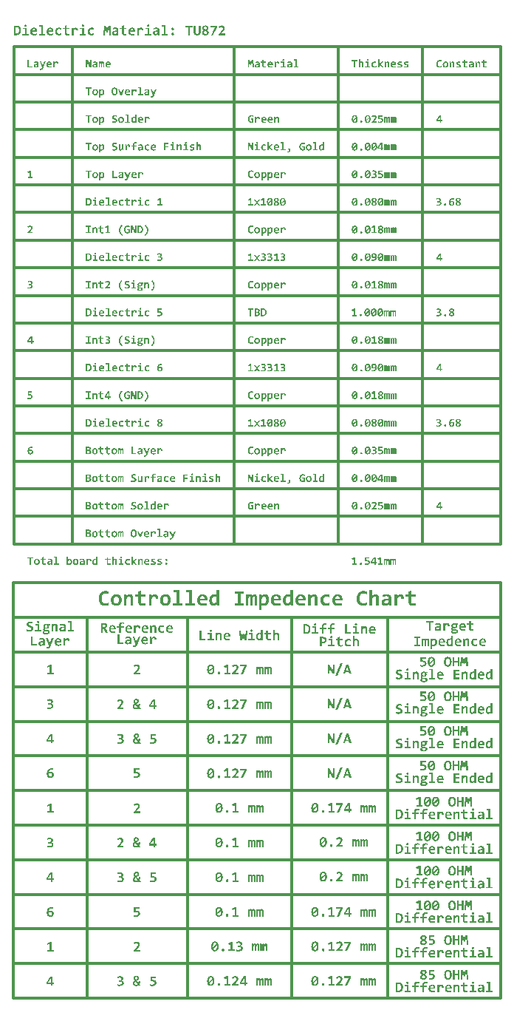
<source format=gbr>
G04*
G04 #@! TF.GenerationSoftware,Altium Limited,Altium Designer,22.4.2 (48)*
G04*
G04 Layer_Color=3342438*
%FSAX24Y24*%
%MOIN*%
G70*
G04*
G04 #@! TF.SameCoordinates,7B9A2F56-D6BD-4FC4-B556-F90DD5F7C99A*
G04*
G04*
G04 #@! TF.FilePolarity,Positive*
G04*
G01*
G75*
%ADD67C,0.0118*%
G36*
X043957Y012420D02*
X043891D01*
X043887Y012419D01*
X043879Y012419D01*
X043870Y012418D01*
X043860Y012417D01*
X043850Y012415D01*
X043840Y012412D01*
X043839Y012412D01*
X043837Y012411D01*
X043832Y012409D01*
X043827Y012407D01*
X043820Y012404D01*
X043814Y012401D01*
X043807Y012396D01*
X043801Y012391D01*
X043801Y012391D01*
X043799Y012389D01*
X043796Y012386D01*
X043793Y012382D01*
X043789Y012377D01*
X043785Y012372D01*
X043782Y012365D01*
X043779Y012358D01*
X043778Y012357D01*
X043778Y012355D01*
X043776Y012351D01*
X043775Y012346D01*
X043773Y012339D01*
X043772Y012332D01*
X043770Y012324D01*
X043769Y012315D01*
X043768Y012307D01*
X043769Y012308D01*
X043772Y012308D01*
X043775Y012310D01*
X043780Y012312D01*
X043785Y012314D01*
X043792Y012316D01*
X043799Y012318D01*
X043807Y012320D01*
X043808D01*
X043811Y012322D01*
X043815Y012322D01*
X043821Y012323D01*
X043828Y012324D01*
X043836Y012325D01*
X043844Y012326D01*
X043862D01*
X043866Y012325D01*
X043874Y012325D01*
X043884Y012324D01*
X043893Y012322D01*
X043904Y012320D01*
X043914Y012317D01*
X043915D01*
X043915Y012316D01*
X043919Y012315D01*
X043923Y012313D01*
X043929Y012310D01*
X043937Y012306D01*
X043944Y012302D01*
X043951Y012296D01*
X043958Y012290D01*
X043958Y012290D01*
X043961Y012287D01*
X043964Y012284D01*
X043968Y012279D01*
X043972Y012273D01*
X043977Y012266D01*
X043981Y012258D01*
X043985Y012249D01*
X043985Y012248D01*
X043986Y012245D01*
X043987Y012240D01*
X043989Y012233D01*
X043991Y012225D01*
X043992Y012216D01*
X043993Y012205D01*
X043993Y012194D01*
Y012194D01*
Y012193D01*
Y012191D01*
Y012189D01*
X043993Y012183D01*
X043992Y012175D01*
X043991Y012165D01*
X043988Y012156D01*
X043985Y012145D01*
X043981Y012135D01*
Y012135D01*
X043981Y012134D01*
X043979Y012131D01*
X043976Y012126D01*
X043973Y012120D01*
X043968Y012113D01*
X043962Y012105D01*
X043956Y012098D01*
X043949Y012090D01*
X043947Y012090D01*
X043945Y012087D01*
X043940Y012083D01*
X043934Y012080D01*
X043927Y012075D01*
X043919Y012070D01*
X043909Y012065D01*
X043899Y012061D01*
X043898D01*
X043898Y012061D01*
X043896Y012060D01*
X043894Y012059D01*
X043888Y012058D01*
X043880Y012056D01*
X043870Y012055D01*
X043860Y012053D01*
X043848Y012052D01*
X043836Y012051D01*
X043832D01*
X043828Y012052D01*
X043823D01*
X043817Y012053D01*
X043810Y012054D01*
X043802Y012055D01*
X043793Y012057D01*
X043784Y012059D01*
X043774Y012063D01*
X043765Y012067D01*
X043755Y012071D01*
X043746Y012076D01*
X043737Y012083D01*
X043728Y012090D01*
X043720Y012098D01*
X043720Y012099D01*
X043719Y012100D01*
X043717Y012103D01*
X043714Y012107D01*
X043711Y012112D01*
X043708Y012118D01*
X043705Y012126D01*
X043701Y012134D01*
X043697Y012144D01*
X043694Y012154D01*
X043690Y012166D01*
X043687Y012179D01*
X043685Y012193D01*
X043683Y012209D01*
X043682Y012225D01*
X043681Y012242D01*
Y012243D01*
Y012244D01*
Y012246D01*
Y012248D01*
Y012252D01*
Y012255D01*
X043682Y012264D01*
X043682Y012275D01*
X043683Y012286D01*
X043684Y012298D01*
X043685Y012310D01*
Y012310D01*
Y012311D01*
X043685Y012313D01*
X043686Y012315D01*
X043687Y012321D01*
X043688Y012329D01*
X043690Y012338D01*
X043692Y012348D01*
X043699Y012369D01*
Y012369D01*
X043700Y012370D01*
X043701Y012373D01*
X043703Y012378D01*
X043706Y012385D01*
X043711Y012393D01*
X043715Y012401D01*
X043720Y012409D01*
X043726Y012418D01*
X043727Y012419D01*
X043730Y012421D01*
X043733Y012425D01*
X043738Y012431D01*
X043744Y012437D01*
X043751Y012443D01*
X043760Y012449D01*
X043768Y012455D01*
X043769D01*
X043769Y012456D01*
X043773Y012458D01*
X043778Y012461D01*
X043785Y012464D01*
X043794Y012468D01*
X043804Y012472D01*
X043815Y012476D01*
X043828Y012479D01*
X043828D01*
X043830Y012479D01*
X043831Y012480D01*
X043834Y012480D01*
X043837Y012481D01*
X043841Y012482D01*
X043846Y012483D01*
X043851Y012483D01*
X043863Y012485D01*
X043877Y012486D01*
X043892Y012487D01*
X043908Y012488D01*
X043957D01*
Y012420D01*
D02*
G37*
G36*
X062312Y002971D02*
X062231D01*
Y003157D01*
X062086D01*
Y002971D01*
X062005D01*
Y003399D01*
X062086D01*
Y003227D01*
X062231D01*
Y003399D01*
X062312D01*
Y002971D01*
D02*
G37*
G36*
X062697D02*
X062626D01*
X062618Y003213D01*
X062615Y003310D01*
X062595Y003244D01*
X062547Y003098D01*
X062497D01*
X062453Y003244D01*
X062435Y003310D01*
X062433Y003215D01*
X062426Y002971D01*
X062357D01*
X062379Y003399D01*
X062469D01*
X062507Y003277D01*
X062525Y003209D01*
X062543Y003273D01*
X062583Y003399D01*
X062676D01*
X062697Y002971D01*
D02*
G37*
G36*
X061174Y003324D02*
X061000D01*
Y003237D01*
X061040D01*
X061043Y003236D01*
X061051D01*
X061061Y003235D01*
X061071Y003234D01*
X061082Y003233D01*
X061094Y003231D01*
X061095D01*
X061097Y003230D01*
X061099Y003229D01*
X061105Y003228D01*
X061112Y003226D01*
X061120Y003223D01*
X061129Y003219D01*
X061138Y003215D01*
X061147Y003210D01*
X061148Y003209D01*
X061151Y003207D01*
X061155Y003204D01*
X061160Y003199D01*
X061166Y003193D01*
X061172Y003187D01*
X061178Y003179D01*
X061183Y003170D01*
X061184Y003169D01*
X061186Y003166D01*
X061188Y003160D01*
X061190Y003153D01*
X061193Y003144D01*
X061195Y003133D01*
X061196Y003121D01*
X061197Y003108D01*
Y003107D01*
Y003106D01*
Y003104D01*
Y003102D01*
X061196Y003099D01*
Y003095D01*
X061195Y003087D01*
X061193Y003077D01*
X061191Y003067D01*
X061187Y003056D01*
X061182Y003046D01*
Y003045D01*
X061182Y003045D01*
X061180Y003042D01*
X061176Y003037D01*
X061172Y003031D01*
X061166Y003024D01*
X061159Y003016D01*
X061152Y003008D01*
X061142Y003001D01*
X061142D01*
X061141Y003001D01*
X061140Y003000D01*
X061138Y002998D01*
X061133Y002995D01*
X061125Y002991D01*
X061116Y002986D01*
X061106Y002982D01*
X061094Y002977D01*
X061082Y002973D01*
X061081D01*
X061080Y002973D01*
X061079Y002972D01*
X061076Y002972D01*
X061073Y002971D01*
X061069Y002971D01*
X061064Y002970D01*
X061059Y002969D01*
X061048Y002967D01*
X061035Y002966D01*
X061021Y002965D01*
X061006Y002964D01*
X061000D01*
X060993Y002965D01*
X060985Y002965D01*
X060980D01*
X060978Y002966D01*
X060974D01*
X060970Y002966D01*
X060961Y002967D01*
X060959D01*
X060957Y002967D01*
X060954D01*
X060946Y002968D01*
X060938Y002970D01*
X060937D01*
X060934Y002970D01*
X060932D01*
X060925Y002971D01*
X060918Y002972D01*
Y003042D01*
X060919D01*
X060921Y003042D01*
X060925Y003041D01*
X060931Y003039D01*
X060937Y003038D01*
X060944Y003037D01*
X060952Y003036D01*
X060961Y003035D01*
X060962D01*
X060965Y003034D01*
X060970Y003033D01*
X060976D01*
X060984Y003033D01*
X060992Y003032D01*
X061001Y003032D01*
X061015D01*
X061018Y003032D01*
X061022D01*
X061027Y003033D01*
X061038Y003034D01*
X061050Y003036D01*
X061063Y003039D01*
X061075Y003044D01*
X061080Y003047D01*
X061085Y003050D01*
X061086D01*
X061086Y003051D01*
X061089Y003054D01*
X061093Y003058D01*
X061098Y003064D01*
X061103Y003071D01*
X061107Y003080D01*
X061110Y003090D01*
X061111Y003096D01*
X061111Y003102D01*
Y003103D01*
Y003104D01*
Y003106D01*
X061111Y003108D01*
X061110Y003114D01*
X061109Y003122D01*
X061105Y003130D01*
X061101Y003139D01*
X061095Y003147D01*
X061092Y003151D01*
X061087Y003154D01*
X061086Y003155D01*
X061085Y003156D01*
X061083Y003157D01*
X061080Y003158D01*
X061077Y003160D01*
X061073Y003161D01*
X061069Y003163D01*
X061063Y003164D01*
X061058Y003166D01*
X061051Y003167D01*
X061045Y003168D01*
X061037Y003169D01*
X061028Y003170D01*
X061020Y003171D01*
X060926D01*
Y003399D01*
X061174D01*
Y003324D01*
D02*
G37*
G36*
X061800Y003406D02*
X061805Y003405D01*
X061812Y003405D01*
X061821Y003404D01*
X061830Y003401D01*
X061839Y003399D01*
X061849Y003397D01*
X061860Y003393D01*
X061870Y003388D01*
X061881Y003383D01*
X061892Y003376D01*
X061901Y003369D01*
X061911Y003360D01*
X061919Y003350D01*
X061919Y003350D01*
X061920Y003347D01*
X061923Y003344D01*
X061925Y003340D01*
X061929Y003334D01*
X061932Y003327D01*
X061936Y003318D01*
X061941Y003309D01*
X061944Y003298D01*
X061948Y003286D01*
X061952Y003272D01*
X061955Y003257D01*
X061958Y003241D01*
X061960Y003224D01*
X061961Y003206D01*
X061962Y003186D01*
Y003186D01*
Y003184D01*
Y003181D01*
Y003176D01*
X061961Y003172D01*
Y003166D01*
X061961Y003159D01*
X061960Y003152D01*
X061959Y003136D01*
X061956Y003119D01*
X061953Y003102D01*
X061948Y003085D01*
Y003085D01*
X061948Y003084D01*
X061947Y003081D01*
X061946Y003078D01*
X061944Y003075D01*
X061943Y003071D01*
X061939Y003061D01*
X061933Y003050D01*
X061926Y003038D01*
X061919Y003027D01*
X061911Y003016D01*
Y003015D01*
X061910Y003015D01*
X061906Y003012D01*
X061901Y003007D01*
X061895Y003001D01*
X061887Y002995D01*
X061877Y002988D01*
X061866Y002982D01*
X061855Y002976D01*
X061854D01*
X061853Y002976D01*
X061852Y002975D01*
X061849Y002974D01*
X061846Y002973D01*
X061843Y002972D01*
X061834Y002970D01*
X061824Y002967D01*
X061812Y002965D01*
X061800Y002964D01*
X061787Y002963D01*
X061783D01*
X061779Y002964D01*
X061773Y002964D01*
X061766Y002965D01*
X061758Y002966D01*
X061748Y002968D01*
X061739Y002970D01*
X061729Y002973D01*
X061718Y002977D01*
X061708Y002982D01*
X061697Y002986D01*
X061687Y002993D01*
X061677Y003001D01*
X061668Y003009D01*
X061659Y003019D01*
X061659Y003020D01*
X061658Y003022D01*
X061656Y003025D01*
X061653Y003030D01*
X061650Y003036D01*
X061646Y003043D01*
X061642Y003051D01*
X061638Y003061D01*
X061634Y003072D01*
X061631Y003084D01*
X061627Y003097D01*
X061623Y003112D01*
X061621Y003128D01*
X061619Y003145D01*
X061617Y003163D01*
X061617Y003183D01*
Y003183D01*
Y003185D01*
Y003188D01*
Y003192D01*
X061617Y003197D01*
Y003203D01*
X061618Y003210D01*
X061619Y003217D01*
X061620Y003233D01*
X061622Y003250D01*
X061626Y003267D01*
X061630Y003283D01*
Y003284D01*
X061631Y003285D01*
X061632Y003287D01*
X061633Y003290D01*
X061634Y003294D01*
X061635Y003298D01*
X061640Y003308D01*
X061645Y003318D01*
X061651Y003330D01*
X061659Y003342D01*
X061667Y003352D01*
X061668Y003353D01*
X061668Y003353D01*
X061672Y003357D01*
X061676Y003362D01*
X061683Y003368D01*
X061692Y003374D01*
X061701Y003381D01*
X061712Y003387D01*
X061723Y003393D01*
X061724D01*
X061725Y003393D01*
X061727Y003394D01*
X061729Y003395D01*
X061732Y003396D01*
X061735Y003397D01*
X061744Y003400D01*
X061754Y003402D01*
X061766Y003404D01*
X061779Y003406D01*
X061792Y003406D01*
X061795D01*
X061800Y003406D01*
D02*
G37*
G36*
X060696D02*
X060704Y003405D01*
X060713Y003405D01*
X060723Y003404D01*
X060733Y003401D01*
X060743Y003399D01*
X060744D01*
X060744Y003399D01*
X060748Y003398D01*
X060753Y003397D01*
X060759Y003394D01*
X060766Y003391D01*
X060773Y003388D01*
X060780Y003384D01*
X060788Y003379D01*
X060788Y003379D01*
X060790Y003377D01*
X060794Y003374D01*
X060798Y003370D01*
X060802Y003365D01*
X060807Y003360D01*
X060811Y003354D01*
X060815Y003347D01*
X060815Y003347D01*
X060816Y003344D01*
X060818Y003340D01*
X060820Y003336D01*
X060821Y003330D01*
X060823Y003323D01*
X060824Y003316D01*
X060825Y003308D01*
Y003306D01*
Y003304D01*
X060824Y003300D01*
Y003295D01*
X060823Y003290D01*
X060822Y003283D01*
X060821Y003277D01*
X060819Y003270D01*
Y003270D01*
X060818Y003268D01*
X060816Y003264D01*
X060815Y003261D01*
X060813Y003256D01*
X060810Y003251D01*
X060803Y003241D01*
X060803Y003240D01*
X060802Y003239D01*
X060800Y003236D01*
X060797Y003233D01*
X060794Y003229D01*
X060790Y003225D01*
X060781Y003217D01*
X060780Y003216D01*
X060779Y003215D01*
X060776Y003213D01*
X060773Y003210D01*
X060768Y003208D01*
X060764Y003204D01*
X060753Y003197D01*
X060754Y003197D01*
X060756Y003196D01*
X060759Y003194D01*
X060763Y003192D01*
X060767Y003189D01*
X060773Y003185D01*
X060784Y003178D01*
X060784Y003177D01*
X060786Y003176D01*
X060789Y003174D01*
X060792Y003170D01*
X060796Y003167D01*
X060801Y003163D01*
X060809Y003153D01*
X060810Y003152D01*
X060811Y003151D01*
X060813Y003148D01*
X060816Y003144D01*
X060819Y003139D01*
X060821Y003134D01*
X060824Y003128D01*
X060827Y003121D01*
X060827Y003121D01*
X060828Y003118D01*
X060829Y003115D01*
X060830Y003110D01*
X060831Y003104D01*
X060832Y003097D01*
X060833Y003090D01*
Y003082D01*
Y003081D01*
Y003081D01*
Y003079D01*
Y003077D01*
X060833Y003072D01*
X060832Y003065D01*
X060831Y003056D01*
X060828Y003048D01*
X060825Y003039D01*
X060821Y003030D01*
X060821Y003029D01*
X060819Y003026D01*
X060816Y003023D01*
X060813Y003017D01*
X060808Y003011D01*
X060802Y003005D01*
X060796Y002998D01*
X060789Y002992D01*
X060788Y002992D01*
X060785Y002990D01*
X060780Y002988D01*
X060775Y002984D01*
X060767Y002980D01*
X060759Y002977D01*
X060750Y002973D01*
X060739Y002971D01*
X060739D01*
X060738Y002970D01*
X060737D01*
X060735Y002970D01*
X060729Y002968D01*
X060721Y002967D01*
X060713Y002965D01*
X060702Y002964D01*
X060691Y002964D01*
X060679Y002963D01*
X060670D01*
X060666Y002964D01*
X060658Y002964D01*
X060648Y002965D01*
X060637Y002966D01*
X060626Y002968D01*
X060616Y002971D01*
X060615D01*
X060614Y002971D01*
X060611Y002972D01*
X060606Y002974D01*
X060599Y002976D01*
X060592Y002979D01*
X060584Y002983D01*
X060576Y002987D01*
X060569Y002992D01*
X060568Y002992D01*
X060565Y002995D01*
X060562Y002997D01*
X060558Y003002D01*
X060553Y003007D01*
X060549Y003013D01*
X060544Y003019D01*
X060540Y003026D01*
X060540Y003027D01*
X060539Y003030D01*
X060537Y003034D01*
X060536Y003039D01*
X060534Y003046D01*
X060533Y003054D01*
X060531Y003062D01*
X060531Y003071D01*
Y003072D01*
Y003075D01*
X060531Y003079D01*
Y003084D01*
X060533Y003090D01*
X060534Y003097D01*
X060535Y003103D01*
X060537Y003110D01*
X060537Y003110D01*
X060538Y003113D01*
X060540Y003116D01*
X060542Y003120D01*
X060544Y003125D01*
X060547Y003131D01*
X060554Y003142D01*
X060555Y003142D01*
X060557Y003144D01*
X060559Y003146D01*
X060562Y003150D01*
X060566Y003154D01*
X060570Y003158D01*
X060580Y003167D01*
X060581Y003167D01*
X060583Y003168D01*
X060586Y003170D01*
X060589Y003173D01*
X060594Y003176D01*
X060599Y003180D01*
X060611Y003187D01*
X060611Y003188D01*
X060608Y003189D01*
X060606Y003191D01*
X060602Y003193D01*
X060598Y003196D01*
X060593Y003199D01*
X060583Y003206D01*
X060583Y003207D01*
X060581Y003208D01*
X060579Y003210D01*
X060576Y003213D01*
X060572Y003216D01*
X060569Y003220D01*
X060561Y003229D01*
X060560Y003229D01*
X060559Y003231D01*
X060558Y003234D01*
X060555Y003238D01*
X060553Y003241D01*
X060550Y003246D01*
X060545Y003257D01*
Y003258D01*
X060544Y003260D01*
X060543Y003263D01*
X060542Y003268D01*
X060541Y003273D01*
X060541Y003279D01*
X060540Y003286D01*
Y003293D01*
Y003294D01*
Y003294D01*
Y003297D01*
X060540Y003302D01*
X060541Y003308D01*
X060542Y003314D01*
X060543Y003322D01*
X060546Y003329D01*
X060548Y003337D01*
X060549Y003338D01*
X060550Y003340D01*
X060552Y003345D01*
X060555Y003350D01*
X060559Y003355D01*
X060564Y003361D01*
X060569Y003367D01*
X060575Y003373D01*
X060576Y003374D01*
X060578Y003376D01*
X060582Y003379D01*
X060588Y003382D01*
X060594Y003386D01*
X060602Y003389D01*
X060610Y003394D01*
X060620Y003397D01*
X060620D01*
X060621Y003398D01*
X060623Y003398D01*
X060625Y003399D01*
X060630Y003400D01*
X060638Y003402D01*
X060648Y003404D01*
X060658Y003405D01*
X060671Y003406D01*
X060684Y003406D01*
X060689D01*
X060696Y003406D01*
D02*
G37*
G36*
X060792Y002870D02*
X060798D01*
X060805Y002869D01*
X060820Y002867D01*
X060821D01*
X060823Y002866D01*
X060827Y002866D01*
X060832Y002865D01*
X060837Y002864D01*
X060843Y002863D01*
X060856Y002860D01*
Y002796D01*
X060856D01*
X060854Y002796D01*
X060851Y002798D01*
X060847Y002799D01*
X060842Y002800D01*
X060836Y002801D01*
X060829Y002802D01*
X060822Y002804D01*
X060821D01*
X060819Y002804D01*
X060815Y002805D01*
X060809Y002805D01*
X060803Y002806D01*
X060797Y002806D01*
X060782Y002807D01*
X060777D01*
X060773Y002806D01*
X060769Y002806D01*
X060765Y002805D01*
X060755Y002803D01*
X060755D01*
X060753Y002802D01*
X060751Y002801D01*
X060748Y002800D01*
X060741Y002796D01*
X060734Y002791D01*
X060733Y002790D01*
X060732Y002789D01*
X060731Y002788D01*
X060729Y002786D01*
X060727Y002782D01*
X060725Y002778D01*
X060720Y002770D01*
Y002769D01*
X060720Y002768D01*
X060719Y002765D01*
X060718Y002761D01*
X060717Y002757D01*
X060716Y002752D01*
X060715Y002746D01*
Y002739D01*
Y002686D01*
X060846D01*
Y002623D01*
X060715D01*
Y002401D01*
X060635D01*
Y002623D01*
X060538D01*
Y002686D01*
X060635D01*
Y002736D01*
Y002736D01*
Y002738D01*
Y002739D01*
Y002742D01*
X060635Y002745D01*
Y002748D01*
X060636Y002757D01*
X060637Y002766D01*
X060639Y002776D01*
X060641Y002787D01*
X060644Y002796D01*
Y002797D01*
X060645Y002798D01*
X060647Y002801D01*
X060649Y002805D01*
X060652Y002811D01*
X060656Y002818D01*
X060661Y002825D01*
X060667Y002832D01*
X060673Y002839D01*
X060675Y002839D01*
X060677Y002841D01*
X060681Y002844D01*
X060687Y002848D01*
X060693Y002852D01*
X060701Y002855D01*
X060709Y002859D01*
X060719Y002863D01*
X060720D01*
X060720Y002863D01*
X060722D01*
X060724Y002864D01*
X060730Y002865D01*
X060737Y002866D01*
X060745Y002868D01*
X060756Y002869D01*
X060767Y002870D01*
X060779Y002870D01*
X060786D01*
X060792Y002870D01*
D02*
G37*
G36*
X060423D02*
X060429D01*
X060436Y002869D01*
X060451Y002867D01*
X060452D01*
X060454Y002866D01*
X060458Y002866D01*
X060463Y002865D01*
X060468Y002864D01*
X060474Y002863D01*
X060487Y002860D01*
Y002796D01*
X060487D01*
X060484Y002796D01*
X060482Y002798D01*
X060477Y002799D01*
X060472Y002800D01*
X060466Y002801D01*
X060460Y002802D01*
X060453Y002804D01*
X060452D01*
X060450Y002804D01*
X060446Y002805D01*
X060440Y002805D01*
X060434Y002806D01*
X060428Y002806D01*
X060412Y002807D01*
X060408D01*
X060404Y002806D01*
X060400Y002806D01*
X060395Y002805D01*
X060386Y002803D01*
X060386D01*
X060384Y002802D01*
X060382Y002801D01*
X060379Y002800D01*
X060372Y002796D01*
X060365Y002791D01*
X060364Y002790D01*
X060363Y002789D01*
X060362Y002788D01*
X060360Y002786D01*
X060358Y002782D01*
X060356Y002778D01*
X060351Y002770D01*
Y002769D01*
X060351Y002768D01*
X060350Y002765D01*
X060349Y002761D01*
X060348Y002757D01*
X060347Y002752D01*
X060346Y002746D01*
Y002739D01*
Y002686D01*
X060477D01*
Y002623D01*
X060346D01*
Y002401D01*
X060266D01*
Y002623D01*
X060169D01*
Y002686D01*
X060266D01*
Y002736D01*
Y002736D01*
Y002738D01*
Y002739D01*
Y002742D01*
X060266Y002745D01*
Y002748D01*
X060267Y002757D01*
X060268Y002766D01*
X060270Y002776D01*
X060272Y002787D01*
X060275Y002796D01*
Y002797D01*
X060276Y002798D01*
X060278Y002801D01*
X060280Y002805D01*
X060283Y002811D01*
X060287Y002818D01*
X060292Y002825D01*
X060298Y002832D01*
X060304Y002839D01*
X060305Y002839D01*
X060308Y002841D01*
X060312Y002844D01*
X060317Y002848D01*
X060324Y002852D01*
X060332Y002855D01*
X060340Y002859D01*
X060350Y002863D01*
X060351D01*
X060351Y002863D01*
X060353D01*
X060355Y002864D01*
X060361Y002865D01*
X060368Y002866D01*
X060376Y002868D01*
X060387Y002869D01*
X060398Y002870D01*
X060410Y002870D01*
X060417D01*
X060423Y002870D01*
D02*
G37*
G36*
X062922Y002877D02*
X062928Y002876D01*
X062935Y002873D01*
X062936D01*
X062937Y002872D01*
X062939Y002871D01*
X062941Y002870D01*
X062947Y002866D01*
X062952Y002861D01*
X062953Y002861D01*
X062954Y002860D01*
X062955Y002859D01*
X062956Y002857D01*
X062960Y002851D01*
X062963Y002845D01*
Y002844D01*
X062964Y002843D01*
X062965Y002841D01*
X062966Y002839D01*
X062967Y002832D01*
X062968Y002824D01*
Y002824D01*
Y002823D01*
Y002821D01*
X062967Y002818D01*
X062966Y002811D01*
X062963Y002804D01*
Y002803D01*
X062963Y002802D01*
X062962Y002800D01*
X062961Y002798D01*
X062957Y002793D01*
X062952Y002787D01*
X062952D01*
X062951Y002786D01*
X062950Y002785D01*
X062948Y002783D01*
X062942Y002780D01*
X062935Y002776D01*
X062935D01*
X062934Y002776D01*
X062932Y002775D01*
X062929Y002775D01*
X062923Y002773D01*
X062915Y002772D01*
X062911D01*
X062908Y002773D01*
X062902Y002774D01*
X062894Y002776D01*
X062893D01*
X062892Y002777D01*
X062891Y002778D01*
X062889Y002780D01*
X062883Y002783D01*
X062878Y002787D01*
X062877Y002788D01*
X062877Y002788D01*
X062875Y002790D01*
X062874Y002792D01*
X062870Y002797D01*
X062867Y002804D01*
Y002804D01*
X062866Y002805D01*
X062866Y002807D01*
X062865Y002810D01*
X062863Y002817D01*
X062863Y002824D01*
Y002825D01*
Y002826D01*
Y002828D01*
X062863Y002831D01*
X062865Y002837D01*
X062867Y002845D01*
Y002845D01*
X062867Y002846D01*
X062868Y002848D01*
X062869Y002851D01*
X062873Y002856D01*
X062878Y002861D01*
X062878Y002862D01*
X062879Y002863D01*
X062880Y002864D01*
X062883Y002866D01*
X062887Y002869D01*
X062894Y002873D01*
X062895D01*
X062896Y002873D01*
X062898Y002875D01*
X062901Y002875D01*
X062907Y002877D01*
X062915Y002877D01*
X062919D01*
X062922Y002877D01*
D02*
G37*
G36*
X059969D02*
X059976Y002876D01*
X059983Y002873D01*
X059983D01*
X059984Y002872D01*
X059986Y002871D01*
X059989Y002870D01*
X059994Y002866D01*
X060000Y002861D01*
X060000Y002861D01*
X060001Y002860D01*
X060002Y002859D01*
X060003Y002857D01*
X060007Y002851D01*
X060011Y002845D01*
Y002844D01*
X060011Y002843D01*
X060012Y002841D01*
X060013Y002839D01*
X060014Y002832D01*
X060015Y002824D01*
Y002824D01*
Y002823D01*
Y002821D01*
X060014Y002818D01*
X060013Y002811D01*
X060011Y002804D01*
Y002803D01*
X060010Y002802D01*
X060009Y002800D01*
X060008Y002798D01*
X060005Y002793D01*
X060000Y002787D01*
X059999D01*
X059999Y002786D01*
X059997Y002785D01*
X059995Y002783D01*
X059989Y002780D01*
X059983Y002776D01*
X059982D01*
X059981Y002776D01*
X059979Y002775D01*
X059977Y002775D01*
X059970Y002773D01*
X059963Y002772D01*
X059958D01*
X059955Y002773D01*
X059949Y002774D01*
X059941Y002776D01*
X059941D01*
X059940Y002777D01*
X059938Y002778D01*
X059936Y002780D01*
X059930Y002783D01*
X059925Y002787D01*
X059924Y002788D01*
X059924Y002788D01*
X059923Y002790D01*
X059921Y002792D01*
X059917Y002797D01*
X059914Y002804D01*
Y002804D01*
X059913Y002805D01*
X059913Y002807D01*
X059912Y002810D01*
X059911Y002817D01*
X059910Y002824D01*
Y002825D01*
Y002826D01*
Y002828D01*
X059911Y002831D01*
X059912Y002837D01*
X059914Y002845D01*
Y002845D01*
X059914Y002846D01*
X059916Y002848D01*
X059917Y002851D01*
X059920Y002856D01*
X059925Y002861D01*
X059925Y002862D01*
X059926Y002863D01*
X059928Y002864D01*
X059930Y002866D01*
X059935Y002869D01*
X059941Y002873D01*
X059942D01*
X059943Y002873D01*
X059945Y002875D01*
X059948Y002875D01*
X059954Y002877D01*
X059963Y002877D01*
X059966D01*
X059969Y002877D01*
D02*
G37*
G36*
X061496Y002740D02*
X061502Y002740D01*
X061509Y002739D01*
X061517Y002737D01*
X061525Y002735D01*
X061532Y002732D01*
X061533Y002731D01*
X061535Y002730D01*
X061539Y002728D01*
X061543Y002725D01*
X061549Y002722D01*
X061554Y002717D01*
X061560Y002712D01*
X061564Y002706D01*
X061565Y002705D01*
X061567Y002703D01*
X061569Y002699D01*
X061572Y002694D01*
X061575Y002688D01*
X061579Y002681D01*
X061581Y002673D01*
X061584Y002663D01*
Y002663D01*
X061585Y002662D01*
Y002661D01*
X061585Y002659D01*
X061586Y002653D01*
X061587Y002646D01*
X061589Y002638D01*
X061590Y002628D01*
X061590Y002616D01*
Y002604D01*
X061510D01*
Y002605D01*
Y002608D01*
Y002611D01*
Y002615D01*
X061509Y002620D01*
Y002625D01*
X061508Y002635D01*
Y002636D01*
X061507Y002638D01*
X061507Y002640D01*
X061506Y002643D01*
X061503Y002650D01*
X061500Y002657D01*
Y002657D01*
X061499Y002658D01*
X061496Y002662D01*
X061492Y002665D01*
X061486Y002669D01*
X061486D01*
X061485Y002670D01*
X061484Y002671D01*
X061481Y002671D01*
X061475Y002673D01*
X061468Y002674D01*
X061465D01*
X061462Y002673D01*
X061457Y002672D01*
X061452Y002670D01*
X061445Y002668D01*
X061439Y002664D01*
X061432Y002659D01*
X061431Y002658D01*
X061429Y002656D01*
X061425Y002652D01*
X061420Y002647D01*
X061414Y002641D01*
X061407Y002633D01*
X061399Y002622D01*
X061391Y002611D01*
Y002401D01*
X061309D01*
Y002734D01*
X061381D01*
X061384Y002685D01*
X061384Y002685D01*
X061385Y002687D01*
X061387Y002689D01*
X061389Y002692D01*
X061395Y002699D01*
X061402Y002707D01*
X061403Y002708D01*
X061404Y002709D01*
X061406Y002711D01*
X061409Y002713D01*
X061413Y002716D01*
X061417Y002719D01*
X061425Y002725D01*
X061426Y002725D01*
X061427Y002726D01*
X061430Y002728D01*
X061434Y002729D01*
X061438Y002731D01*
X061443Y002733D01*
X061454Y002736D01*
X061454D01*
X061456Y002737D01*
X061460Y002738D01*
X061463Y002739D01*
X061468Y002740D01*
X061474Y002740D01*
X061481Y002741D01*
X061492D01*
X061496Y002740D01*
D02*
G37*
G36*
X062220D02*
X062226Y002740D01*
X062232Y002739D01*
X062240Y002737D01*
X062248Y002735D01*
X062255Y002732D01*
X062256Y002731D01*
X062258Y002730D01*
X062261Y002729D01*
X062266Y002726D01*
X062271Y002723D01*
X062276Y002719D01*
X062281Y002714D01*
X062286Y002709D01*
X062287Y002708D01*
X062288Y002706D01*
X062291Y002703D01*
X062294Y002698D01*
X062297Y002693D01*
X062300Y002687D01*
X062303Y002679D01*
X062306Y002671D01*
X062306Y002670D01*
X062307Y002668D01*
X062308Y002663D01*
X062309Y002658D01*
X062310Y002651D01*
X062311Y002643D01*
X062313Y002634D01*
Y002624D01*
Y002401D01*
X062232D01*
Y002617D01*
Y002617D01*
Y002619D01*
Y002622D01*
X062232Y002626D01*
X062231Y002629D01*
X062230Y002634D01*
X062227Y002645D01*
X062225Y002650D01*
X062222Y002655D01*
X062219Y002659D01*
X062215Y002663D01*
X062210Y002667D01*
X062205Y002670D01*
X062198Y002671D01*
X062191Y002672D01*
X062188D01*
X062184Y002671D01*
X062179Y002670D01*
X062173Y002668D01*
X062166Y002665D01*
X062160Y002661D01*
X062153Y002656D01*
X062151Y002655D01*
X062149Y002653D01*
X062145Y002649D01*
X062141Y002644D01*
X062135Y002638D01*
X062129Y002630D01*
X062121Y002621D01*
X062114Y002611D01*
Y002401D01*
X062034D01*
Y002734D01*
X062103D01*
X062104Y002684D01*
X062105Y002685D01*
X062106Y002686D01*
X062108Y002689D01*
X062111Y002692D01*
X062118Y002699D01*
X062126Y002707D01*
X062126Y002708D01*
X062128Y002709D01*
X062130Y002711D01*
X062133Y002713D01*
X062136Y002716D01*
X062141Y002719D01*
X062149Y002725D01*
X062150Y002725D01*
X062151Y002726D01*
X062154Y002728D01*
X062157Y002729D01*
X062162Y002731D01*
X062167Y002733D01*
X062177Y002736D01*
X062178D01*
X062180Y002737D01*
X062183Y002738D01*
X062187Y002739D01*
X062192Y002740D01*
X062197Y002740D01*
X062204Y002741D01*
X062215D01*
X062220Y002740D01*
D02*
G37*
G36*
X063699Y002463D02*
X063795D01*
Y002401D01*
X063512D01*
Y002463D01*
X063617D01*
Y002802D01*
X063523D01*
Y002864D01*
X063699D01*
Y002463D01*
D02*
G37*
G36*
X063290Y002740D02*
X063299Y002740D01*
X063309Y002739D01*
X063320Y002738D01*
X063330Y002736D01*
X063341Y002734D01*
X063341D01*
X063342Y002733D01*
X063345Y002733D01*
X063350Y002731D01*
X063356Y002728D01*
X063363Y002725D01*
X063370Y002722D01*
X063378Y002717D01*
X063384Y002712D01*
X063385Y002712D01*
X063387Y002710D01*
X063390Y002707D01*
X063394Y002703D01*
X063398Y002698D01*
X063402Y002692D01*
X063407Y002685D01*
X063410Y002677D01*
X063411Y002676D01*
X063412Y002673D01*
X063413Y002669D01*
X063414Y002663D01*
X063416Y002656D01*
X063418Y002647D01*
X063418Y002638D01*
X063419Y002628D01*
Y002401D01*
X063350D01*
X063348Y002444D01*
X063347Y002443D01*
X063346Y002442D01*
X063344Y002440D01*
X063341Y002437D01*
X063334Y002431D01*
X063326Y002424D01*
X063325Y002423D01*
X063324Y002422D01*
X063322Y002420D01*
X063318Y002418D01*
X063314Y002415D01*
X063310Y002413D01*
X063300Y002407D01*
X063300D01*
X063298Y002406D01*
X063295Y002405D01*
X063291Y002403D01*
X063287Y002402D01*
X063282Y002400D01*
X063270Y002397D01*
X063270D01*
X063267Y002396D01*
X063264Y002396D01*
X063260Y002395D01*
X063254Y002394D01*
X063248Y002394D01*
X063242Y002393D01*
X063230D01*
X063225Y002394D01*
X063219Y002394D01*
X063212Y002395D01*
X063205Y002396D01*
X063197Y002398D01*
X063189Y002401D01*
X063188Y002401D01*
X063186Y002402D01*
X063183Y002403D01*
X063178Y002406D01*
X063173Y002409D01*
X063168Y002412D01*
X063162Y002416D01*
X063157Y002421D01*
X063157Y002421D01*
X063155Y002423D01*
X063153Y002426D01*
X063150Y002430D01*
X063147Y002435D01*
X063144Y002440D01*
X063140Y002446D01*
X063138Y002454D01*
Y002455D01*
X063136Y002457D01*
X063135Y002461D01*
X063134Y002466D01*
X063133Y002472D01*
X063132Y002479D01*
X063132Y002487D01*
X063131Y002496D01*
Y002496D01*
Y002497D01*
Y002499D01*
X063132Y002504D01*
X063132Y002510D01*
X063133Y002516D01*
X063135Y002524D01*
X063138Y002532D01*
X063141Y002539D01*
X063141Y002540D01*
X063142Y002543D01*
X063145Y002546D01*
X063148Y002551D01*
X063152Y002557D01*
X063158Y002562D01*
X063164Y002568D01*
X063171Y002574D01*
X063172Y002574D01*
X063175Y002576D01*
X063179Y002579D01*
X063185Y002582D01*
X063193Y002585D01*
X063201Y002589D01*
X063211Y002593D01*
X063222Y002596D01*
X063223D01*
X063224Y002597D01*
X063225Y002597D01*
X063228Y002598D01*
X063231Y002598D01*
X063234Y002599D01*
X063239Y002600D01*
X063243Y002600D01*
X063254Y002602D01*
X063266Y002604D01*
X063279Y002604D01*
X063295Y002605D01*
X063338D01*
Y002624D01*
Y002625D01*
Y002627D01*
Y002629D01*
X063338Y002632D01*
X063337Y002639D01*
X063335Y002647D01*
Y002648D01*
X063334Y002649D01*
X063333Y002651D01*
X063332Y002653D01*
X063328Y002659D01*
X063323Y002665D01*
X063322Y002665D01*
X063321Y002666D01*
X063319Y002668D01*
X063317Y002669D01*
X063314Y002671D01*
X063311Y002673D01*
X063307Y002674D01*
X063302Y002676D01*
X063301D01*
X063300Y002676D01*
X063297Y002677D01*
X063293Y002678D01*
X063289Y002679D01*
X063283Y002680D01*
X063277Y002680D01*
X063266D01*
X063260Y002680D01*
X063252Y002679D01*
X063243Y002679D01*
X063234Y002677D01*
X063223Y002675D01*
X063212Y002673D01*
X063212D01*
X063211Y002673D01*
X063210D01*
X063207Y002672D01*
X063202Y002670D01*
X063195Y002668D01*
X063187Y002665D01*
X063177Y002663D01*
X063167Y002659D01*
X063157Y002655D01*
Y002718D01*
X063158D01*
X063158Y002719D01*
X063162Y002720D01*
X063166Y002722D01*
X063173Y002724D01*
X063181Y002727D01*
X063190Y002729D01*
X063200Y002731D01*
X063212Y002734D01*
X063212D01*
X063213Y002735D01*
X063215D01*
X063217Y002735D01*
X063220Y002736D01*
X063224Y002736D01*
X063232Y002738D01*
X063242Y002739D01*
X063253Y002740D01*
X063265Y002741D01*
X063287D01*
X063290Y002740D01*
D02*
G37*
G36*
X062961Y002463D02*
X063057D01*
Y002401D01*
X062774D01*
Y002463D01*
X062879D01*
Y002671D01*
X062785D01*
Y002734D01*
X062961D01*
Y002463D01*
D02*
G37*
G36*
X060008D02*
X060104D01*
Y002401D01*
X059821D01*
Y002463D01*
X059926D01*
Y002671D01*
X059833D01*
Y002734D01*
X060008D01*
Y002463D01*
D02*
G37*
G36*
X059572Y002829D02*
X059577D01*
X059583Y002828D01*
X059589Y002828D01*
X059602Y002826D01*
X059616Y002824D01*
X059631Y002821D01*
X059645Y002817D01*
X059646D01*
X059647Y002816D01*
X059649Y002816D01*
X059651Y002814D01*
X059655Y002813D01*
X059658Y002811D01*
X059667Y002807D01*
X059677Y002802D01*
X059687Y002795D01*
X059697Y002788D01*
X059707Y002778D01*
X059708Y002778D01*
X059708Y002777D01*
X059709Y002776D01*
X059711Y002774D01*
X059715Y002769D01*
X059721Y002761D01*
X059727Y002752D01*
X059733Y002741D01*
X059739Y002728D01*
X059744Y002714D01*
Y002713D01*
X059745Y002712D01*
X059745Y002710D01*
X059746Y002707D01*
X059747Y002703D01*
X059748Y002699D01*
X059749Y002693D01*
X059751Y002688D01*
X059752Y002681D01*
X059753Y002674D01*
X059754Y002666D01*
X059755Y002658D01*
X059756Y002640D01*
X059757Y002620D01*
Y002620D01*
Y002618D01*
Y002615D01*
Y002612D01*
X059756Y002608D01*
Y002602D01*
X059756Y002597D01*
X059755Y002590D01*
X059753Y002576D01*
X059751Y002561D01*
X059748Y002545D01*
X059744Y002529D01*
Y002529D01*
X059744Y002528D01*
X059743Y002526D01*
X059742Y002523D01*
X059740Y002519D01*
X059739Y002515D01*
X059735Y002505D01*
X059729Y002495D01*
X059722Y002483D01*
X059715Y002472D01*
X059705Y002460D01*
X059705Y002460D01*
X059704Y002459D01*
X059703Y002457D01*
X059701Y002455D01*
X059695Y002450D01*
X059687Y002444D01*
X059678Y002437D01*
X059667Y002430D01*
X059653Y002422D01*
X059639Y002416D01*
X059638D01*
X059637Y002415D01*
X059635Y002414D01*
X059632Y002414D01*
X059628Y002413D01*
X059623Y002411D01*
X059617Y002410D01*
X059611Y002408D01*
X059605Y002407D01*
X059597Y002406D01*
X059589Y002404D01*
X059581Y002403D01*
X059562Y002401D01*
X059542Y002401D01*
X059433D01*
Y002829D01*
X059568D01*
X059572Y002829D01*
D02*
G37*
G36*
X062548Y002734D02*
X062677D01*
Y002671D01*
X062548D01*
Y002514D01*
Y002514D01*
Y002513D01*
Y002509D01*
X062548Y002504D01*
X062549Y002498D01*
X062551Y002491D01*
X062553Y002484D01*
X062557Y002477D01*
X062561Y002471D01*
X062561Y002471D01*
X062564Y002469D01*
X062567Y002467D01*
X062571Y002464D01*
X062577Y002461D01*
X062585Y002459D01*
X062594Y002457D01*
X062605Y002457D01*
X062612D01*
X062617Y002457D01*
X062623D01*
X062629Y002458D01*
X062643Y002460D01*
X062644D01*
X062646Y002461D01*
X062649Y002461D01*
X062654Y002462D01*
X062659Y002463D01*
X062665Y002465D01*
X062677Y002468D01*
Y002404D01*
X062676D01*
X062673Y002403D01*
X062669Y002402D01*
X062664Y002401D01*
X062657Y002400D01*
X062649Y002398D01*
X062634Y002396D01*
X062632D01*
X062630Y002396D01*
X062625Y002395D01*
X062620Y002395D01*
X062614Y002394D01*
X062607Y002394D01*
X062592Y002393D01*
X062587D01*
X062581Y002394D01*
X062573Y002394D01*
X062564Y002395D01*
X062554Y002396D01*
X062545Y002398D01*
X062535Y002400D01*
X062534Y002401D01*
X062531Y002401D01*
X062527Y002403D01*
X062522Y002405D01*
X062516Y002408D01*
X062509Y002412D01*
X062502Y002415D01*
X062496Y002420D01*
X062495Y002421D01*
X062493Y002423D01*
X062491Y002426D01*
X062487Y002430D01*
X062483Y002436D01*
X062480Y002442D01*
X062476Y002449D01*
X062473Y002456D01*
X062472Y002457D01*
X062472Y002460D01*
X062471Y002465D01*
X062470Y002471D01*
X062468Y002479D01*
X062467Y002487D01*
X062466Y002498D01*
X062466Y002509D01*
Y002671D01*
X062376D01*
Y002734D01*
X062466D01*
Y002819D01*
X062548Y002840D01*
Y002734D01*
D02*
G37*
G36*
X061818Y002740D02*
X061822D01*
X061830Y002739D01*
X061840Y002738D01*
X061851Y002736D01*
X061861Y002733D01*
X061871Y002729D01*
X061872D01*
X061872Y002729D01*
X061876Y002727D01*
X061881Y002725D01*
X061887Y002722D01*
X061895Y002717D01*
X061902Y002712D01*
X061910Y002706D01*
X061917Y002699D01*
X061918Y002698D01*
X061920Y002695D01*
X061924Y002691D01*
X061928Y002686D01*
X061932Y002679D01*
X061937Y002671D01*
X061941Y002662D01*
X061945Y002652D01*
Y002651D01*
X061946Y002651D01*
X061946Y002649D01*
X061947Y002647D01*
X061948Y002641D01*
X061950Y002634D01*
X061952Y002626D01*
X061953Y002615D01*
X061954Y002604D01*
X061955Y002592D01*
Y002592D01*
Y002591D01*
Y002589D01*
Y002587D01*
Y002584D01*
Y002580D01*
X061954Y002571D01*
Y002570D01*
Y002569D01*
Y002566D01*
X061954Y002563D01*
X061953Y002555D01*
X061953Y002547D01*
X061734D01*
Y002546D01*
Y002543D01*
X061734Y002539D01*
X061735Y002534D01*
X061735Y002527D01*
X061736Y002521D01*
X061738Y002514D01*
X061740Y002508D01*
X061741Y002507D01*
X061741Y002505D01*
X061743Y002502D01*
X061745Y002498D01*
X061748Y002493D01*
X061751Y002489D01*
X061759Y002480D01*
X061759Y002479D01*
X061761Y002478D01*
X061764Y002476D01*
X061767Y002473D01*
X061771Y002471D01*
X061777Y002468D01*
X061782Y002465D01*
X061788Y002462D01*
X061789D01*
X061792Y002461D01*
X061795Y002461D01*
X061800Y002460D01*
X061805Y002458D01*
X061812Y002458D01*
X061819Y002457D01*
X061836D01*
X061842Y002457D01*
X061851D01*
X061859Y002458D01*
X061869Y002459D01*
X061879Y002460D01*
X061880D01*
X061882Y002461D01*
X061884D01*
X061889Y002462D01*
X061896Y002463D01*
X061905Y002465D01*
X061915Y002467D01*
X061926Y002469D01*
X061937Y002473D01*
Y002409D01*
X061936D01*
X061935Y002408D01*
X061932Y002408D01*
X061929Y002407D01*
X061924Y002406D01*
X061919Y002404D01*
X061908Y002402D01*
X061908D01*
X061906Y002402D01*
X061903D01*
X061899Y002401D01*
X061894Y002400D01*
X061889Y002400D01*
X061878Y002398D01*
X061877D01*
X061875Y002397D01*
X061872D01*
X061868Y002397D01*
X061863Y002396D01*
X061858Y002396D01*
X061846Y002395D01*
X061843D01*
X061840Y002394D01*
X061836D01*
X061831Y002394D01*
X061826D01*
X061815Y002393D01*
X061809D01*
X061805Y002394D01*
X061801D01*
X061792Y002394D01*
X061782Y002396D01*
X061770Y002397D01*
X061758Y002400D01*
X061746Y002403D01*
X061746D01*
X061745Y002404D01*
X061744Y002404D01*
X061741Y002406D01*
X061736Y002408D01*
X061729Y002412D01*
X061721Y002416D01*
X061712Y002421D01*
X061703Y002428D01*
X061695Y002436D01*
X061694Y002437D01*
X061692Y002439D01*
X061688Y002444D01*
X061684Y002450D01*
X061678Y002458D01*
X061673Y002467D01*
X061668Y002477D01*
X061663Y002488D01*
Y002489D01*
X061663Y002490D01*
X061662Y002491D01*
X061662Y002493D01*
X061661Y002497D01*
X061660Y002500D01*
X061658Y002509D01*
X061656Y002519D01*
X061654Y002532D01*
X061653Y002545D01*
X061652Y002560D01*
Y002561D01*
Y002562D01*
Y002564D01*
Y002567D01*
X061653Y002570D01*
Y002575D01*
X061654Y002585D01*
X061655Y002596D01*
X061657Y002608D01*
X061659Y002621D01*
X061663Y002634D01*
Y002634D01*
X061664Y002635D01*
X061664Y002637D01*
X061666Y002639D01*
X061668Y002646D01*
X061672Y002653D01*
X061676Y002662D01*
X061681Y002672D01*
X061687Y002681D01*
X061694Y002691D01*
Y002691D01*
X061696Y002692D01*
X061698Y002694D01*
X061703Y002699D01*
X061709Y002704D01*
X061716Y002710D01*
X061724Y002716D01*
X061734Y002722D01*
X061744Y002728D01*
X061745D01*
X061745Y002728D01*
X061747Y002729D01*
X061749Y002730D01*
X061752Y002731D01*
X061755Y002732D01*
X061763Y002734D01*
X061773Y002736D01*
X061784Y002739D01*
X061796Y002740D01*
X061809Y002741D01*
X061815D01*
X061818Y002740D01*
D02*
G37*
G36*
X061080D02*
X061083D01*
X061092Y002739D01*
X061101Y002738D01*
X061112Y002736D01*
X061123Y002733D01*
X061133Y002729D01*
X061134D01*
X061134Y002729D01*
X061138Y002727D01*
X061143Y002725D01*
X061149Y002722D01*
X061157Y002717D01*
X061164Y002712D01*
X061172Y002706D01*
X061179Y002699D01*
X061180Y002698D01*
X061182Y002695D01*
X061186Y002691D01*
X061189Y002686D01*
X061194Y002679D01*
X061199Y002671D01*
X061203Y002662D01*
X061207Y002652D01*
Y002651D01*
X061207Y002651D01*
X061208Y002649D01*
X061209Y002647D01*
X061210Y002641D01*
X061212Y002634D01*
X061213Y002626D01*
X061215Y002615D01*
X061216Y002604D01*
X061217Y002592D01*
Y002592D01*
Y002591D01*
Y002589D01*
Y002587D01*
Y002584D01*
Y002580D01*
X061216Y002571D01*
Y002570D01*
Y002569D01*
Y002566D01*
X061216Y002563D01*
X061215Y002555D01*
X061214Y002547D01*
X060996D01*
Y002546D01*
Y002543D01*
X060996Y002539D01*
X060997Y002534D01*
X060997Y002527D01*
X060998Y002521D01*
X061000Y002514D01*
X061002Y002508D01*
X061003Y002507D01*
X061003Y002505D01*
X061005Y002502D01*
X061007Y002498D01*
X061010Y002493D01*
X061012Y002489D01*
X061021Y002480D01*
X061021Y002479D01*
X061023Y002478D01*
X061026Y002476D01*
X061029Y002473D01*
X061033Y002471D01*
X061039Y002468D01*
X061044Y002465D01*
X061050Y002462D01*
X061051D01*
X061053Y002461D01*
X061057Y002461D01*
X061062Y002460D01*
X061067Y002458D01*
X061074Y002458D01*
X061081Y002457D01*
X061098D01*
X061104Y002457D01*
X061112D01*
X061121Y002458D01*
X061130Y002459D01*
X061141Y002460D01*
X061142D01*
X061144Y002461D01*
X061146D01*
X061151Y002462D01*
X061158Y002463D01*
X061167Y002465D01*
X061177Y002467D01*
X061188Y002469D01*
X061199Y002473D01*
Y002409D01*
X061198D01*
X061196Y002408D01*
X061194Y002408D01*
X061190Y002407D01*
X061186Y002406D01*
X061181Y002404D01*
X061170Y002402D01*
X061170D01*
X061168Y002402D01*
X061165D01*
X061161Y002401D01*
X061156Y002400D01*
X061151Y002400D01*
X061140Y002398D01*
X061139D01*
X061137Y002397D01*
X061134D01*
X061130Y002397D01*
X061125Y002396D01*
X061119Y002396D01*
X061107Y002395D01*
X061105D01*
X061101Y002394D01*
X061098D01*
X061093Y002394D01*
X061088D01*
X061077Y002393D01*
X061070D01*
X061067Y002394D01*
X061063D01*
X061054Y002394D01*
X061044Y002396D01*
X061032Y002397D01*
X061020Y002400D01*
X061008Y002403D01*
X061008D01*
X061007Y002404D01*
X061005Y002404D01*
X061003Y002406D01*
X060998Y002408D01*
X060991Y002412D01*
X060982Y002416D01*
X060974Y002421D01*
X060965Y002428D01*
X060957Y002436D01*
X060956Y002437D01*
X060954Y002439D01*
X060950Y002444D01*
X060945Y002450D01*
X060940Y002458D01*
X060935Y002467D01*
X060929Y002477D01*
X060925Y002488D01*
Y002489D01*
X060925Y002490D01*
X060924Y002491D01*
X060923Y002493D01*
X060922Y002497D01*
X060922Y002500D01*
X060920Y002509D01*
X060917Y002519D01*
X060916Y002532D01*
X060915Y002545D01*
X060914Y002560D01*
Y002561D01*
Y002562D01*
Y002564D01*
Y002567D01*
X060915Y002570D01*
Y002575D01*
X060916Y002585D01*
X060917Y002596D01*
X060919Y002608D01*
X060921Y002621D01*
X060925Y002634D01*
Y002634D01*
X060926Y002635D01*
X060926Y002637D01*
X060927Y002639D01*
X060929Y002646D01*
X060933Y002653D01*
X060938Y002662D01*
X060943Y002672D01*
X060949Y002681D01*
X060956Y002691D01*
Y002691D01*
X060957Y002692D01*
X060960Y002694D01*
X060964Y002699D01*
X060970Y002704D01*
X060978Y002710D01*
X060986Y002716D01*
X060996Y002722D01*
X061006Y002728D01*
X061006D01*
X061007Y002728D01*
X061009Y002729D01*
X061011Y002730D01*
X061014Y002731D01*
X061017Y002732D01*
X061025Y002734D01*
X061034Y002736D01*
X061046Y002739D01*
X061058Y002740D01*
X061071Y002741D01*
X061077D01*
X061080Y002740D01*
D02*
G37*
G36*
X056663Y015187D02*
X056564D01*
X056449Y015442D01*
X056426Y015497D01*
Y015319D01*
Y015187D01*
X056352D01*
Y015615D01*
X056451D01*
X056568Y015357D01*
X056589Y015307D01*
Y015497D01*
Y015615D01*
X056663D01*
Y015187D01*
D02*
G37*
G36*
X057428D02*
X057339D01*
X057315Y015271D01*
X057165D01*
X057141Y015187D01*
X057061D01*
X057188Y015615D01*
X057300D01*
X057428Y015187D01*
D02*
G37*
G36*
X056791Y015116D02*
X056714D01*
X056943Y015650D01*
X057020D01*
X056791Y015116D01*
D02*
G37*
G36*
X053398Y006146D02*
X053405Y006145D01*
X053412Y006143D01*
X053421Y006140D01*
X053430Y006135D01*
X053438Y006129D01*
X053442Y006125D01*
X053446Y006120D01*
Y006120D01*
X053446Y006119D01*
X053447Y006118D01*
X053448Y006116D01*
X053449Y006113D01*
X053451Y006110D01*
X053453Y006106D01*
X053454Y006101D01*
X053456Y006096D01*
X053458Y006091D01*
X053459Y006084D01*
X053460Y006078D01*
X053461Y006071D01*
X053462Y006063D01*
X053463Y006054D01*
Y006045D01*
Y005806D01*
X053394D01*
Y006033D01*
Y006034D01*
Y006035D01*
Y006037D01*
Y006041D01*
X053393Y006048D01*
X053393Y006055D01*
Y006055D01*
Y006057D01*
Y006058D01*
X053392Y006060D01*
X053391Y006065D01*
X053390Y006070D01*
Y006071D01*
X053389Y006071D01*
X053389Y006074D01*
X053387Y006077D01*
X053384Y006080D01*
X053384Y006081D01*
X053382Y006082D01*
X053378Y006083D01*
X053374Y006083D01*
X053372D01*
X053370Y006083D01*
X053368Y006082D01*
X053365Y006080D01*
X053361Y006077D01*
X053358Y006074D01*
X053354Y006069D01*
X053354Y006069D01*
X053353Y006066D01*
X053351Y006063D01*
X053348Y006058D01*
X053345Y006052D01*
X053341Y006043D01*
X053337Y006034D01*
X053333Y006022D01*
Y005806D01*
X053264D01*
Y006033D01*
Y006034D01*
Y006035D01*
Y006037D01*
Y006041D01*
X053263Y006048D01*
X053263Y006055D01*
Y006055D01*
Y006057D01*
Y006058D01*
X053262Y006060D01*
X053262Y006065D01*
X053260Y006070D01*
Y006071D01*
X053259Y006071D01*
X053259Y006074D01*
X053257Y006077D01*
X053254Y006080D01*
X053254Y006081D01*
X053252Y006082D01*
X053248Y006083D01*
X053244Y006083D01*
X053242D01*
X053241Y006083D01*
X053239Y006082D01*
X053235Y006080D01*
X053233Y006077D01*
X053229Y006074D01*
X053225Y006069D01*
X053224Y006069D01*
X053223Y006066D01*
X053221Y006063D01*
X053218Y006058D01*
X053215Y006052D01*
X053211Y006043D01*
X053206Y006034D01*
X053202Y006022D01*
Y005806D01*
X053133D01*
Y006140D01*
X053192D01*
X053193Y006091D01*
X053194Y006091D01*
X053194Y006094D01*
X053196Y006096D01*
X053198Y006100D01*
X053202Y006108D01*
X053208Y006116D01*
X053208Y006117D01*
X053209Y006118D01*
X053210Y006120D01*
X053212Y006122D01*
X053217Y006128D01*
X053223Y006133D01*
X053224Y006134D01*
X053225Y006134D01*
X053227Y006135D01*
X053229Y006137D01*
X053234Y006140D01*
X053241Y006143D01*
X053241D01*
X053242Y006143D01*
X053245Y006144D01*
X053247Y006144D01*
X053253Y006146D01*
X053262Y006146D01*
X053266D01*
X053271Y006146D01*
X053277Y006144D01*
X053284Y006142D01*
X053291Y006140D01*
X053298Y006136D01*
X053304Y006131D01*
X053305Y006131D01*
X053306Y006129D01*
X053309Y006125D01*
X053312Y006121D01*
X053315Y006115D01*
X053317Y006108D01*
X053319Y006100D01*
X053321Y006091D01*
X053321Y006091D01*
X053322Y006094D01*
X053324Y006096D01*
X053325Y006100D01*
X053331Y006108D01*
X053336Y006116D01*
X053337Y006117D01*
X053337Y006118D01*
X053339Y006120D01*
X053341Y006122D01*
X053346Y006128D01*
X053352Y006133D01*
X053353Y006134D01*
X053354Y006134D01*
X053355Y006135D01*
X053358Y006137D01*
X053364Y006140D01*
X053370Y006143D01*
X053371D01*
X053372Y006143D01*
X053374Y006144D01*
X053377Y006144D01*
X053380Y006145D01*
X053384Y006146D01*
X053392Y006146D01*
X053395D01*
X053398Y006146D01*
D02*
G37*
G36*
X053029D02*
X053036Y006145D01*
X053043Y006143D01*
X053052Y006140D01*
X053061Y006135D01*
X053069Y006129D01*
X053073Y006125D01*
X053076Y006120D01*
Y006120D01*
X053077Y006119D01*
X053078Y006118D01*
X053079Y006116D01*
X053080Y006113D01*
X053082Y006110D01*
X053084Y006106D01*
X053085Y006101D01*
X053087Y006096D01*
X053088Y006091D01*
X053090Y006084D01*
X053091Y006078D01*
X053092Y006071D01*
X053093Y006063D01*
X053094Y006054D01*
Y006045D01*
Y005806D01*
X053025D01*
Y006033D01*
Y006034D01*
Y006035D01*
Y006037D01*
Y006041D01*
X053024Y006048D01*
X053024Y006055D01*
Y006055D01*
Y006057D01*
Y006058D01*
X053023Y006060D01*
X053022Y006065D01*
X053021Y006070D01*
Y006071D01*
X053020Y006071D01*
X053020Y006074D01*
X053018Y006077D01*
X053015Y006080D01*
X053015Y006081D01*
X053013Y006082D01*
X053009Y006083D01*
X053005Y006083D01*
X053003D01*
X053001Y006083D01*
X052999Y006082D01*
X052996Y006080D01*
X052992Y006077D01*
X052989Y006074D01*
X052985Y006069D01*
X052985Y006069D01*
X052984Y006066D01*
X052981Y006063D01*
X052979Y006058D01*
X052975Y006052D01*
X052972Y006043D01*
X052968Y006034D01*
X052963Y006022D01*
Y005806D01*
X052895D01*
Y006033D01*
Y006034D01*
Y006035D01*
Y006037D01*
Y006041D01*
X052894Y006048D01*
X052894Y006055D01*
Y006055D01*
Y006057D01*
Y006058D01*
X052893Y006060D01*
X052892Y006065D01*
X052891Y006070D01*
Y006071D01*
X052890Y006071D01*
X052890Y006074D01*
X052888Y006077D01*
X052885Y006080D01*
X052885Y006081D01*
X052883Y006082D01*
X052879Y006083D01*
X052875Y006083D01*
X052873D01*
X052872Y006083D01*
X052870Y006082D01*
X052866Y006080D01*
X052864Y006077D01*
X052860Y006074D01*
X052856Y006069D01*
X052855Y006069D01*
X052854Y006066D01*
X052852Y006063D01*
X052849Y006058D01*
X052846Y006052D01*
X052842Y006043D01*
X052837Y006034D01*
X052833Y006022D01*
Y005806D01*
X052764D01*
Y006140D01*
X052823D01*
X052824Y006091D01*
X052825Y006091D01*
X052825Y006094D01*
X052827Y006096D01*
X052829Y006100D01*
X052833Y006108D01*
X052838Y006116D01*
X052839Y006117D01*
X052839Y006118D01*
X052841Y006120D01*
X052843Y006122D01*
X052848Y006128D01*
X052854Y006133D01*
X052855Y006134D01*
X052856Y006134D01*
X052858Y006135D01*
X052860Y006137D01*
X052865Y006140D01*
X052872Y006143D01*
X052872D01*
X052873Y006143D01*
X052876Y006144D01*
X052878Y006144D01*
X052884Y006146D01*
X052892Y006146D01*
X052897D01*
X052902Y006146D01*
X052908Y006144D01*
X052915Y006142D01*
X052922Y006140D01*
X052929Y006136D01*
X052935Y006131D01*
X052936Y006131D01*
X052937Y006129D01*
X052940Y006125D01*
X052943Y006121D01*
X052945Y006115D01*
X052948Y006108D01*
X052950Y006100D01*
X052951Y006091D01*
X052952Y006091D01*
X052953Y006094D01*
X052955Y006096D01*
X052956Y006100D01*
X052962Y006108D01*
X052967Y006116D01*
X052968Y006117D01*
X052968Y006118D01*
X052970Y006120D01*
X052972Y006122D01*
X052977Y006128D01*
X052983Y006133D01*
X052984Y006134D01*
X052985Y006134D01*
X052986Y006135D01*
X052989Y006137D01*
X052995Y006140D01*
X053001Y006143D01*
X053002D01*
X053003Y006143D01*
X053005Y006144D01*
X053008Y006144D01*
X053011Y006145D01*
X053015Y006146D01*
X053023Y006146D01*
X053026D01*
X053029Y006146D01*
D02*
G37*
G36*
X052247Y005877D02*
X052340D01*
Y005806D01*
X052055D01*
Y005877D01*
X052165D01*
Y006153D01*
X052070Y006101D01*
X052043Y006166D01*
X052179Y006238D01*
X052247D01*
Y005877D01*
D02*
G37*
G36*
X051827Y005927D02*
X051831Y005926D01*
X051835Y005925D01*
X051845Y005922D01*
X051845D01*
X051847Y005921D01*
X051849Y005920D01*
X051852Y005918D01*
X051858Y005914D01*
X051865Y005908D01*
X051865Y005907D01*
X051867Y005906D01*
X051868Y005905D01*
X051870Y005902D01*
X051872Y005899D01*
X051874Y005895D01*
X051879Y005887D01*
Y005887D01*
X051880Y005885D01*
X051880Y005883D01*
X051881Y005880D01*
X051882Y005876D01*
X051883Y005872D01*
X051884Y005862D01*
Y005862D01*
Y005860D01*
Y005857D01*
X051883Y005854D01*
X051882Y005846D01*
X051879Y005838D01*
Y005837D01*
X051877Y005836D01*
X051876Y005834D01*
X051875Y005831D01*
X051871Y005825D01*
X051865Y005817D01*
X051864Y005817D01*
X051863Y005816D01*
X051862Y005814D01*
X051859Y005813D01*
X051856Y005810D01*
X051853Y005808D01*
X051845Y005804D01*
X051844D01*
X051842Y005803D01*
X051840Y005802D01*
X051837Y005802D01*
X051833Y005800D01*
X051829Y005799D01*
X051819Y005799D01*
X051817D01*
X051814Y005799D01*
X051811D01*
X051803Y005801D01*
X051794Y005804D01*
X051794D01*
X051793Y005805D01*
X051791Y005806D01*
X051788Y005808D01*
X051781Y005811D01*
X051774Y005817D01*
X051774Y005818D01*
X051773Y005819D01*
X051772Y005821D01*
X051769Y005823D01*
X051766Y005829D01*
X051761Y005838D01*
Y005838D01*
X051761Y005840D01*
X051760Y005842D01*
X051759Y005845D01*
X051758Y005849D01*
X051757Y005853D01*
X051756Y005862D01*
Y005863D01*
Y005864D01*
X051757Y005867D01*
Y005870D01*
X051758Y005879D01*
X051761Y005887D01*
Y005888D01*
X051762Y005889D01*
X051763Y005892D01*
X051764Y005894D01*
X051769Y005901D01*
X051774Y005908D01*
X051775Y005909D01*
X051776Y005910D01*
X051778Y005911D01*
X051780Y005913D01*
X051786Y005917D01*
X051794Y005922D01*
X051795D01*
X051797Y005923D01*
X051799Y005923D01*
X051802Y005924D01*
X051805Y005926D01*
X051810Y005926D01*
X051819Y005927D01*
X051824D01*
X051827Y005927D01*
D02*
G37*
G36*
X051466Y006242D02*
X051470D01*
X051478Y006241D01*
X051489Y006239D01*
X051500Y006237D01*
X051511Y006234D01*
X051522Y006230D01*
X051523D01*
X051523Y006229D01*
X051525Y006229D01*
X051527Y006227D01*
X051532Y006224D01*
X051539Y006220D01*
X051548Y006214D01*
X051556Y006208D01*
X051565Y006200D01*
X051573Y006190D01*
Y006190D01*
X051574Y006189D01*
X051576Y006188D01*
X051577Y006185D01*
X051579Y006183D01*
X051581Y006180D01*
X051586Y006172D01*
X051591Y006162D01*
X051597Y006150D01*
X051602Y006137D01*
X051607Y006122D01*
Y006122D01*
X051608Y006120D01*
X051608Y006118D01*
X051609Y006114D01*
X051610Y006111D01*
X051611Y006106D01*
X051612Y006100D01*
X051614Y006094D01*
X051615Y006087D01*
X051616Y006079D01*
X051617Y006071D01*
X051618Y006063D01*
X051619Y006043D01*
X051620Y006022D01*
Y006022D01*
Y006020D01*
Y006017D01*
Y006013D01*
X051619Y006009D01*
Y006003D01*
X051619Y005997D01*
X051618Y005990D01*
X051617Y005976D01*
X051615Y005960D01*
X051612Y005944D01*
X051608Y005928D01*
Y005927D01*
X051607Y005926D01*
X051607Y005924D01*
X051606Y005921D01*
X051604Y005917D01*
X051603Y005913D01*
X051599Y005903D01*
X051595Y005892D01*
X051589Y005881D01*
X051582Y005869D01*
X051574Y005857D01*
Y005857D01*
X051573Y005856D01*
X051570Y005852D01*
X051565Y005847D01*
X051559Y005841D01*
X051551Y005834D01*
X051542Y005827D01*
X051532Y005820D01*
X051520Y005814D01*
X051520D01*
X051519Y005813D01*
X051517Y005813D01*
X051515Y005811D01*
X051512Y005810D01*
X051508Y005809D01*
X051500Y005806D01*
X051489Y005804D01*
X051476Y005801D01*
X051462Y005799D01*
X051448Y005799D01*
X051442D01*
X051438Y005799D01*
X051435D01*
X051426Y005800D01*
X051416Y005802D01*
X051405Y005804D01*
X051394Y005807D01*
X051382Y005811D01*
X051382D01*
X051381Y005811D01*
X051379Y005812D01*
X051377Y005813D01*
X051372Y005816D01*
X051365Y005821D01*
X051357Y005826D01*
X051348Y005833D01*
X051339Y005841D01*
X051330Y005850D01*
Y005851D01*
X051329Y005851D01*
X051328Y005853D01*
X051327Y005855D01*
X051325Y005858D01*
X051323Y005861D01*
X051318Y005869D01*
X051313Y005879D01*
X051307Y005890D01*
X051302Y005904D01*
X051297Y005918D01*
Y005919D01*
X051297Y005921D01*
X051296Y005923D01*
X051295Y005926D01*
X051294Y005930D01*
X051293Y005935D01*
X051292Y005940D01*
X051291Y005947D01*
X051290Y005954D01*
X051289Y005962D01*
X051288Y005970D01*
X051287Y005978D01*
X051286Y005998D01*
X051285Y006018D01*
Y006019D01*
Y006021D01*
Y006023D01*
Y006027D01*
X051286Y006032D01*
Y006037D01*
X051286Y006043D01*
X051287Y006050D01*
X051288Y006065D01*
X051290Y006081D01*
X051293Y006097D01*
X051297Y006113D01*
Y006113D01*
X051297Y006114D01*
X051298Y006117D01*
X051299Y006120D01*
X051300Y006123D01*
X051301Y006128D01*
X051305Y006137D01*
X051310Y006148D01*
X051316Y006160D01*
X051322Y006172D01*
X051330Y006183D01*
X051330Y006183D01*
X051331Y006184D01*
X051332Y006185D01*
X051334Y006188D01*
X051339Y006193D01*
X051345Y006199D01*
X051353Y006206D01*
X051363Y006214D01*
X051373Y006221D01*
X051384Y006227D01*
X051385D01*
X051386Y006227D01*
X051388Y006229D01*
X051390Y006229D01*
X051393Y006231D01*
X051397Y006232D01*
X051406Y006235D01*
X051416Y006237D01*
X051429Y006240D01*
X051442Y006242D01*
X051457Y006242D01*
X051463D01*
X051466Y006242D01*
D02*
G37*
G36*
X047750Y017168D02*
X047758Y017167D01*
X047767Y017166D01*
X047776Y017165D01*
X047786Y017163D01*
X047796Y017160D01*
X047797D01*
X047797Y017160D01*
X047801Y017159D01*
X047805Y017157D01*
X047811Y017154D01*
X047818Y017151D01*
X047826Y017147D01*
X047833Y017142D01*
X047840Y017136D01*
X047841Y017136D01*
X047843Y017134D01*
X047846Y017130D01*
X047850Y017125D01*
X047855Y017120D01*
X047859Y017113D01*
X047864Y017105D01*
X047868Y017097D01*
X047869Y017096D01*
X047870Y017093D01*
X047871Y017088D01*
X047874Y017082D01*
X047875Y017074D01*
X047877Y017064D01*
X047878Y017054D01*
X047879Y017043D01*
Y017042D01*
Y017042D01*
Y017039D01*
X047878Y017034D01*
X047877Y017027D01*
X047877Y017020D01*
X047876Y017012D01*
X047874Y017004D01*
X047871Y016995D01*
X047871Y016994D01*
X047870Y016991D01*
X047869Y016987D01*
X047867Y016981D01*
X047863Y016975D01*
X047860Y016968D01*
X047856Y016960D01*
X047851Y016952D01*
X047851Y016951D01*
X047849Y016948D01*
X047846Y016944D01*
X047843Y016939D01*
X047838Y016933D01*
X047832Y016926D01*
X047826Y016918D01*
X047819Y016910D01*
X047818Y016909D01*
X047816Y016906D01*
X047812Y016902D01*
X047807Y016897D01*
X047800Y016890D01*
X047793Y016882D01*
X047784Y016874D01*
X047775Y016866D01*
X047713Y016807D01*
X047894D01*
Y016733D01*
X047603D01*
Y016791D01*
X047704Y016893D01*
X047704Y016893D01*
X047705Y016894D01*
X047707Y016896D01*
X047709Y016898D01*
X047714Y016903D01*
X047720Y016910D01*
X047727Y016917D01*
X047735Y016926D01*
X047743Y016934D01*
X047749Y016942D01*
X047750Y016943D01*
X047752Y016945D01*
X047755Y016950D01*
X047759Y016955D01*
X047763Y016960D01*
X047768Y016966D01*
X047772Y016973D01*
X047776Y016979D01*
X047776Y016979D01*
X047778Y016981D01*
X047779Y016985D01*
X047781Y016988D01*
X047784Y016993D01*
X047785Y016998D01*
X047787Y017003D01*
X047789Y017009D01*
Y017009D01*
X047789Y017011D01*
X047790Y017014D01*
X047790Y017017D01*
X047791Y017022D01*
X047791Y017027D01*
X047792Y017038D01*
Y017038D01*
Y017040D01*
Y017042D01*
X047791Y017045D01*
X047790Y017052D01*
X047787Y017060D01*
Y017061D01*
X047787Y017063D01*
X047786Y017064D01*
X047785Y017067D01*
X047781Y017074D01*
X047776Y017080D01*
X047775Y017080D01*
X047775Y017081D01*
X047773Y017082D01*
X047770Y017084D01*
X047764Y017088D01*
X047757Y017093D01*
X047756D01*
X047755Y017093D01*
X047752Y017094D01*
X047749Y017095D01*
X047745Y017096D01*
X047741Y017097D01*
X047731Y017098D01*
X047726D01*
X047721Y017097D01*
X047715Y017096D01*
X047708Y017095D01*
X047700Y017093D01*
X047692Y017090D01*
X047684Y017086D01*
X047683Y017086D01*
X047680Y017084D01*
X047676Y017082D01*
X047671Y017078D01*
X047665Y017074D01*
X047657Y017069D01*
X047650Y017064D01*
X047643Y017057D01*
X047601Y017111D01*
X047601Y017112D01*
X047602Y017112D01*
X047603Y017114D01*
X047606Y017116D01*
X047612Y017120D01*
X047619Y017127D01*
X047629Y017133D01*
X047639Y017140D01*
X047651Y017147D01*
X047663Y017153D01*
X047664D01*
X047665Y017153D01*
X047667Y017154D01*
X047669Y017155D01*
X047673Y017157D01*
X047677Y017158D01*
X047681Y017159D01*
X047686Y017161D01*
X047697Y017164D01*
X047710Y017166D01*
X047724Y017168D01*
X047739Y017169D01*
X047744D01*
X047750Y017168D01*
D02*
G37*
G36*
X047863Y012412D02*
X047690D01*
Y012324D01*
X047730D01*
X047733Y012324D01*
X047741D01*
X047750Y012323D01*
X047761Y012322D01*
X047772Y012320D01*
X047784Y012318D01*
X047785D01*
X047786Y012318D01*
X047789Y012317D01*
X047795Y012316D01*
X047802Y012313D01*
X047810Y012311D01*
X047819Y012307D01*
X047828Y012302D01*
X047837Y012298D01*
X047838Y012297D01*
X047840Y012295D01*
X047845Y012292D01*
X047850Y012287D01*
X047856Y012281D01*
X047862Y012275D01*
X047868Y012266D01*
X047873Y012258D01*
X047874Y012257D01*
X047875Y012253D01*
X047877Y012248D01*
X047880Y012241D01*
X047882Y012231D01*
X047885Y012221D01*
X047886Y012209D01*
X047887Y012195D01*
Y012195D01*
Y012194D01*
Y012192D01*
Y012189D01*
X047886Y012187D01*
Y012183D01*
X047885Y012175D01*
X047883Y012165D01*
X047881Y012154D01*
X047877Y012144D01*
X047872Y012134D01*
Y012133D01*
X047871Y012133D01*
X047869Y012129D01*
X047866Y012124D01*
X047862Y012118D01*
X047856Y012111D01*
X047849Y012104D01*
X047841Y012096D01*
X047832Y012089D01*
X047832D01*
X047831Y012088D01*
X047829Y012087D01*
X047828Y012086D01*
X047822Y012082D01*
X047815Y012079D01*
X047806Y012074D01*
X047796Y012069D01*
X047784Y012065D01*
X047772Y012061D01*
X047771D01*
X047770Y012061D01*
X047768Y012060D01*
X047766Y012059D01*
X047762Y012059D01*
X047758Y012058D01*
X047754Y012057D01*
X047749Y012057D01*
X047738Y012055D01*
X047725Y012053D01*
X047711Y012052D01*
X047696Y012052D01*
X047690D01*
X047683Y012052D01*
X047674Y012053D01*
X047670D01*
X047667Y012053D01*
X047663D01*
X047660Y012054D01*
X047651Y012055D01*
X047649D01*
X047647Y012055D01*
X047644D01*
X047636Y012056D01*
X047628Y012057D01*
X047626D01*
X047624Y012058D01*
X047621D01*
X047615Y012059D01*
X047608Y012060D01*
Y012130D01*
X047609D01*
X047611Y012129D01*
X047615Y012128D01*
X047620Y012127D01*
X047626Y012126D01*
X047633Y012124D01*
X047642Y012123D01*
X047650Y012122D01*
X047651D01*
X047655Y012122D01*
X047660Y012121D01*
X047666D01*
X047673Y012121D01*
X047681Y012120D01*
X047691Y012120D01*
X047705D01*
X047708Y012120D01*
X047712D01*
X047717Y012121D01*
X047728Y012122D01*
X047740Y012124D01*
X047752Y012127D01*
X047764Y012132D01*
X047770Y012135D01*
X047775Y012138D01*
X047775D01*
X047776Y012139D01*
X047779Y012141D01*
X047783Y012146D01*
X047788Y012152D01*
X047793Y012159D01*
X047797Y012168D01*
X047800Y012178D01*
X047801Y012184D01*
X047801Y012190D01*
Y012191D01*
Y012192D01*
Y012193D01*
X047801Y012196D01*
X047800Y012202D01*
X047798Y012210D01*
X047795Y012218D01*
X047791Y012227D01*
X047785Y012235D01*
X047781Y012239D01*
X047777Y012242D01*
X047776Y012242D01*
X047774Y012243D01*
X047773Y012245D01*
X047770Y012246D01*
X047767Y012247D01*
X047763Y012249D01*
X047758Y012251D01*
X047753Y012252D01*
X047748Y012253D01*
X047741Y012255D01*
X047734Y012256D01*
X047727Y012257D01*
X047718Y012258D01*
X047709Y012259D01*
X047615D01*
Y012487D01*
X047863D01*
Y012412D01*
D02*
G37*
G36*
X062494Y010773D02*
X062414D01*
Y010960D01*
X062268D01*
Y010773D01*
X062187D01*
Y011201D01*
X062268D01*
Y011029D01*
X062414D01*
Y011201D01*
X062494D01*
Y010773D01*
D02*
G37*
G36*
X062880D02*
X062809D01*
X062801Y011015D01*
X062797Y011112D01*
X062777Y011046D01*
X062730Y010901D01*
X062679D01*
X062636Y011046D01*
X062618Y011112D01*
X062616Y011017D01*
X062608Y010773D01*
X062540D01*
X062561Y011201D01*
X062652D01*
X062690Y011079D01*
X062708Y011011D01*
X062726Y011075D01*
X062766Y011201D01*
X062859D01*
X062880Y010773D01*
D02*
G37*
G36*
X060552Y010844D02*
X060646D01*
Y010773D01*
X060361D01*
Y010844D01*
X060470D01*
Y011119D01*
X060375Y011067D01*
X060349Y011133D01*
X060484Y011204D01*
X060552D01*
Y010844D01*
D02*
G37*
G36*
X061982Y011208D02*
X061988Y011207D01*
X061995Y011207D01*
X062003Y011206D01*
X062012Y011204D01*
X062021Y011201D01*
X062032Y011199D01*
X062042Y011195D01*
X062053Y011190D01*
X062064Y011185D01*
X062074Y011178D01*
X062084Y011171D01*
X062093Y011162D01*
X062101Y011152D01*
X062102Y011152D01*
X062103Y011150D01*
X062105Y011146D01*
X062108Y011142D01*
X062111Y011136D01*
X062115Y011129D01*
X062119Y011121D01*
X062123Y011111D01*
X062127Y011100D01*
X062131Y011088D01*
X062135Y011074D01*
X062138Y011059D01*
X062141Y011044D01*
X062143Y011026D01*
X062144Y011008D01*
X062144Y010988D01*
Y010988D01*
Y010986D01*
Y010983D01*
Y010979D01*
X062144Y010974D01*
Y010968D01*
X062143Y010961D01*
X062143Y010954D01*
X062141Y010938D01*
X062138Y010921D01*
X062135Y010904D01*
X062131Y010887D01*
Y010887D01*
X062130Y010886D01*
X062129Y010884D01*
X062128Y010880D01*
X062127Y010877D01*
X062125Y010873D01*
X062121Y010863D01*
X062115Y010852D01*
X062109Y010840D01*
X062102Y010829D01*
X062093Y010818D01*
Y010818D01*
X062092Y010817D01*
X062089Y010814D01*
X062084Y010809D01*
X062077Y010803D01*
X062069Y010797D01*
X062060Y010790D01*
X062049Y010784D01*
X062037Y010778D01*
X062037D01*
X062036Y010778D01*
X062034Y010777D01*
X062032Y010776D01*
X062029Y010775D01*
X062025Y010774D01*
X062017Y010772D01*
X062007Y010770D01*
X061995Y010767D01*
X061982Y010766D01*
X061969Y010765D01*
X061965D01*
X061961Y010766D01*
X061955Y010766D01*
X061948Y010767D01*
X061940Y010768D01*
X061931Y010770D01*
X061922Y010772D01*
X061911Y010775D01*
X061901Y010779D01*
X061890Y010784D01*
X061880Y010789D01*
X061869Y010795D01*
X061859Y010803D01*
X061851Y010812D01*
X061842Y010821D01*
X061841Y010822D01*
X061840Y010824D01*
X061838Y010827D01*
X061835Y010832D01*
X061832Y010838D01*
X061828Y010845D01*
X061824Y010853D01*
X061821Y010863D01*
X061817Y010874D01*
X061813Y010886D01*
X061809Y010899D01*
X061806Y010914D01*
X061803Y010930D01*
X061801Y010947D01*
X061800Y010965D01*
X061799Y010985D01*
Y010985D01*
Y010987D01*
Y010990D01*
Y010994D01*
X061800Y010999D01*
Y011005D01*
X061800Y011012D01*
X061801Y011019D01*
X061803Y011035D01*
X061805Y011052D01*
X061808Y011069D01*
X061812Y011085D01*
Y011086D01*
X061813Y011087D01*
X061814Y011089D01*
X061815Y011092D01*
X061816Y011096D01*
X061818Y011100D01*
X061822Y011110D01*
X061828Y011121D01*
X061834Y011133D01*
X061841Y011144D01*
X061849Y011154D01*
X061850Y011155D01*
X061851Y011156D01*
X061854Y011159D01*
X061859Y011164D01*
X061865Y011170D01*
X061874Y011176D01*
X061883Y011183D01*
X061894Y011189D01*
X061906Y011195D01*
X061906D01*
X061907Y011195D01*
X061909Y011196D01*
X061911Y011197D01*
X061914Y011198D01*
X061918Y011199D01*
X061926Y011202D01*
X061936Y011204D01*
X061948Y011206D01*
X061961Y011208D01*
X061974Y011208D01*
X061978D01*
X061982Y011208D01*
D02*
G37*
G36*
X061248D02*
X061251D01*
X061260Y011207D01*
X061270Y011205D01*
X061281Y011203D01*
X061292Y011200D01*
X061304Y011196D01*
X061304D01*
X061305Y011195D01*
X061306Y011195D01*
X061308Y011194D01*
X061314Y011190D01*
X061321Y011186D01*
X061329Y011181D01*
X061338Y011174D01*
X061347Y011166D01*
X061355Y011157D01*
Y011156D01*
X061356Y011156D01*
X061357Y011154D01*
X061359Y011152D01*
X061360Y011150D01*
X061362Y011146D01*
X061367Y011138D01*
X061373Y011128D01*
X061378Y011117D01*
X061384Y011104D01*
X061389Y011088D01*
Y011088D01*
X061389Y011087D01*
X061390Y011084D01*
X061391Y011081D01*
X061391Y011077D01*
X061392Y011072D01*
X061394Y011067D01*
X061395Y011061D01*
X061396Y011053D01*
X061397Y011046D01*
X061399Y011038D01*
X061399Y011029D01*
X061401Y011010D01*
X061401Y010988D01*
Y010988D01*
Y010986D01*
Y010984D01*
Y010980D01*
X061401Y010975D01*
Y010969D01*
X061400Y010963D01*
X061400Y010957D01*
X061399Y010942D01*
X061396Y010926D01*
X061393Y010910D01*
X061389Y010894D01*
Y010893D01*
X061389Y010892D01*
X061388Y010890D01*
X061387Y010887D01*
X061386Y010884D01*
X061384Y010879D01*
X061380Y010869D01*
X061376Y010859D01*
X061370Y010847D01*
X061363Y010835D01*
X061355Y010824D01*
Y010823D01*
X061354Y010822D01*
X061352Y010819D01*
X061347Y010814D01*
X061341Y010808D01*
X061333Y010801D01*
X061324Y010793D01*
X061313Y010786D01*
X061302Y010780D01*
X061301D01*
X061300Y010779D01*
X061299Y010779D01*
X061296Y010778D01*
X061293Y010777D01*
X061290Y010775D01*
X061281Y010773D01*
X061270Y010770D01*
X061258Y010767D01*
X061244Y010766D01*
X061229Y010765D01*
X061223D01*
X061220Y010766D01*
X061217D01*
X061208Y010767D01*
X061198Y010768D01*
X061187Y010770D01*
X061175Y010773D01*
X061164Y010777D01*
X061163D01*
X061163Y010778D01*
X061161Y010778D01*
X061159Y010779D01*
X061153Y010783D01*
X061146Y010787D01*
X061138Y010792D01*
X061129Y010799D01*
X061121Y010807D01*
X061112Y010816D01*
Y010817D01*
X061111Y010818D01*
X061110Y010819D01*
X061109Y010821D01*
X061106Y010824D01*
X061105Y010827D01*
X061100Y010835D01*
X061094Y010845D01*
X061089Y010856D01*
X061083Y010870D01*
X061079Y010885D01*
Y010885D01*
X061078Y010887D01*
X061077Y010889D01*
X061077Y010892D01*
X061076Y010896D01*
X061075Y010901D01*
X061074Y010907D01*
X061073Y010913D01*
X061071Y010920D01*
X061070Y010928D01*
X061069Y010936D01*
X061068Y010945D01*
X061067Y010964D01*
X061067Y010985D01*
Y010985D01*
Y010987D01*
Y010990D01*
Y010993D01*
X061067Y010998D01*
Y011004D01*
X061068Y011010D01*
X061068Y011016D01*
X061069Y011031D01*
X061071Y011047D01*
X061074Y011063D01*
X061078Y011079D01*
Y011080D01*
X061079Y011081D01*
X061079Y011083D01*
X061080Y011086D01*
X061081Y011089D01*
X061083Y011094D01*
X061087Y011104D01*
X061091Y011115D01*
X061097Y011126D01*
X061104Y011138D01*
X061111Y011149D01*
X061112Y011150D01*
X061112Y011150D01*
X061113Y011152D01*
X061115Y011154D01*
X061120Y011159D01*
X061127Y011165D01*
X061134Y011172D01*
X061144Y011180D01*
X061154Y011187D01*
X061166Y011193D01*
X061166D01*
X061168Y011194D01*
X061169Y011195D01*
X061171Y011195D01*
X061175Y011197D01*
X061178Y011198D01*
X061187Y011201D01*
X061198Y011204D01*
X061210Y011206D01*
X061224Y011208D01*
X061239Y011208D01*
X061245D01*
X061248Y011208D01*
D02*
G37*
G36*
X060879D02*
X060882D01*
X060891Y011207D01*
X060901Y011205D01*
X060912Y011203D01*
X060923Y011200D01*
X060934Y011196D01*
X060935D01*
X060936Y011195D01*
X060937Y011195D01*
X060939Y011194D01*
X060945Y011190D01*
X060952Y011186D01*
X060960Y011181D01*
X060969Y011174D01*
X060978Y011166D01*
X060986Y011157D01*
Y011156D01*
X060987Y011156D01*
X060988Y011154D01*
X060990Y011152D01*
X060991Y011150D01*
X060993Y011146D01*
X060998Y011138D01*
X061004Y011128D01*
X061009Y011117D01*
X061015Y011104D01*
X061020Y011088D01*
Y011088D01*
X061020Y011087D01*
X061021Y011084D01*
X061022Y011081D01*
X061022Y011077D01*
X061023Y011072D01*
X061024Y011067D01*
X061026Y011061D01*
X061027Y011053D01*
X061028Y011046D01*
X061029Y011038D01*
X061030Y011029D01*
X061032Y011010D01*
X061032Y010988D01*
Y010988D01*
Y010986D01*
Y010984D01*
Y010980D01*
X061032Y010975D01*
Y010969D01*
X061031Y010963D01*
X061031Y010957D01*
X061029Y010942D01*
X061027Y010926D01*
X061024Y010910D01*
X061020Y010894D01*
Y010893D01*
X061020Y010892D01*
X061019Y010890D01*
X061018Y010887D01*
X061017Y010884D01*
X061015Y010879D01*
X061011Y010869D01*
X061007Y010859D01*
X061001Y010847D01*
X060994Y010835D01*
X060986Y010824D01*
Y010823D01*
X060985Y010822D01*
X060982Y010819D01*
X060978Y010814D01*
X060972Y010808D01*
X060964Y010801D01*
X060955Y010793D01*
X060944Y010786D01*
X060933Y010780D01*
X060932D01*
X060931Y010779D01*
X060929Y010779D01*
X060927Y010778D01*
X060924Y010777D01*
X060921Y010775D01*
X060912Y010773D01*
X060901Y010770D01*
X060889Y010767D01*
X060875Y010766D01*
X060860Y010765D01*
X060854D01*
X060851Y010766D01*
X060848D01*
X060839Y010767D01*
X060828Y010768D01*
X060818Y010770D01*
X060806Y010773D01*
X060795Y010777D01*
X060794D01*
X060794Y010778D01*
X060792Y010778D01*
X060790Y010779D01*
X060784Y010783D01*
X060777Y010787D01*
X060769Y010792D01*
X060760Y010799D01*
X060751Y010807D01*
X060743Y010816D01*
Y010817D01*
X060742Y010818D01*
X060741Y010819D01*
X060739Y010821D01*
X060737Y010824D01*
X060736Y010827D01*
X060731Y010835D01*
X060725Y010845D01*
X060720Y010856D01*
X060714Y010870D01*
X060709Y010885D01*
Y010885D01*
X060709Y010887D01*
X060708Y010889D01*
X060708Y010892D01*
X060707Y010896D01*
X060706Y010901D01*
X060705Y010907D01*
X060703Y010913D01*
X060702Y010920D01*
X060701Y010928D01*
X060700Y010936D01*
X060699Y010945D01*
X060698Y010964D01*
X060697Y010985D01*
Y010985D01*
Y010987D01*
Y010990D01*
Y010993D01*
X060698Y010998D01*
Y011004D01*
X060699Y011010D01*
X060699Y011016D01*
X060700Y011031D01*
X060702Y011047D01*
X060705Y011063D01*
X060709Y011079D01*
Y011080D01*
X060709Y011081D01*
X060710Y011083D01*
X060711Y011086D01*
X060712Y011089D01*
X060714Y011094D01*
X060718Y011104D01*
X060722Y011115D01*
X060728Y011126D01*
X060735Y011138D01*
X060742Y011149D01*
X060743Y011150D01*
X060743Y011150D01*
X060744Y011152D01*
X060746Y011154D01*
X060751Y011159D01*
X060757Y011165D01*
X060765Y011172D01*
X060775Y011180D01*
X060785Y011187D01*
X060797Y011193D01*
X060797D01*
X060798Y011194D01*
X060800Y011195D01*
X060802Y011195D01*
X060806Y011197D01*
X060809Y011198D01*
X060818Y011201D01*
X060828Y011204D01*
X060841Y011206D01*
X060855Y011208D01*
X060869Y011208D01*
X060875D01*
X060879Y011208D01*
D02*
G37*
G36*
X060792Y010672D02*
X060798D01*
X060805Y010671D01*
X060820Y010669D01*
X060821D01*
X060823Y010668D01*
X060827Y010668D01*
X060832Y010667D01*
X060837Y010666D01*
X060843Y010665D01*
X060856Y010662D01*
Y010598D01*
X060856D01*
X060854Y010599D01*
X060851Y010600D01*
X060847Y010601D01*
X060842Y010602D01*
X060836Y010603D01*
X060829Y010605D01*
X060822Y010606D01*
X060821D01*
X060819Y010606D01*
X060815Y010607D01*
X060809Y010607D01*
X060803Y010608D01*
X060797Y010608D01*
X060782Y010609D01*
X060777D01*
X060773Y010608D01*
X060769Y010608D01*
X060765Y010607D01*
X060755Y010605D01*
X060755D01*
X060753Y010605D01*
X060751Y010604D01*
X060748Y010602D01*
X060741Y010599D01*
X060734Y010593D01*
X060733Y010593D01*
X060732Y010592D01*
X060731Y010590D01*
X060729Y010588D01*
X060727Y010584D01*
X060725Y010581D01*
X060720Y010572D01*
Y010571D01*
X060720Y010570D01*
X060719Y010567D01*
X060718Y010563D01*
X060717Y010559D01*
X060716Y010554D01*
X060715Y010548D01*
Y010541D01*
Y010488D01*
X060846D01*
Y010426D01*
X060715D01*
Y010203D01*
X060635D01*
Y010426D01*
X060538D01*
Y010488D01*
X060635D01*
Y010538D01*
Y010539D01*
Y010540D01*
Y010541D01*
Y010544D01*
X060635Y010547D01*
Y010551D01*
X060636Y010559D01*
X060637Y010569D01*
X060639Y010578D01*
X060641Y010589D01*
X060644Y010599D01*
Y010599D01*
X060645Y010600D01*
X060647Y010603D01*
X060649Y010607D01*
X060652Y010613D01*
X060656Y010620D01*
X060661Y010627D01*
X060667Y010634D01*
X060673Y010641D01*
X060675Y010641D01*
X060677Y010643D01*
X060681Y010646D01*
X060687Y010650D01*
X060693Y010654D01*
X060701Y010658D01*
X060709Y010661D01*
X060719Y010665D01*
X060720D01*
X060720Y010665D01*
X060722D01*
X060724Y010666D01*
X060730Y010667D01*
X060737Y010668D01*
X060745Y010670D01*
X060756Y010671D01*
X060767Y010672D01*
X060779Y010672D01*
X060786D01*
X060792Y010672D01*
D02*
G37*
G36*
X060423D02*
X060429D01*
X060436Y010671D01*
X060451Y010669D01*
X060452D01*
X060454Y010668D01*
X060458Y010668D01*
X060463Y010667D01*
X060468Y010666D01*
X060474Y010665D01*
X060487Y010662D01*
Y010598D01*
X060487D01*
X060484Y010599D01*
X060482Y010600D01*
X060477Y010601D01*
X060472Y010602D01*
X060466Y010603D01*
X060460Y010605D01*
X060453Y010606D01*
X060452D01*
X060450Y010606D01*
X060446Y010607D01*
X060440Y010607D01*
X060434Y010608D01*
X060428Y010608D01*
X060412Y010609D01*
X060408D01*
X060404Y010608D01*
X060400Y010608D01*
X060395Y010607D01*
X060386Y010605D01*
X060386D01*
X060384Y010605D01*
X060382Y010604D01*
X060379Y010602D01*
X060372Y010599D01*
X060365Y010593D01*
X060364Y010593D01*
X060363Y010592D01*
X060362Y010590D01*
X060360Y010588D01*
X060358Y010584D01*
X060356Y010581D01*
X060351Y010572D01*
Y010571D01*
X060351Y010570D01*
X060350Y010567D01*
X060349Y010563D01*
X060348Y010559D01*
X060347Y010554D01*
X060346Y010548D01*
Y010541D01*
Y010488D01*
X060477D01*
Y010426D01*
X060346D01*
Y010203D01*
X060266D01*
Y010426D01*
X060169D01*
Y010488D01*
X060266D01*
Y010538D01*
Y010539D01*
Y010540D01*
Y010541D01*
Y010544D01*
X060266Y010547D01*
Y010551D01*
X060267Y010559D01*
X060268Y010569D01*
X060270Y010578D01*
X060272Y010589D01*
X060275Y010599D01*
Y010599D01*
X060276Y010600D01*
X060278Y010603D01*
X060280Y010607D01*
X060283Y010613D01*
X060287Y010620D01*
X060292Y010627D01*
X060298Y010634D01*
X060304Y010641D01*
X060305Y010641D01*
X060308Y010643D01*
X060312Y010646D01*
X060317Y010650D01*
X060324Y010654D01*
X060332Y010658D01*
X060340Y010661D01*
X060350Y010665D01*
X060351D01*
X060351Y010665D01*
X060353D01*
X060355Y010666D01*
X060361Y010667D01*
X060368Y010668D01*
X060376Y010670D01*
X060387Y010671D01*
X060398Y010672D01*
X060410Y010672D01*
X060417D01*
X060423Y010672D01*
D02*
G37*
G36*
X062922Y010679D02*
X062928Y010678D01*
X062935Y010675D01*
X062936D01*
X062937Y010675D01*
X062939Y010673D01*
X062941Y010672D01*
X062947Y010668D01*
X062952Y010664D01*
X062953Y010663D01*
X062954Y010662D01*
X062955Y010661D01*
X062956Y010659D01*
X062960Y010653D01*
X062963Y010647D01*
Y010646D01*
X062964Y010645D01*
X062965Y010643D01*
X062966Y010641D01*
X062967Y010634D01*
X062968Y010626D01*
Y010626D01*
Y010625D01*
Y010623D01*
X062967Y010620D01*
X062966Y010613D01*
X062963Y010606D01*
Y010605D01*
X062963Y010604D01*
X062962Y010602D01*
X062961Y010600D01*
X062957Y010595D01*
X062952Y010589D01*
X062952D01*
X062951Y010588D01*
X062950Y010587D01*
X062948Y010586D01*
X062942Y010582D01*
X062935Y010578D01*
X062935D01*
X062934Y010578D01*
X062932Y010577D01*
X062929Y010577D01*
X062923Y010575D01*
X062915Y010575D01*
X062911D01*
X062908Y010575D01*
X062902Y010576D01*
X062894Y010578D01*
X062893D01*
X062892Y010579D01*
X062891Y010580D01*
X062889Y010582D01*
X062883Y010585D01*
X062878Y010589D01*
X062877Y010590D01*
X062877Y010590D01*
X062875Y010592D01*
X062874Y010594D01*
X062870Y010599D01*
X062867Y010606D01*
Y010606D01*
X062866Y010607D01*
X062866Y010610D01*
X062865Y010612D01*
X062863Y010619D01*
X062863Y010626D01*
Y010627D01*
Y010628D01*
Y010630D01*
X062863Y010633D01*
X062865Y010640D01*
X062867Y010647D01*
Y010647D01*
X062867Y010648D01*
X062868Y010650D01*
X062869Y010653D01*
X062873Y010658D01*
X062878Y010664D01*
X062878Y010664D01*
X062879Y010665D01*
X062880Y010666D01*
X062883Y010668D01*
X062887Y010671D01*
X062894Y010675D01*
X062895D01*
X062896Y010676D01*
X062898Y010677D01*
X062901Y010677D01*
X062907Y010679D01*
X062915Y010679D01*
X062919D01*
X062922Y010679D01*
D02*
G37*
G36*
X059969D02*
X059976Y010678D01*
X059983Y010675D01*
X059983D01*
X059984Y010675D01*
X059986Y010673D01*
X059989Y010672D01*
X059994Y010668D01*
X060000Y010664D01*
X060000Y010663D01*
X060001Y010662D01*
X060002Y010661D01*
X060003Y010659D01*
X060007Y010653D01*
X060011Y010647D01*
Y010646D01*
X060011Y010645D01*
X060012Y010643D01*
X060013Y010641D01*
X060014Y010634D01*
X060015Y010626D01*
Y010626D01*
Y010625D01*
Y010623D01*
X060014Y010620D01*
X060013Y010613D01*
X060011Y010606D01*
Y010605D01*
X060010Y010604D01*
X060009Y010602D01*
X060008Y010600D01*
X060005Y010595D01*
X060000Y010589D01*
X059999D01*
X059999Y010588D01*
X059997Y010587D01*
X059995Y010586D01*
X059989Y010582D01*
X059983Y010578D01*
X059982D01*
X059981Y010578D01*
X059979Y010577D01*
X059977Y010577D01*
X059970Y010575D01*
X059963Y010575D01*
X059958D01*
X059955Y010575D01*
X059949Y010576D01*
X059941Y010578D01*
X059941D01*
X059940Y010579D01*
X059938Y010580D01*
X059936Y010582D01*
X059930Y010585D01*
X059925Y010589D01*
X059924Y010590D01*
X059924Y010590D01*
X059923Y010592D01*
X059921Y010594D01*
X059917Y010599D01*
X059914Y010606D01*
Y010606D01*
X059913Y010607D01*
X059913Y010610D01*
X059912Y010612D01*
X059911Y010619D01*
X059910Y010626D01*
Y010627D01*
Y010628D01*
Y010630D01*
X059911Y010633D01*
X059912Y010640D01*
X059914Y010647D01*
Y010647D01*
X059914Y010648D01*
X059916Y010650D01*
X059917Y010653D01*
X059920Y010658D01*
X059925Y010664D01*
X059925Y010664D01*
X059926Y010665D01*
X059928Y010666D01*
X059930Y010668D01*
X059935Y010671D01*
X059941Y010675D01*
X059942D01*
X059943Y010676D01*
X059945Y010677D01*
X059948Y010677D01*
X059954Y010679D01*
X059963Y010679D01*
X059966D01*
X059969Y010679D01*
D02*
G37*
G36*
X061496Y010542D02*
X061502Y010542D01*
X061509Y010541D01*
X061517Y010539D01*
X061525Y010537D01*
X061532Y010534D01*
X061533Y010534D01*
X061535Y010533D01*
X061539Y010530D01*
X061543Y010528D01*
X061549Y010524D01*
X061554Y010519D01*
X061560Y010514D01*
X061564Y010508D01*
X061565Y010507D01*
X061567Y010505D01*
X061569Y010501D01*
X061572Y010497D01*
X061575Y010490D01*
X061579Y010483D01*
X061581Y010475D01*
X061584Y010465D01*
Y010465D01*
X061585Y010464D01*
Y010463D01*
X061585Y010461D01*
X061586Y010456D01*
X061587Y010448D01*
X061589Y010440D01*
X061590Y010430D01*
X061590Y010418D01*
Y010406D01*
X061510D01*
Y010407D01*
Y010410D01*
Y010413D01*
Y010417D01*
X061509Y010422D01*
Y010427D01*
X061508Y010438D01*
Y010438D01*
X061507Y010440D01*
X061507Y010442D01*
X061506Y010445D01*
X061503Y010452D01*
X061500Y010459D01*
Y010459D01*
X061499Y010460D01*
X061496Y010464D01*
X061492Y010468D01*
X061486Y010471D01*
X061486D01*
X061485Y010472D01*
X061484Y010473D01*
X061481Y010474D01*
X061475Y010475D01*
X061468Y010476D01*
X061465D01*
X061462Y010475D01*
X061457Y010474D01*
X061452Y010472D01*
X061445Y010470D01*
X061439Y010466D01*
X061432Y010461D01*
X061431Y010460D01*
X061429Y010458D01*
X061425Y010454D01*
X061420Y010450D01*
X061414Y010443D01*
X061407Y010435D01*
X061399Y010424D01*
X061391Y010413D01*
Y010203D01*
X061309D01*
Y010536D01*
X061381D01*
X061384Y010487D01*
X061384Y010487D01*
X061385Y010489D01*
X061387Y010491D01*
X061389Y010494D01*
X061395Y010501D01*
X061402Y010510D01*
X061403Y010510D01*
X061404Y010511D01*
X061406Y010513D01*
X061409Y010516D01*
X061413Y010518D01*
X061417Y010522D01*
X061425Y010527D01*
X061426Y010528D01*
X061427Y010528D01*
X061430Y010530D01*
X061434Y010531D01*
X061438Y010533D01*
X061443Y010535D01*
X061454Y010539D01*
X061454D01*
X061456Y010539D01*
X061460Y010540D01*
X061463Y010541D01*
X061468Y010542D01*
X061474Y010542D01*
X061481Y010543D01*
X061492D01*
X061496Y010542D01*
D02*
G37*
G36*
X062220D02*
X062226Y010542D01*
X062232Y010541D01*
X062240Y010539D01*
X062248Y010537D01*
X062255Y010534D01*
X062256Y010534D01*
X062258Y010533D01*
X062261Y010531D01*
X062266Y010528D01*
X062271Y010525D01*
X062276Y010521D01*
X062281Y010516D01*
X062286Y010511D01*
X062287Y010510D01*
X062288Y010508D01*
X062291Y010505D01*
X062294Y010500D01*
X062297Y010495D01*
X062300Y010489D01*
X062303Y010481D01*
X062306Y010474D01*
X062306Y010472D01*
X062307Y010470D01*
X062308Y010465D01*
X062309Y010460D01*
X062310Y010453D01*
X062311Y010445D01*
X062313Y010436D01*
Y010426D01*
Y010203D01*
X062232D01*
Y010419D01*
Y010420D01*
Y010421D01*
Y010424D01*
X062232Y010428D01*
X062231Y010432D01*
X062230Y010436D01*
X062227Y010447D01*
X062225Y010452D01*
X062222Y010457D01*
X062219Y010462D01*
X062215Y010465D01*
X062210Y010469D01*
X062205Y010472D01*
X062198Y010474D01*
X062191Y010474D01*
X062188D01*
X062184Y010473D01*
X062179Y010472D01*
X062173Y010470D01*
X062166Y010467D01*
X062160Y010463D01*
X062153Y010458D01*
X062151Y010457D01*
X062149Y010455D01*
X062145Y010451D01*
X062141Y010446D01*
X062135Y010440D01*
X062129Y010432D01*
X062121Y010423D01*
X062114Y010413D01*
Y010203D01*
X062034D01*
Y010536D01*
X062103D01*
X062104Y010486D01*
X062105Y010487D01*
X062106Y010488D01*
X062108Y010491D01*
X062111Y010494D01*
X062118Y010501D01*
X062126Y010510D01*
X062126Y010510D01*
X062128Y010511D01*
X062130Y010513D01*
X062133Y010516D01*
X062136Y010518D01*
X062141Y010522D01*
X062149Y010527D01*
X062150Y010528D01*
X062151Y010528D01*
X062154Y010530D01*
X062157Y010531D01*
X062162Y010533D01*
X062167Y010535D01*
X062177Y010539D01*
X062178D01*
X062180Y010539D01*
X062183Y010540D01*
X062187Y010541D01*
X062192Y010542D01*
X062197Y010542D01*
X062204Y010543D01*
X062215D01*
X062220Y010542D01*
D02*
G37*
G36*
X063699Y010265D02*
X063795D01*
Y010203D01*
X063512D01*
Y010265D01*
X063617D01*
Y010604D01*
X063523D01*
Y010666D01*
X063699D01*
Y010265D01*
D02*
G37*
G36*
X063290Y010542D02*
X063299Y010542D01*
X063309Y010541D01*
X063320Y010540D01*
X063330Y010538D01*
X063341Y010536D01*
X063341D01*
X063342Y010535D01*
X063345Y010535D01*
X063350Y010533D01*
X063356Y010530D01*
X063363Y010528D01*
X063370Y010524D01*
X063378Y010519D01*
X063384Y010515D01*
X063385Y010514D01*
X063387Y010512D01*
X063390Y010509D01*
X063394Y010505D01*
X063398Y010500D01*
X063402Y010494D01*
X063407Y010487D01*
X063410Y010479D01*
X063411Y010478D01*
X063412Y010475D01*
X063413Y010471D01*
X063414Y010465D01*
X063416Y010458D01*
X063418Y010450D01*
X063418Y010440D01*
X063419Y010430D01*
Y010203D01*
X063350D01*
X063348Y010246D01*
X063347Y010245D01*
X063346Y010244D01*
X063344Y010242D01*
X063341Y010239D01*
X063334Y010233D01*
X063326Y010226D01*
X063325Y010225D01*
X063324Y010224D01*
X063322Y010222D01*
X063318Y010220D01*
X063314Y010217D01*
X063310Y010215D01*
X063300Y010209D01*
X063300D01*
X063298Y010208D01*
X063295Y010207D01*
X063291Y010205D01*
X063287Y010204D01*
X063282Y010202D01*
X063270Y010199D01*
X063270D01*
X063267Y010198D01*
X063264Y010198D01*
X063260Y010197D01*
X063254Y010196D01*
X063248Y010196D01*
X063242Y010195D01*
X063230D01*
X063225Y010196D01*
X063219Y010196D01*
X063212Y010197D01*
X063205Y010198D01*
X063197Y010200D01*
X063189Y010203D01*
X063188Y010203D01*
X063186Y010204D01*
X063183Y010205D01*
X063178Y010208D01*
X063173Y010211D01*
X063168Y010214D01*
X063162Y010219D01*
X063157Y010223D01*
X063157Y010224D01*
X063155Y010225D01*
X063153Y010228D01*
X063150Y010232D01*
X063147Y010237D01*
X063144Y010243D01*
X063140Y010249D01*
X063138Y010256D01*
Y010257D01*
X063136Y010259D01*
X063135Y010263D01*
X063134Y010268D01*
X063133Y010274D01*
X063132Y010281D01*
X063132Y010290D01*
X063131Y010298D01*
Y010298D01*
Y010299D01*
Y010302D01*
X063132Y010307D01*
X063132Y010312D01*
X063133Y010319D01*
X063135Y010326D01*
X063138Y010334D01*
X063141Y010341D01*
X063141Y010343D01*
X063142Y010345D01*
X063145Y010349D01*
X063148Y010353D01*
X063152Y010359D01*
X063158Y010364D01*
X063164Y010370D01*
X063171Y010376D01*
X063172Y010376D01*
X063175Y010378D01*
X063179Y010381D01*
X063185Y010384D01*
X063193Y010387D01*
X063201Y010391D01*
X063211Y010395D01*
X063222Y010398D01*
X063223D01*
X063224Y010399D01*
X063225Y010399D01*
X063228Y010400D01*
X063231Y010400D01*
X063234Y010401D01*
X063239Y010402D01*
X063243Y010403D01*
X063254Y010404D01*
X063266Y010406D01*
X063279Y010406D01*
X063295Y010407D01*
X063338D01*
Y010427D01*
Y010427D01*
Y010429D01*
Y010431D01*
X063338Y010434D01*
X063337Y010441D01*
X063335Y010450D01*
Y010450D01*
X063334Y010451D01*
X063333Y010453D01*
X063332Y010456D01*
X063328Y010462D01*
X063323Y010467D01*
X063322Y010468D01*
X063321Y010468D01*
X063319Y010470D01*
X063317Y010471D01*
X063314Y010473D01*
X063311Y010475D01*
X063307Y010476D01*
X063302Y010478D01*
X063301D01*
X063300Y010478D01*
X063297Y010480D01*
X063293Y010480D01*
X063289Y010481D01*
X063283Y010482D01*
X063277Y010482D01*
X063266D01*
X063260Y010482D01*
X063252Y010481D01*
X063243Y010481D01*
X063234Y010480D01*
X063223Y010477D01*
X063212Y010475D01*
X063212D01*
X063211Y010475D01*
X063210D01*
X063207Y010474D01*
X063202Y010472D01*
X063195Y010470D01*
X063187Y010468D01*
X063177Y010465D01*
X063167Y010461D01*
X063157Y010457D01*
Y010521D01*
X063158D01*
X063158Y010521D01*
X063162Y010522D01*
X063166Y010524D01*
X063173Y010526D01*
X063181Y010529D01*
X063190Y010531D01*
X063200Y010534D01*
X063212Y010536D01*
X063212D01*
X063213Y010537D01*
X063215D01*
X063217Y010537D01*
X063220Y010538D01*
X063224Y010539D01*
X063232Y010540D01*
X063242Y010541D01*
X063253Y010542D01*
X063265Y010543D01*
X063287D01*
X063290Y010542D01*
D02*
G37*
G36*
X062961Y010265D02*
X063057D01*
Y010203D01*
X062774D01*
Y010265D01*
X062879D01*
Y010474D01*
X062785D01*
Y010536D01*
X062961D01*
Y010265D01*
D02*
G37*
G36*
X060008D02*
X060104D01*
Y010203D01*
X059821D01*
Y010265D01*
X059926D01*
Y010474D01*
X059833D01*
Y010536D01*
X060008D01*
Y010265D01*
D02*
G37*
G36*
X059572Y010631D02*
X059577D01*
X059583Y010630D01*
X059589Y010630D01*
X059602Y010628D01*
X059616Y010626D01*
X059631Y010623D01*
X059645Y010619D01*
X059646D01*
X059647Y010618D01*
X059649Y010618D01*
X059651Y010617D01*
X059655Y010615D01*
X059658Y010613D01*
X059667Y010610D01*
X059677Y010604D01*
X059687Y010598D01*
X059697Y010590D01*
X059707Y010581D01*
X059708Y010580D01*
X059708Y010580D01*
X059709Y010578D01*
X059711Y010576D01*
X059715Y010571D01*
X059721Y010563D01*
X059727Y010554D01*
X059733Y010543D01*
X059739Y010530D01*
X059744Y010516D01*
Y010516D01*
X059745Y010515D01*
X059745Y010512D01*
X059746Y010509D01*
X059747Y010505D01*
X059748Y010501D01*
X059749Y010495D01*
X059751Y010490D01*
X059752Y010483D01*
X059753Y010476D01*
X059754Y010468D01*
X059755Y010460D01*
X059756Y010442D01*
X059757Y010422D01*
Y010422D01*
Y010420D01*
Y010417D01*
Y010414D01*
X059756Y010410D01*
Y010404D01*
X059756Y010399D01*
X059755Y010392D01*
X059753Y010379D01*
X059751Y010363D01*
X059748Y010347D01*
X059744Y010332D01*
Y010331D01*
X059744Y010330D01*
X059743Y010328D01*
X059742Y010325D01*
X059740Y010321D01*
X059739Y010317D01*
X059735Y010308D01*
X059729Y010297D01*
X059722Y010285D01*
X059715Y010274D01*
X059705Y010262D01*
X059705Y010262D01*
X059704Y010261D01*
X059703Y010260D01*
X059701Y010257D01*
X059695Y010252D01*
X059687Y010246D01*
X059678Y010239D01*
X059667Y010232D01*
X059653Y010225D01*
X059639Y010218D01*
X059638D01*
X059637Y010217D01*
X059635Y010216D01*
X059632Y010216D01*
X059628Y010215D01*
X059623Y010213D01*
X059617Y010212D01*
X059611Y010210D01*
X059605Y010209D01*
X059597Y010208D01*
X059589Y010207D01*
X059581Y010205D01*
X059562Y010203D01*
X059542Y010203D01*
X059433D01*
Y010631D01*
X059568D01*
X059572Y010631D01*
D02*
G37*
G36*
X062548Y010536D02*
X062677D01*
Y010474D01*
X062548D01*
Y010316D01*
Y010316D01*
Y010315D01*
Y010311D01*
X062548Y010307D01*
X062549Y010300D01*
X062551Y010293D01*
X062553Y010286D01*
X062557Y010279D01*
X062561Y010273D01*
X062561Y010273D01*
X062564Y010271D01*
X062567Y010269D01*
X062571Y010266D01*
X062577Y010263D01*
X062585Y010261D01*
X062594Y010260D01*
X062605Y010259D01*
X062612D01*
X062617Y010260D01*
X062623D01*
X062629Y010261D01*
X062643Y010262D01*
X062644D01*
X062646Y010263D01*
X062649Y010263D01*
X062654Y010264D01*
X062659Y010266D01*
X062665Y010267D01*
X062677Y010270D01*
Y010206D01*
X062676D01*
X062673Y010205D01*
X062669Y010204D01*
X062664Y010203D01*
X062657Y010202D01*
X062649Y010201D01*
X062634Y010198D01*
X062632D01*
X062630Y010198D01*
X062625Y010197D01*
X062620Y010197D01*
X062614Y010196D01*
X062607Y010196D01*
X062592Y010195D01*
X062587D01*
X062581Y010196D01*
X062573Y010196D01*
X062564Y010197D01*
X062554Y010198D01*
X062545Y010200D01*
X062535Y010202D01*
X062534Y010203D01*
X062531Y010203D01*
X062527Y010205D01*
X062522Y010207D01*
X062516Y010210D01*
X062509Y010214D01*
X062502Y010217D01*
X062496Y010222D01*
X062495Y010223D01*
X062493Y010225D01*
X062491Y010228D01*
X062487Y010232D01*
X062483Y010238D01*
X062480Y010244D01*
X062476Y010251D01*
X062473Y010258D01*
X062472Y010260D01*
X062472Y010262D01*
X062471Y010267D01*
X062470Y010273D01*
X062468Y010281D01*
X062467Y010290D01*
X062466Y010300D01*
X062466Y010311D01*
Y010474D01*
X062376D01*
Y010536D01*
X062466D01*
Y010621D01*
X062548Y010642D01*
Y010536D01*
D02*
G37*
G36*
X061818Y010542D02*
X061822D01*
X061830Y010541D01*
X061840Y010540D01*
X061851Y010538D01*
X061861Y010535D01*
X061871Y010531D01*
X061872D01*
X061872Y010531D01*
X061876Y010529D01*
X061881Y010527D01*
X061887Y010524D01*
X061895Y010519D01*
X061902Y010514D01*
X061910Y010508D01*
X061917Y010501D01*
X061918Y010500D01*
X061920Y010498D01*
X061924Y010493D01*
X061928Y010488D01*
X061932Y010481D01*
X061937Y010473D01*
X061941Y010464D01*
X061945Y010454D01*
Y010453D01*
X061946Y010453D01*
X061946Y010451D01*
X061947Y010449D01*
X061948Y010444D01*
X061950Y010436D01*
X061952Y010428D01*
X061953Y010417D01*
X061954Y010406D01*
X061955Y010394D01*
Y010394D01*
Y010393D01*
Y010391D01*
Y010389D01*
Y010386D01*
Y010382D01*
X061954Y010373D01*
Y010373D01*
Y010371D01*
Y010368D01*
X061954Y010365D01*
X061953Y010357D01*
X061953Y010349D01*
X061734D01*
Y010348D01*
Y010345D01*
X061734Y010341D01*
X061735Y010336D01*
X061735Y010329D01*
X061736Y010323D01*
X061738Y010316D01*
X061740Y010310D01*
X061741Y010309D01*
X061741Y010307D01*
X061743Y010304D01*
X061745Y010300D01*
X061748Y010296D01*
X061751Y010291D01*
X061759Y010282D01*
X061759Y010281D01*
X061761Y010280D01*
X061764Y010278D01*
X061767Y010275D01*
X061771Y010273D01*
X061777Y010270D01*
X061782Y010267D01*
X061788Y010264D01*
X061789D01*
X061792Y010263D01*
X061795Y010263D01*
X061800Y010262D01*
X061805Y010261D01*
X061812Y010260D01*
X061819Y010259D01*
X061836D01*
X061842Y010260D01*
X061851D01*
X061859Y010261D01*
X061869Y010261D01*
X061879Y010262D01*
X061880D01*
X061882Y010263D01*
X061884D01*
X061889Y010264D01*
X061896Y010266D01*
X061905Y010267D01*
X061915Y010269D01*
X061926Y010272D01*
X061937Y010275D01*
Y010211D01*
X061936D01*
X061935Y010210D01*
X061932Y010210D01*
X061929Y010209D01*
X061924Y010208D01*
X061919Y010207D01*
X061908Y010204D01*
X061908D01*
X061906Y010204D01*
X061903D01*
X061899Y010203D01*
X061894Y010202D01*
X061889Y010202D01*
X061878Y010200D01*
X061877D01*
X061875Y010199D01*
X061872D01*
X061868Y010199D01*
X061863Y010198D01*
X061858Y010198D01*
X061846Y010197D01*
X061843D01*
X061840Y010196D01*
X061836D01*
X061831Y010196D01*
X061826D01*
X061815Y010195D01*
X061809D01*
X061805Y010196D01*
X061801D01*
X061792Y010196D01*
X061782Y010198D01*
X061770Y010199D01*
X061758Y010202D01*
X061746Y010205D01*
X061746D01*
X061745Y010206D01*
X061744Y010207D01*
X061741Y010208D01*
X061736Y010210D01*
X061729Y010214D01*
X061721Y010218D01*
X061712Y010224D01*
X061703Y010230D01*
X061695Y010238D01*
X061694Y010239D01*
X061692Y010242D01*
X061688Y010246D01*
X061684Y010252D01*
X061678Y010260D01*
X061673Y010269D01*
X061668Y010279D01*
X061663Y010290D01*
Y010291D01*
X061663Y010292D01*
X061662Y010293D01*
X061662Y010296D01*
X061661Y010299D01*
X061660Y010302D01*
X061658Y010311D01*
X061656Y010321D01*
X061654Y010334D01*
X061653Y010347D01*
X061652Y010362D01*
Y010363D01*
Y010364D01*
Y010366D01*
Y010369D01*
X061653Y010373D01*
Y010377D01*
X061654Y010387D01*
X061655Y010398D01*
X061657Y010410D01*
X061659Y010423D01*
X061663Y010436D01*
Y010436D01*
X061664Y010438D01*
X061664Y010439D01*
X061666Y010441D01*
X061668Y010448D01*
X061672Y010456D01*
X061676Y010464D01*
X061681Y010474D01*
X061687Y010483D01*
X061694Y010493D01*
Y010493D01*
X061696Y010494D01*
X061698Y010497D01*
X061703Y010501D01*
X061709Y010506D01*
X061716Y010512D01*
X061724Y010518D01*
X061734Y010524D01*
X061744Y010530D01*
X061745D01*
X061745Y010530D01*
X061747Y010531D01*
X061749Y010532D01*
X061752Y010533D01*
X061755Y010534D01*
X061763Y010536D01*
X061773Y010539D01*
X061784Y010541D01*
X061796Y010542D01*
X061809Y010543D01*
X061815D01*
X061818Y010542D01*
D02*
G37*
G36*
X061080D02*
X061083D01*
X061092Y010541D01*
X061101Y010540D01*
X061112Y010538D01*
X061123Y010535D01*
X061133Y010531D01*
X061134D01*
X061134Y010531D01*
X061138Y010529D01*
X061143Y010527D01*
X061149Y010524D01*
X061157Y010519D01*
X061164Y010514D01*
X061172Y010508D01*
X061179Y010501D01*
X061180Y010500D01*
X061182Y010498D01*
X061186Y010493D01*
X061189Y010488D01*
X061194Y010481D01*
X061199Y010473D01*
X061203Y010464D01*
X061207Y010454D01*
Y010453D01*
X061207Y010453D01*
X061208Y010451D01*
X061209Y010449D01*
X061210Y010444D01*
X061212Y010436D01*
X061213Y010428D01*
X061215Y010417D01*
X061216Y010406D01*
X061217Y010394D01*
Y010394D01*
Y010393D01*
Y010391D01*
Y010389D01*
Y010386D01*
Y010382D01*
X061216Y010373D01*
Y010373D01*
Y010371D01*
Y010368D01*
X061216Y010365D01*
X061215Y010357D01*
X061214Y010349D01*
X060996D01*
Y010348D01*
Y010345D01*
X060996Y010341D01*
X060997Y010336D01*
X060997Y010329D01*
X060998Y010323D01*
X061000Y010316D01*
X061002Y010310D01*
X061003Y010309D01*
X061003Y010307D01*
X061005Y010304D01*
X061007Y010300D01*
X061010Y010296D01*
X061012Y010291D01*
X061021Y010282D01*
X061021Y010281D01*
X061023Y010280D01*
X061026Y010278D01*
X061029Y010275D01*
X061033Y010273D01*
X061039Y010270D01*
X061044Y010267D01*
X061050Y010264D01*
X061051D01*
X061053Y010263D01*
X061057Y010263D01*
X061062Y010262D01*
X061067Y010261D01*
X061074Y010260D01*
X061081Y010259D01*
X061098D01*
X061104Y010260D01*
X061112D01*
X061121Y010261D01*
X061130Y010261D01*
X061141Y010262D01*
X061142D01*
X061144Y010263D01*
X061146D01*
X061151Y010264D01*
X061158Y010266D01*
X061167Y010267D01*
X061177Y010269D01*
X061188Y010272D01*
X061199Y010275D01*
Y010211D01*
X061198D01*
X061196Y010210D01*
X061194Y010210D01*
X061190Y010209D01*
X061186Y010208D01*
X061181Y010207D01*
X061170Y010204D01*
X061170D01*
X061168Y010204D01*
X061165D01*
X061161Y010203D01*
X061156Y010202D01*
X061151Y010202D01*
X061140Y010200D01*
X061139D01*
X061137Y010199D01*
X061134D01*
X061130Y010199D01*
X061125Y010198D01*
X061119Y010198D01*
X061107Y010197D01*
X061105D01*
X061101Y010196D01*
X061098D01*
X061093Y010196D01*
X061088D01*
X061077Y010195D01*
X061070D01*
X061067Y010196D01*
X061063D01*
X061054Y010196D01*
X061044Y010198D01*
X061032Y010199D01*
X061020Y010202D01*
X061008Y010205D01*
X061008D01*
X061007Y010206D01*
X061005Y010207D01*
X061003Y010208D01*
X060998Y010210D01*
X060991Y010214D01*
X060982Y010218D01*
X060974Y010224D01*
X060965Y010230D01*
X060957Y010238D01*
X060956Y010239D01*
X060954Y010242D01*
X060950Y010246D01*
X060945Y010252D01*
X060940Y010260D01*
X060935Y010269D01*
X060929Y010279D01*
X060925Y010290D01*
Y010291D01*
X060925Y010292D01*
X060924Y010293D01*
X060923Y010296D01*
X060922Y010299D01*
X060922Y010302D01*
X060920Y010311D01*
X060917Y010321D01*
X060916Y010334D01*
X060915Y010347D01*
X060914Y010362D01*
Y010363D01*
Y010364D01*
Y010366D01*
Y010369D01*
X060915Y010373D01*
Y010377D01*
X060916Y010387D01*
X060917Y010398D01*
X060919Y010410D01*
X060921Y010423D01*
X060925Y010436D01*
Y010436D01*
X060926Y010438D01*
X060926Y010439D01*
X060927Y010441D01*
X060929Y010448D01*
X060933Y010456D01*
X060938Y010464D01*
X060943Y010474D01*
X060949Y010483D01*
X060956Y010493D01*
Y010493D01*
X060957Y010494D01*
X060960Y010497D01*
X060964Y010501D01*
X060970Y010506D01*
X060978Y010512D01*
X060986Y010518D01*
X060996Y010524D01*
X061006Y010530D01*
X061006D01*
X061007Y010530D01*
X061009Y010531D01*
X061011Y010532D01*
X061014Y010533D01*
X061017Y010534D01*
X061025Y010536D01*
X061034Y010539D01*
X061046Y010541D01*
X061058Y010542D01*
X061071Y010543D01*
X061077D01*
X061080Y010542D01*
D02*
G37*
G36*
X062303Y013959D02*
X062222D01*
Y014145D01*
X062077D01*
Y013959D01*
X061996D01*
Y014387D01*
X062077D01*
Y014215D01*
X062222D01*
Y014387D01*
X062303D01*
Y013959D01*
D02*
G37*
G36*
X062688D02*
X062617D01*
X062609Y014200D01*
X062606Y014298D01*
X062586Y014232D01*
X062538Y014086D01*
X062488D01*
X062444Y014232D01*
X062426Y014298D01*
X062424Y014203D01*
X062417Y013959D01*
X062348D01*
X062370Y014387D01*
X062460D01*
X062498Y014265D01*
X062516Y014197D01*
X062534Y014261D01*
X062574Y014387D01*
X062667D01*
X062688Y013959D01*
D02*
G37*
G36*
X060795Y014312D02*
X060622D01*
Y014225D01*
X060662D01*
X060665Y014224D01*
X060673D01*
X060682Y014223D01*
X060693Y014222D01*
X060704Y014221D01*
X060716Y014219D01*
X060717D01*
X060718Y014218D01*
X060721Y014217D01*
X060727Y014216D01*
X060734Y014214D01*
X060742Y014211D01*
X060751Y014207D01*
X060760Y014203D01*
X060769Y014198D01*
X060770Y014197D01*
X060773Y014195D01*
X060777Y014192D01*
X060782Y014187D01*
X060788Y014181D01*
X060794Y014175D01*
X060800Y014167D01*
X060805Y014158D01*
X060806Y014157D01*
X060807Y014154D01*
X060810Y014148D01*
X060812Y014141D01*
X060815Y014132D01*
X060817Y014121D01*
X060818Y014109D01*
X060819Y014096D01*
Y014095D01*
Y014094D01*
Y014092D01*
Y014090D01*
X060818Y014087D01*
Y014083D01*
X060817Y014075D01*
X060815Y014065D01*
X060813Y014055D01*
X060809Y014044D01*
X060804Y014034D01*
Y014033D01*
X060804Y014033D01*
X060801Y014030D01*
X060798Y014025D01*
X060794Y014019D01*
X060788Y014012D01*
X060781Y014004D01*
X060774Y013996D01*
X060764Y013989D01*
X060764D01*
X060763Y013989D01*
X060762Y013988D01*
X060760Y013986D01*
X060754Y013983D01*
X060747Y013979D01*
X060738Y013974D01*
X060728Y013970D01*
X060716Y013965D01*
X060704Y013961D01*
X060703D01*
X060702Y013961D01*
X060700Y013960D01*
X060698Y013960D01*
X060694Y013959D01*
X060691Y013959D01*
X060686Y013958D01*
X060681Y013957D01*
X060670Y013955D01*
X060657Y013954D01*
X060643Y013953D01*
X060628Y013952D01*
X060622D01*
X060615Y013953D01*
X060607Y013953D01*
X060602D01*
X060599Y013954D01*
X060596D01*
X060592Y013954D01*
X060583Y013955D01*
X060581D01*
X060579Y013955D01*
X060576D01*
X060568Y013956D01*
X060560Y013958D01*
X060558D01*
X060556Y013958D01*
X060554D01*
X060547Y013959D01*
X060540Y013960D01*
Y014030D01*
X060541D01*
X060543Y014030D01*
X060547Y014029D01*
X060552Y014027D01*
X060558Y014026D01*
X060566Y014025D01*
X060574Y014024D01*
X060583Y014022D01*
X060584D01*
X060587Y014022D01*
X060592Y014021D01*
X060598D01*
X060605Y014021D01*
X060614Y014020D01*
X060623Y014020D01*
X060637D01*
X060640Y014020D01*
X060644D01*
X060649Y014021D01*
X060660Y014022D01*
X060672Y014024D01*
X060685Y014027D01*
X060697Y014032D01*
X060702Y014035D01*
X060707Y014038D01*
X060708D01*
X060708Y014039D01*
X060711Y014042D01*
X060715Y014046D01*
X060720Y014052D01*
X060725Y014059D01*
X060729Y014068D01*
X060732Y014078D01*
X060733Y014084D01*
X060733Y014090D01*
Y014091D01*
Y014092D01*
Y014093D01*
X060733Y014096D01*
X060732Y014102D01*
X060730Y014110D01*
X060727Y014118D01*
X060723Y014127D01*
X060717Y014135D01*
X060714Y014139D01*
X060709Y014142D01*
X060708Y014143D01*
X060706Y014144D01*
X060705Y014145D01*
X060702Y014146D01*
X060699Y014148D01*
X060695Y014149D01*
X060691Y014151D01*
X060685Y014152D01*
X060680Y014154D01*
X060673Y014155D01*
X060667Y014156D01*
X060659Y014157D01*
X060650Y014158D01*
X060641Y014159D01*
X060548D01*
Y014387D01*
X060795D01*
Y014312D01*
D02*
G37*
G36*
X061791Y014394D02*
X061796Y014393D01*
X061803Y014393D01*
X061812Y014392D01*
X061821Y014389D01*
X061830Y014387D01*
X061840Y014384D01*
X061851Y014381D01*
X061861Y014376D01*
X061872Y014371D01*
X061883Y014364D01*
X061892Y014357D01*
X061902Y014348D01*
X061910Y014338D01*
X061910Y014338D01*
X061911Y014335D01*
X061914Y014332D01*
X061916Y014328D01*
X061920Y014322D01*
X061923Y014315D01*
X061927Y014306D01*
X061932Y014297D01*
X061935Y014286D01*
X061939Y014274D01*
X061943Y014260D01*
X061946Y014245D01*
X061949Y014229D01*
X061951Y014212D01*
X061952Y014194D01*
X061953Y014174D01*
Y014174D01*
Y014172D01*
Y014169D01*
Y014164D01*
X061952Y014160D01*
Y014154D01*
X061952Y014147D01*
X061951Y014140D01*
X061950Y014124D01*
X061947Y014107D01*
X061944Y014090D01*
X061939Y014073D01*
Y014073D01*
X061939Y014072D01*
X061938Y014069D01*
X061937Y014066D01*
X061935Y014063D01*
X061934Y014059D01*
X061929Y014049D01*
X061924Y014038D01*
X061917Y014026D01*
X061910Y014015D01*
X061902Y014004D01*
Y014003D01*
X061901Y014003D01*
X061897Y014000D01*
X061892Y013995D01*
X061886Y013989D01*
X061878Y013983D01*
X061868Y013976D01*
X061857Y013970D01*
X061846Y013964D01*
X061845D01*
X061844Y013964D01*
X061843Y013963D01*
X061840Y013962D01*
X061837Y013961D01*
X061834Y013960D01*
X061825Y013958D01*
X061815Y013955D01*
X061803Y013953D01*
X061791Y013952D01*
X061778Y013951D01*
X061774D01*
X061770Y013952D01*
X061764Y013952D01*
X061757Y013953D01*
X061749Y013954D01*
X061739Y013956D01*
X061730Y013958D01*
X061720Y013961D01*
X061709Y013965D01*
X061699Y013970D01*
X061688Y013974D01*
X061678Y013981D01*
X061668Y013989D01*
X061659Y013997D01*
X061650Y014007D01*
X061650Y014008D01*
X061649Y014010D01*
X061647Y014013D01*
X061644Y014018D01*
X061641Y014024D01*
X061637Y014031D01*
X061633Y014039D01*
X061629Y014049D01*
X061625Y014060D01*
X061622Y014072D01*
X061618Y014085D01*
X061614Y014100D01*
X061612Y014116D01*
X061610Y014133D01*
X061608Y014151D01*
X061608Y014170D01*
Y014171D01*
Y014173D01*
Y014176D01*
Y014180D01*
X061608Y014185D01*
Y014191D01*
X061609Y014198D01*
X061610Y014205D01*
X061611Y014221D01*
X061613Y014238D01*
X061617Y014255D01*
X061621Y014271D01*
Y014271D01*
X061622Y014273D01*
X061623Y014275D01*
X061624Y014278D01*
X061625Y014282D01*
X061626Y014286D01*
X061631Y014295D01*
X061636Y014306D01*
X061642Y014318D01*
X061650Y014330D01*
X061658Y014340D01*
X061659Y014341D01*
X061659Y014341D01*
X061662Y014345D01*
X061667Y014350D01*
X061674Y014356D01*
X061683Y014362D01*
X061692Y014369D01*
X061703Y014375D01*
X061714Y014381D01*
X061715D01*
X061716Y014381D01*
X061718Y014382D01*
X061720Y014383D01*
X061723Y014384D01*
X061726Y014385D01*
X061735Y014388D01*
X061745Y014390D01*
X061757Y014392D01*
X061770Y014394D01*
X061783Y014394D01*
X061786D01*
X061791Y014394D01*
D02*
G37*
G36*
X061056D02*
X061060D01*
X061068Y014393D01*
X061079Y014391D01*
X061090Y014389D01*
X061101Y014386D01*
X061112Y014382D01*
X061113D01*
X061113Y014381D01*
X061115Y014381D01*
X061117Y014380D01*
X061122Y014376D01*
X061130Y014372D01*
X061138Y014366D01*
X061147Y014360D01*
X061155Y014352D01*
X061163Y014342D01*
Y014342D01*
X061165Y014341D01*
X061166Y014340D01*
X061167Y014338D01*
X061169Y014335D01*
X061171Y014332D01*
X061176Y014324D01*
X061181Y014314D01*
X061187Y014303D01*
X061192Y014289D01*
X061197Y014274D01*
Y014274D01*
X061198Y014273D01*
X061198Y014270D01*
X061199Y014267D01*
X061200Y014263D01*
X061201Y014258D01*
X061202Y014252D01*
X061204Y014246D01*
X061205Y014239D01*
X061206Y014232D01*
X061207Y014223D01*
X061208Y014215D01*
X061209Y014196D01*
X061210Y014174D01*
Y014174D01*
Y014172D01*
Y014169D01*
Y014166D01*
X061209Y014161D01*
Y014155D01*
X061209Y014149D01*
X061208Y014143D01*
X061207Y014128D01*
X061205Y014112D01*
X061202Y014096D01*
X061198Y014080D01*
Y014079D01*
X061197Y014078D01*
X061197Y014076D01*
X061196Y014073D01*
X061195Y014069D01*
X061193Y014065D01*
X061189Y014055D01*
X061185Y014044D01*
X061179Y014033D01*
X061172Y014021D01*
X061164Y014009D01*
Y014009D01*
X061163Y014008D01*
X061160Y014004D01*
X061155Y014000D01*
X061149Y013994D01*
X061142Y013986D01*
X061132Y013979D01*
X061122Y013972D01*
X061110Y013966D01*
X061110D01*
X061109Y013965D01*
X061107Y013965D01*
X061105Y013964D01*
X061102Y013962D01*
X061098Y013961D01*
X061090Y013959D01*
X061079Y013956D01*
X061066Y013953D01*
X061053Y013952D01*
X061038Y013951D01*
X061032D01*
X061029Y013952D01*
X061025D01*
X061017Y013953D01*
X061006Y013954D01*
X060995Y013956D01*
X060984Y013959D01*
X060972Y013963D01*
X060972D01*
X060971Y013964D01*
X060970Y013964D01*
X060967Y013965D01*
X060962Y013968D01*
X060955Y013973D01*
X060947Y013978D01*
X060938Y013985D01*
X060929Y013993D01*
X060920Y014002D01*
Y014003D01*
X060919Y014003D01*
X060918Y014005D01*
X060917Y014007D01*
X060915Y014010D01*
X060913Y014013D01*
X060908Y014021D01*
X060903Y014031D01*
X060898Y014042D01*
X060892Y014056D01*
X060887Y014071D01*
Y014071D01*
X060887Y014073D01*
X060886Y014075D01*
X060886Y014078D01*
X060884Y014082D01*
X060883Y014087D01*
X060882Y014092D01*
X060881Y014099D01*
X060880Y014106D01*
X060879Y014114D01*
X060878Y014122D01*
X060877Y014131D01*
X060876Y014150D01*
X060875Y014170D01*
Y014171D01*
Y014173D01*
Y014175D01*
Y014179D01*
X060876Y014184D01*
Y014190D01*
X060876Y014196D01*
X060877Y014202D01*
X060878Y014217D01*
X060880Y014233D01*
X060883Y014249D01*
X060887Y014265D01*
Y014265D01*
X060887Y014267D01*
X060888Y014269D01*
X060889Y014272D01*
X060890Y014275D01*
X060892Y014280D01*
X060895Y014289D01*
X060900Y014300D01*
X060906Y014312D01*
X060912Y014324D01*
X060920Y014335D01*
X060920Y014335D01*
X060921Y014336D01*
X060922Y014338D01*
X060924Y014340D01*
X060929Y014345D01*
X060935Y014351D01*
X060943Y014358D01*
X060953Y014366D01*
X060963Y014373D01*
X060975Y014379D01*
X060975D01*
X060976Y014380D01*
X060978Y014381D01*
X060980Y014381D01*
X060983Y014383D01*
X060987Y014384D01*
X060996Y014387D01*
X061006Y014389D01*
X061019Y014392D01*
X061032Y014394D01*
X061047Y014394D01*
X061053D01*
X061056Y014394D01*
D02*
G37*
G36*
X059970Y013865D02*
X059977Y013864D01*
X059984Y013861D01*
X059984D01*
X059985Y013860D01*
X059987Y013859D01*
X059990Y013858D01*
X059995Y013854D01*
X060001Y013849D01*
X060001Y013849D01*
X060002Y013848D01*
X060003Y013847D01*
X060005Y013844D01*
X060008Y013839D01*
X060012Y013832D01*
Y013832D01*
X060012Y013831D01*
X060013Y013829D01*
X060014Y013826D01*
X060015Y013820D01*
X060016Y013812D01*
Y013812D01*
Y013811D01*
Y013808D01*
X060015Y013806D01*
X060014Y013799D01*
X060012Y013792D01*
Y013791D01*
X060011Y013790D01*
X060010Y013788D01*
X060009Y013786D01*
X060006Y013781D01*
X060001Y013775D01*
X060000D01*
X060000Y013774D01*
X059998Y013773D01*
X059996Y013771D01*
X059990Y013768D01*
X059984Y013764D01*
X059983D01*
X059982Y013764D01*
X059981Y013763D01*
X059978Y013763D01*
X059971Y013761D01*
X059964Y013760D01*
X059959D01*
X059957Y013761D01*
X059950Y013762D01*
X059942Y013764D01*
X059942D01*
X059941Y013765D01*
X059939Y013766D01*
X059937Y013768D01*
X059931Y013771D01*
X059926Y013775D01*
X059925Y013776D01*
X059925Y013776D01*
X059924Y013778D01*
X059922Y013780D01*
X059918Y013785D01*
X059915Y013792D01*
Y013792D01*
X059914Y013793D01*
X059914Y013795D01*
X059913Y013798D01*
X059912Y013805D01*
X059911Y013812D01*
Y013813D01*
Y013814D01*
Y013816D01*
X059912Y013819D01*
X059913Y013825D01*
X059915Y013832D01*
Y013833D01*
X059916Y013834D01*
X059917Y013836D01*
X059918Y013838D01*
X059921Y013844D01*
X059926Y013849D01*
X059926Y013850D01*
X059927Y013851D01*
X059929Y013852D01*
X059931Y013854D01*
X059936Y013857D01*
X059942Y013861D01*
X059943D01*
X059944Y013861D01*
X059946Y013863D01*
X059949Y013863D01*
X059955Y013865D01*
X059964Y013865D01*
X059967D01*
X059970Y013865D01*
D02*
G37*
G36*
X059617Y013824D02*
X059621D01*
X059631Y013823D01*
X059633D01*
X059637Y013822D01*
X059640D01*
X059644Y013822D01*
X059649Y013821D01*
X059659Y013820D01*
X059659D01*
X059661Y013819D01*
X059664D01*
X059667Y013819D01*
X059672Y013818D01*
X059676Y013817D01*
X059685Y013816D01*
X059686D01*
X059687Y013815D01*
X059690Y013814D01*
X059693Y013814D01*
X059700Y013812D01*
X059709Y013811D01*
Y013737D01*
X059708D01*
X059707Y013737D01*
X059704Y013739D01*
X059702Y013739D01*
X059698Y013740D01*
X059694Y013741D01*
X059685Y013744D01*
X059685D01*
X059683Y013745D01*
X059681Y013745D01*
X059678Y013746D01*
X059674Y013747D01*
X059669Y013748D01*
X059659Y013749D01*
X059659D01*
X059657Y013750D01*
X059655Y013751D01*
X059651Y013751D01*
X059647Y013752D01*
X059643Y013752D01*
X059633Y013753D01*
X059632D01*
X059631Y013754D01*
X059628D01*
X059625Y013754D01*
X059621D01*
X059617Y013755D01*
X059600D01*
X059595Y013754D01*
X059590Y013754D01*
X059584Y013753D01*
X059578Y013752D01*
X059572Y013751D01*
X059571D01*
X059569Y013751D01*
X059567Y013750D01*
X059563Y013749D01*
X059555Y013746D01*
X059547Y013742D01*
X059546D01*
X059545Y013741D01*
X059542Y013737D01*
X059537Y013733D01*
X059533Y013727D01*
Y013726D01*
X059533Y013725D01*
X059532Y013723D01*
X059532Y013721D01*
X059530Y013715D01*
X059530Y013707D01*
Y013707D01*
Y013705D01*
X059530Y013703D01*
X059531Y013699D01*
X059532Y013696D01*
X059533Y013692D01*
X059536Y013688D01*
X059538Y013684D01*
X059539Y013683D01*
X059540Y013682D01*
X059542Y013681D01*
X059545Y013679D01*
X059548Y013676D01*
X059552Y013673D01*
X059557Y013670D01*
X059562Y013666D01*
X059563Y013666D01*
X059565Y013665D01*
X059568Y013664D01*
X059572Y013662D01*
X059577Y013660D01*
X059583Y013657D01*
X059589Y013655D01*
X059596Y013652D01*
X059597Y013652D01*
X059599Y013651D01*
X059603Y013650D01*
X059608Y013648D01*
X059614Y013646D01*
X059620Y013644D01*
X059634Y013638D01*
X059635Y013638D01*
X059638Y013637D01*
X059642Y013635D01*
X059647Y013633D01*
X059653Y013630D01*
X059659Y013628D01*
X059673Y013621D01*
X059674Y013620D01*
X059676Y013619D01*
X059680Y013617D01*
X059685Y013614D01*
X059690Y013610D01*
X059696Y013606D01*
X059707Y013597D01*
X059708Y013596D01*
X059710Y013594D01*
X059712Y013591D01*
X059716Y013587D01*
X059720Y013582D01*
X059723Y013576D01*
X059727Y013570D01*
X059731Y013563D01*
X059732Y013562D01*
X059733Y013560D01*
X059734Y013556D01*
X059736Y013551D01*
X059738Y013544D01*
X059739Y013536D01*
X059740Y013527D01*
X059740Y013518D01*
Y013517D01*
Y013516D01*
Y013515D01*
Y013512D01*
X059740Y013509D01*
Y013505D01*
X059739Y013497D01*
X059737Y013487D01*
X059735Y013477D01*
X059732Y013467D01*
X059727Y013456D01*
Y013456D01*
X059727Y013455D01*
X059725Y013452D01*
X059722Y013448D01*
X059718Y013442D01*
X059712Y013434D01*
X059706Y013427D01*
X059699Y013420D01*
X059691Y013414D01*
X059690Y013413D01*
X059687Y013411D01*
X059682Y013408D01*
X059675Y013404D01*
X059667Y013401D01*
X059658Y013396D01*
X059647Y013392D01*
X059635Y013389D01*
X059635D01*
X059634Y013389D01*
X059632D01*
X059630Y013388D01*
X059627Y013387D01*
X059623Y013386D01*
X059615Y013385D01*
X059604Y013384D01*
X059592Y013382D01*
X059579Y013381D01*
X059565Y013381D01*
X059552D01*
X059544Y013381D01*
X059534Y013382D01*
X059523Y013383D01*
X059512Y013384D01*
X059500Y013385D01*
X059498D01*
X059496Y013385D01*
X059494D01*
X059488Y013386D01*
X059480Y013388D01*
X059471Y013390D01*
X059460Y013392D01*
X059449Y013395D01*
X059438Y013398D01*
Y013478D01*
X059438D01*
X059441Y013476D01*
X059443Y013475D01*
X059447Y013474D01*
X059452Y013473D01*
X059457Y013471D01*
X059469Y013467D01*
X059469D01*
X059472Y013467D01*
X059475Y013466D01*
X059479Y013464D01*
X059484Y013463D01*
X059490Y013462D01*
X059502Y013460D01*
X059502D01*
X059504Y013459D01*
X059508Y013458D01*
X059512Y013458D01*
X059518Y013457D01*
X059523Y013456D01*
X059535Y013454D01*
X059538D01*
X059541Y013454D01*
X059545D01*
X059550Y013453D01*
X059555D01*
X059567Y013452D01*
X059575D01*
X059580Y013453D01*
X059586Y013454D01*
X059593Y013454D01*
X059599Y013455D01*
X059605Y013456D01*
X059606D01*
X059608Y013457D01*
X059611Y013458D01*
X059615Y013459D01*
X059623Y013462D01*
X059628Y013464D01*
X059632Y013467D01*
X059633Y013467D01*
X059634Y013468D01*
X059635Y013469D01*
X059638Y013472D01*
X059643Y013476D01*
X059645Y013480D01*
X059647Y013483D01*
Y013484D01*
X059647Y013485D01*
X059649Y013487D01*
X059650Y013490D01*
X059651Y013496D01*
X059652Y013504D01*
Y013505D01*
Y013507D01*
X059651Y013510D01*
X059651Y013514D01*
X059650Y013517D01*
X059648Y013522D01*
X059646Y013527D01*
X059643Y013531D01*
X059642Y013531D01*
X059641Y013532D01*
X059639Y013534D01*
X059636Y013537D01*
X059633Y013540D01*
X059628Y013543D01*
X059624Y013546D01*
X059619Y013550D01*
X059618Y013550D01*
X059616Y013551D01*
X059613Y013552D01*
X059609Y013555D01*
X059604Y013557D01*
X059598Y013559D01*
X059592Y013562D01*
X059585Y013564D01*
X059584Y013565D01*
X059581Y013565D01*
X059578Y013567D01*
X059573Y013569D01*
X059567Y013570D01*
X059561Y013573D01*
X059546Y013578D01*
X059545Y013579D01*
X059543Y013579D01*
X059539Y013581D01*
X059534Y013583D01*
X059529Y013586D01*
X059522Y013588D01*
X059508Y013595D01*
X059508Y013596D01*
X059505Y013597D01*
X059502Y013599D01*
X059497Y013602D01*
X059492Y013605D01*
X059486Y013609D01*
X059475Y013619D01*
X059474Y013620D01*
X059473Y013622D01*
X059470Y013624D01*
X059466Y013628D01*
X059462Y013633D01*
X059459Y013639D01*
X059455Y013645D01*
X059451Y013652D01*
X059450Y013653D01*
X059450Y013656D01*
X059448Y013660D01*
X059447Y013665D01*
X059445Y013673D01*
X059444Y013681D01*
X059443Y013690D01*
X059442Y013700D01*
Y013700D01*
Y013701D01*
Y013704D01*
X059443Y013709D01*
X059443Y013715D01*
X059444Y013722D01*
X059446Y013730D01*
X059448Y013739D01*
X059451Y013747D01*
X059451Y013748D01*
X059453Y013751D01*
X059455Y013756D01*
X059458Y013761D01*
X059462Y013767D01*
X059467Y013774D01*
X059473Y013781D01*
X059480Y013787D01*
X059481Y013788D01*
X059484Y013790D01*
X059488Y013793D01*
X059494Y013797D01*
X059501Y013801D01*
X059509Y013806D01*
X059519Y013810D01*
X059530Y013814D01*
X059531D01*
X059532Y013814D01*
X059533Y013815D01*
X059536Y013816D01*
X059539Y013816D01*
X059542Y013817D01*
X059546Y013818D01*
X059551Y013819D01*
X059562Y013821D01*
X059575Y013823D01*
X059589Y013824D01*
X059605Y013824D01*
X059613D01*
X059617Y013824D01*
D02*
G37*
G36*
X063791Y013389D02*
X063721D01*
X063719Y013438D01*
X063718Y013437D01*
X063717Y013436D01*
X063715Y013433D01*
X063712Y013430D01*
X063705Y013422D01*
X063697Y013414D01*
X063697Y013414D01*
X063696Y013413D01*
X063693Y013410D01*
X063690Y013408D01*
X063687Y013406D01*
X063682Y013402D01*
X063673Y013396D01*
X063673Y013396D01*
X063671Y013395D01*
X063668Y013394D01*
X063665Y013392D01*
X063661Y013390D01*
X063656Y013389D01*
X063646Y013385D01*
X063645D01*
X063643Y013385D01*
X063640Y013384D01*
X063637Y013383D01*
X063632Y013383D01*
X063626Y013381D01*
X063614Y013381D01*
X063609D01*
X063603Y013381D01*
X063596Y013383D01*
X063588Y013384D01*
X063579Y013386D01*
X063570Y013389D01*
X063561Y013392D01*
X063560Y013393D01*
X063557Y013395D01*
X063553Y013397D01*
X063548Y013401D01*
X063542Y013406D01*
X063535Y013412D01*
X063528Y013419D01*
X063522Y013426D01*
X063522Y013427D01*
X063520Y013430D01*
X063517Y013435D01*
X063514Y013441D01*
X063510Y013449D01*
X063506Y013458D01*
X063502Y013468D01*
X063499Y013479D01*
Y013480D01*
X063498Y013481D01*
Y013483D01*
X063498Y013485D01*
X063497Y013487D01*
X063496Y013491D01*
X063495Y013499D01*
X063493Y013510D01*
X063492Y013522D01*
X063491Y013534D01*
X063491Y013549D01*
Y013549D01*
Y013551D01*
Y013553D01*
Y013556D01*
X063491Y013560D01*
Y013565D01*
X063492Y013570D01*
X063492Y013576D01*
X063494Y013588D01*
X063496Y013602D01*
X063499Y013615D01*
X063503Y013628D01*
Y013628D01*
X063504Y013629D01*
X063505Y013631D01*
X063506Y013633D01*
X063509Y013640D01*
X063513Y013647D01*
X063518Y013656D01*
X063524Y013665D01*
X063531Y013675D01*
X063539Y013683D01*
X063540Y013685D01*
X063543Y013687D01*
X063548Y013691D01*
X063555Y013696D01*
X063563Y013701D01*
X063572Y013707D01*
X063582Y013712D01*
X063593Y013717D01*
X063594D01*
X063595Y013717D01*
X063597Y013718D01*
X063599Y013718D01*
X063602Y013719D01*
X063605Y013720D01*
X063614Y013722D01*
X063624Y013724D01*
X063636Y013726D01*
X063649Y013727D01*
X063662Y013728D01*
X063670D01*
X063674Y013727D01*
X063678D01*
X063687Y013726D01*
X063688D01*
X063690Y013725D01*
X063692D01*
X063695Y013725D01*
X063702Y013723D01*
X063710Y013722D01*
Y013852D01*
X063791D01*
Y013389D01*
D02*
G37*
G36*
X063052D02*
X062982D01*
X062981Y013438D01*
X062980Y013437D01*
X062979Y013436D01*
X062977Y013433D01*
X062974Y013430D01*
X062967Y013422D01*
X062959Y013414D01*
X062958Y013414D01*
X062957Y013413D01*
X062955Y013410D01*
X062952Y013408D01*
X062949Y013406D01*
X062944Y013402D01*
X062935Y013396D01*
X062934Y013396D01*
X062933Y013395D01*
X062930Y013394D01*
X062927Y013392D01*
X062923Y013390D01*
X062918Y013389D01*
X062908Y013385D01*
X062907D01*
X062905Y013385D01*
X062902Y013384D01*
X062898Y013383D01*
X062893Y013383D01*
X062888Y013381D01*
X062875Y013381D01*
X062871D01*
X062865Y013381D01*
X062858Y013383D01*
X062850Y013384D01*
X062841Y013386D01*
X062832Y013389D01*
X062823Y013392D01*
X062822Y013393D01*
X062819Y013395D01*
X062815Y013397D01*
X062809Y013401D01*
X062803Y013406D01*
X062797Y013412D01*
X062790Y013419D01*
X062784Y013426D01*
X062784Y013427D01*
X062782Y013430D01*
X062779Y013435D01*
X062776Y013441D01*
X062772Y013449D01*
X062768Y013458D01*
X062764Y013468D01*
X062761Y013479D01*
Y013480D01*
X062760Y013481D01*
Y013483D01*
X062760Y013485D01*
X062759Y013487D01*
X062758Y013491D01*
X062757Y013499D01*
X062755Y013510D01*
X062754Y013522D01*
X062753Y013534D01*
X062753Y013549D01*
Y013549D01*
Y013551D01*
Y013553D01*
Y013556D01*
X062753Y013560D01*
Y013565D01*
X062754Y013570D01*
X062754Y013576D01*
X062756Y013588D01*
X062758Y013602D01*
X062761Y013615D01*
X062765Y013628D01*
Y013628D01*
X062766Y013629D01*
X062767Y013631D01*
X062767Y013633D01*
X062771Y013640D01*
X062774Y013647D01*
X062780Y013656D01*
X062786Y013665D01*
X062793Y013675D01*
X062801Y013683D01*
X062802Y013685D01*
X062805Y013687D01*
X062810Y013691D01*
X062816Y013696D01*
X062825Y013701D01*
X062834Y013707D01*
X062844Y013712D01*
X062855Y013717D01*
X062856D01*
X062857Y013717D01*
X062859Y013718D01*
X062861Y013718D01*
X062864Y013719D01*
X062867Y013720D01*
X062876Y013722D01*
X062886Y013724D01*
X062898Y013726D01*
X062910Y013727D01*
X062924Y013728D01*
X062932D01*
X062935Y013727D01*
X062940D01*
X062949Y013726D01*
X062950D01*
X062951Y013725D01*
X062954D01*
X062957Y013725D01*
X062964Y013723D01*
X062972Y013722D01*
Y013852D01*
X063052D01*
Y013389D01*
D02*
G37*
G36*
X062590Y013728D02*
X062596Y013728D01*
X062602Y013727D01*
X062610Y013725D01*
X062618Y013723D01*
X062625Y013720D01*
X062626Y013719D01*
X062628Y013718D01*
X062631Y013717D01*
X062636Y013714D01*
X062641Y013711D01*
X062646Y013707D01*
X062652Y013702D01*
X062656Y013697D01*
X062657Y013696D01*
X062659Y013694D01*
X062661Y013691D01*
X062664Y013686D01*
X062667Y013681D01*
X062670Y013675D01*
X062673Y013667D01*
X062676Y013659D01*
X062677Y013658D01*
X062677Y013656D01*
X062678Y013651D01*
X062679Y013646D01*
X062681Y013639D01*
X062682Y013630D01*
X062683Y013622D01*
Y013612D01*
Y013389D01*
X062602D01*
Y013605D01*
Y013605D01*
Y013607D01*
Y013610D01*
X062602Y013614D01*
X062601Y013617D01*
X062600Y013622D01*
X062598Y013633D01*
X062595Y013638D01*
X062593Y013642D01*
X062589Y013647D01*
X062585Y013651D01*
X062581Y013655D01*
X062575Y013658D01*
X062569Y013659D01*
X062561Y013660D01*
X062558D01*
X062554Y013659D01*
X062549Y013658D01*
X062543Y013656D01*
X062536Y013653D01*
X062530Y013649D01*
X062523Y013644D01*
X062522Y013643D01*
X062519Y013641D01*
X062516Y013637D01*
X062511Y013632D01*
X062505Y013626D01*
X062499Y013618D01*
X062492Y013609D01*
X062484Y013599D01*
Y013389D01*
X062404D01*
Y013722D01*
X062473D01*
X062475Y013672D01*
X062475Y013673D01*
X062476Y013674D01*
X062478Y013677D01*
X062481Y013680D01*
X062488Y013687D01*
X062496Y013695D01*
X062497Y013696D01*
X062498Y013697D01*
X062500Y013699D01*
X062503Y013701D01*
X062506Y013704D01*
X062511Y013707D01*
X062519Y013713D01*
X062520Y013713D01*
X062522Y013714D01*
X062524Y013716D01*
X062528Y013717D01*
X062532Y013719D01*
X062537Y013721D01*
X062547Y013724D01*
X062548D01*
X062550Y013725D01*
X062553Y013726D01*
X062557Y013727D01*
X062562Y013728D01*
X062567Y013728D01*
X062574Y013729D01*
X062585D01*
X062590Y013728D01*
D02*
G37*
G36*
X060375D02*
X060381Y013728D01*
X060388Y013727D01*
X060395Y013725D01*
X060403Y013723D01*
X060410Y013720D01*
X060411Y013719D01*
X060414Y013718D01*
X060417Y013717D01*
X060421Y013714D01*
X060427Y013711D01*
X060432Y013707D01*
X060437Y013702D01*
X060442Y013697D01*
X060442Y013696D01*
X060444Y013694D01*
X060446Y013691D01*
X060450Y013686D01*
X060452Y013681D01*
X060456Y013675D01*
X060459Y013667D01*
X060462Y013659D01*
X060462Y013658D01*
X060463Y013656D01*
X060464Y013651D01*
X060465Y013646D01*
X060466Y013639D01*
X060467Y013630D01*
X060468Y013622D01*
Y013612D01*
Y013389D01*
X060388D01*
Y013605D01*
Y013605D01*
Y013607D01*
Y013610D01*
X060387Y013614D01*
X060387Y013617D01*
X060386Y013622D01*
X060383Y013633D01*
X060381Y013638D01*
X060378Y013642D01*
X060375Y013647D01*
X060370Y013651D01*
X060366Y013655D01*
X060361Y013658D01*
X060354Y013659D01*
X060347Y013660D01*
X060344D01*
X060340Y013659D01*
X060334Y013658D01*
X060328Y013656D01*
X060322Y013653D01*
X060315Y013649D01*
X060308Y013644D01*
X060307Y013643D01*
X060305Y013641D01*
X060301Y013637D01*
X060296Y013632D01*
X060291Y013626D01*
X060284Y013618D01*
X060277Y013609D01*
X060269Y013599D01*
Y013389D01*
X060189D01*
Y013722D01*
X060258D01*
X060260Y013672D01*
X060261Y013673D01*
X060262Y013674D01*
X060264Y013677D01*
X060267Y013680D01*
X060274Y013687D01*
X060281Y013695D01*
X060282Y013696D01*
X060284Y013697D01*
X060286Y013699D01*
X060288Y013701D01*
X060292Y013704D01*
X060296Y013707D01*
X060305Y013713D01*
X060305Y013713D01*
X060307Y013714D01*
X060310Y013716D01*
X060313Y013717D01*
X060317Y013719D01*
X060322Y013721D01*
X060333Y013724D01*
X060333D01*
X060335Y013725D01*
X060338Y013726D01*
X060343Y013727D01*
X060347Y013728D01*
X060353Y013728D01*
X060359Y013729D01*
X060370D01*
X060375Y013728D01*
D02*
G37*
G36*
X060706Y013728D02*
X060711D01*
X060720Y013727D01*
X060721D01*
X060723Y013726D01*
X060725D01*
X060729Y013725D01*
X060737Y013724D01*
X060745Y013722D01*
X060861D01*
Y013663D01*
X060809D01*
X060809Y013663D01*
X060810Y013661D01*
X060812Y013659D01*
X060814Y013656D01*
X060816Y013652D01*
X060818Y013648D01*
X060822Y013639D01*
Y013638D01*
X060822Y013636D01*
X060823Y013634D01*
X060824Y013631D01*
X060825Y013627D01*
X060825Y013623D01*
X060826Y013613D01*
Y013612D01*
Y013612D01*
Y013610D01*
Y013608D01*
X060825Y013603D01*
X060825Y013597D01*
X060824Y013589D01*
X060821Y013581D01*
X060819Y013572D01*
X060816Y013564D01*
X060815Y013563D01*
X060814Y013561D01*
X060812Y013556D01*
X060809Y013551D01*
X060805Y013546D01*
X060800Y013540D01*
X060795Y013534D01*
X060789Y013528D01*
X060788Y013528D01*
X060785Y013526D01*
X060782Y013523D01*
X060777Y013520D01*
X060771Y013517D01*
X060764Y013513D01*
X060755Y013510D01*
X060747Y013507D01*
X060745Y013506D01*
X060742Y013505D01*
X060737Y013504D01*
X060731Y013503D01*
X060723Y013502D01*
X060713Y013501D01*
X060703Y013500D01*
X060693Y013499D01*
X060686D01*
X060682Y013500D01*
X060677D01*
X060672Y013501D01*
X060660Y013503D01*
X060660D01*
X060658Y013503D01*
X060655Y013504D01*
X060652Y013505D01*
X060644Y013508D01*
X060641Y013509D01*
X060638Y013511D01*
X060637Y013510D01*
X060635Y013507D01*
X060632Y013503D01*
X060629Y013498D01*
Y013498D01*
X060628Y013497D01*
X060627Y013494D01*
X060625Y013489D01*
X060625Y013483D01*
Y013482D01*
X060625Y013480D01*
X060626Y013476D01*
X060627Y013473D01*
X060628Y013472D01*
X060629Y013469D01*
X060631Y013466D01*
X060635Y013463D01*
X060636Y013462D01*
X060638Y013461D01*
X060642Y013458D01*
X060647Y013456D01*
X060648D01*
X060648Y013456D01*
X060652Y013455D01*
X060657Y013454D01*
X060663Y013454D01*
X060742Y013451D01*
X060746D01*
X060751Y013450D01*
X060757Y013450D01*
X060765Y013449D01*
X060773Y013448D01*
X060782Y013446D01*
X060790Y013444D01*
X060791D01*
X060794Y013443D01*
X060797Y013441D01*
X060803Y013439D01*
X060808Y013437D01*
X060815Y013434D01*
X060821Y013430D01*
X060827Y013426D01*
X060827Y013426D01*
X060830Y013424D01*
X060832Y013422D01*
X060836Y013419D01*
X060839Y013415D01*
X060843Y013410D01*
X060847Y013405D01*
X060850Y013400D01*
X060851Y013399D01*
X060852Y013397D01*
X060853Y013393D01*
X060855Y013389D01*
X060856Y013384D01*
X060858Y013378D01*
X060859Y013371D01*
X060859Y013364D01*
Y013363D01*
Y013360D01*
X060859Y013355D01*
X060858Y013350D01*
X060856Y013343D01*
X060855Y013336D01*
X060852Y013328D01*
X060848Y013320D01*
X060848Y013319D01*
X060846Y013317D01*
X060844Y013313D01*
X060840Y013308D01*
X060836Y013302D01*
X060831Y013296D01*
X060824Y013290D01*
X060816Y013284D01*
X060815Y013284D01*
X060813Y013282D01*
X060808Y013279D01*
X060802Y013276D01*
X060795Y013272D01*
X060786Y013268D01*
X060776Y013264D01*
X060764Y013260D01*
X060764D01*
X060762Y013260D01*
X060761Y013259D01*
X060759Y013259D01*
X060755Y013258D01*
X060752Y013258D01*
X060748Y013256D01*
X060743Y013256D01*
X060732Y013254D01*
X060720Y013253D01*
X060706Y013252D01*
X060691Y013251D01*
X060681D01*
X060677Y013252D01*
X060667Y013252D01*
X060656Y013253D01*
X060644Y013254D01*
X060633Y013255D01*
X060622Y013258D01*
X060621D01*
X060620Y013258D01*
X060619D01*
X060617Y013259D01*
X060611Y013260D01*
X060605Y013262D01*
X060598Y013265D01*
X060589Y013268D01*
X060582Y013272D01*
X060574Y013276D01*
X060574Y013276D01*
X060571Y013278D01*
X060567Y013280D01*
X060564Y013283D01*
X060559Y013287D01*
X060555Y013292D01*
X060551Y013297D01*
X060547Y013303D01*
X060546Y013303D01*
X060546Y013306D01*
X060544Y013309D01*
X060542Y013313D01*
X060541Y013318D01*
X060540Y013324D01*
X060539Y013331D01*
X060538Y013338D01*
Y013338D01*
Y013340D01*
Y013342D01*
X060539Y013345D01*
X060539Y013351D01*
X060541Y013359D01*
Y013360D01*
X060541Y013361D01*
X060542Y013363D01*
X060543Y013365D01*
X060546Y013371D01*
X060549Y013378D01*
X060550Y013379D01*
X060551Y013380D01*
X060552Y013381D01*
X060554Y013384D01*
X060558Y013389D01*
X060564Y013395D01*
X060565Y013396D01*
X060566Y013397D01*
X060567Y013398D01*
X060570Y013401D01*
X060574Y013403D01*
X060577Y013406D01*
X060586Y013412D01*
X060585Y013413D01*
X060583Y013414D01*
X060580Y013416D01*
X060576Y013419D01*
X060572Y013422D01*
X060568Y013426D01*
X060564Y013431D01*
X060561Y013436D01*
X060560Y013436D01*
X060560Y013438D01*
X060558Y013441D01*
X060557Y013445D01*
X060555Y013450D01*
X060554Y013455D01*
X060553Y013461D01*
X060553Y013467D01*
Y013467D01*
Y013468D01*
Y013470D01*
X060553Y013473D01*
X060554Y013480D01*
X060555Y013487D01*
Y013487D01*
X060556Y013489D01*
X060557Y013491D01*
X060558Y013493D01*
X060560Y013499D01*
X060563Y013505D01*
Y013506D01*
X060564Y013507D01*
X060565Y013509D01*
X060566Y013511D01*
X060570Y013517D01*
X060574Y013523D01*
X060575Y013523D01*
X060575Y013525D01*
X060576Y013526D01*
X060578Y013528D01*
X060582Y013533D01*
X060587Y013539D01*
X060587Y013539D01*
X060585Y013541D01*
X060583Y013544D01*
X060580Y013547D01*
X060577Y013551D01*
X060574Y013556D01*
X060570Y013562D01*
X060567Y013568D01*
X060566Y013569D01*
X060566Y013571D01*
X060565Y013575D01*
X060563Y013580D01*
X060561Y013586D01*
X060560Y013593D01*
X060560Y013602D01*
X060559Y013611D01*
Y013612D01*
Y013612D01*
Y013614D01*
Y013616D01*
X060560Y013621D01*
X060560Y013628D01*
X060561Y013636D01*
X060564Y013644D01*
X060566Y013653D01*
X060569Y013661D01*
X060570Y013662D01*
X060571Y013665D01*
X060573Y013669D01*
X060576Y013674D01*
X060580Y013680D01*
X060585Y013686D01*
X060590Y013692D01*
X060596Y013698D01*
X060598Y013698D01*
X060600Y013700D01*
X060604Y013703D01*
X060608Y013706D01*
X060615Y013710D01*
X060622Y013713D01*
X060630Y013717D01*
X060639Y013720D01*
X060640D01*
X060640Y013721D01*
X060643Y013721D01*
X060648Y013723D01*
X060655Y013724D01*
X060663Y013725D01*
X060672Y013727D01*
X060682Y013728D01*
X060693Y013728D01*
X060702D01*
X060706Y013728D01*
D02*
G37*
G36*
X062308Y013749D02*
X062132D01*
Y013642D01*
X062300D01*
Y013576D01*
X062132D01*
Y013457D01*
X062308D01*
Y013389D01*
X062050D01*
Y013817D01*
X062308D01*
Y013749D01*
D02*
G37*
G36*
X061117Y013451D02*
X061213D01*
Y013389D01*
X060929D01*
Y013451D01*
X061035D01*
Y013790D01*
X060940D01*
Y013852D01*
X061117D01*
Y013451D01*
D02*
G37*
G36*
X060009D02*
X060106D01*
Y013389D01*
X059822D01*
Y013451D01*
X059928D01*
Y013659D01*
X059834D01*
Y013722D01*
X060009D01*
Y013451D01*
D02*
G37*
G36*
X063296Y013728D02*
X063299D01*
X063308Y013727D01*
X063317Y013726D01*
X063328Y013724D01*
X063338Y013721D01*
X063349Y013717D01*
X063349D01*
X063350Y013717D01*
X063353Y013715D01*
X063359Y013713D01*
X063365Y013710D01*
X063372Y013705D01*
X063380Y013700D01*
X063388Y013694D01*
X063395Y013687D01*
X063396Y013686D01*
X063398Y013683D01*
X063401Y013679D01*
X063405Y013674D01*
X063409Y013666D01*
X063414Y013659D01*
X063419Y013650D01*
X063423Y013640D01*
Y013639D01*
X063423Y013639D01*
X063424Y013637D01*
X063424Y013635D01*
X063426Y013629D01*
X063427Y013622D01*
X063429Y013614D01*
X063431Y013603D01*
X063432Y013592D01*
X063432Y013580D01*
Y013580D01*
Y013579D01*
Y013577D01*
Y013575D01*
Y013571D01*
Y013568D01*
X063432Y013559D01*
Y013558D01*
Y013557D01*
Y013554D01*
X063431Y013551D01*
X063431Y013543D01*
X063430Y013535D01*
X063211D01*
Y013534D01*
Y013531D01*
X063212Y013527D01*
X063212Y013522D01*
X063213Y013515D01*
X063214Y013509D01*
X063216Y013502D01*
X063218Y013496D01*
X063218Y013495D01*
X063219Y013493D01*
X063221Y013490D01*
X063223Y013486D01*
X063225Y013481D01*
X063228Y013477D01*
X063236Y013468D01*
X063237Y013467D01*
X063239Y013466D01*
X063241Y013464D01*
X063245Y013461D01*
X063249Y013458D01*
X063254Y013456D01*
X063260Y013453D01*
X063266Y013450D01*
X063266D01*
X063269Y013449D01*
X063272Y013449D01*
X063277Y013448D01*
X063283Y013446D01*
X063289Y013446D01*
X063297Y013445D01*
X063314D01*
X063320Y013445D01*
X063328D01*
X063337Y013446D01*
X063346Y013447D01*
X063356Y013448D01*
X063358D01*
X063359Y013449D01*
X063361D01*
X063367Y013450D01*
X063374Y013451D01*
X063383Y013453D01*
X063392Y013455D01*
X063403Y013457D01*
X063414Y013461D01*
Y013397D01*
X063414D01*
X063412Y013396D01*
X063409Y013396D01*
X063406Y013395D01*
X063402Y013393D01*
X063397Y013392D01*
X063386Y013390D01*
X063385D01*
X063383Y013390D01*
X063380D01*
X063377Y013389D01*
X063372Y013388D01*
X063367Y013387D01*
X063355Y013386D01*
X063355D01*
X063353Y013385D01*
X063349D01*
X063346Y013385D01*
X063341Y013384D01*
X063335Y013384D01*
X063323Y013383D01*
X063320D01*
X063317Y013382D01*
X063313D01*
X063309Y013381D01*
X063303D01*
X063293Y013381D01*
X063286D01*
X063283Y013381D01*
X063279D01*
X063270Y013382D01*
X063259Y013384D01*
X063247Y013385D01*
X063236Y013388D01*
X063224Y013391D01*
X063223D01*
X063223Y013392D01*
X063221Y013392D01*
X063219Y013393D01*
X063213Y013396D01*
X063206Y013400D01*
X063198Y013404D01*
X063189Y013409D01*
X063181Y013416D01*
X063172Y013424D01*
X063171Y013425D01*
X063169Y013427D01*
X063165Y013432D01*
X063161Y013438D01*
X063156Y013446D01*
X063151Y013455D01*
X063145Y013465D01*
X063141Y013476D01*
Y013476D01*
X063140Y013478D01*
X063140Y013479D01*
X063139Y013481D01*
X063138Y013485D01*
X063138Y013488D01*
X063135Y013497D01*
X063133Y013507D01*
X063132Y013520D01*
X063130Y013533D01*
X063130Y013548D01*
Y013549D01*
Y013550D01*
Y013552D01*
Y013555D01*
X063130Y013558D01*
Y013563D01*
X063132Y013573D01*
X063133Y013584D01*
X063134Y013596D01*
X063137Y013609D01*
X063141Y013622D01*
Y013622D01*
X063141Y013623D01*
X063142Y013625D01*
X063143Y013627D01*
X063145Y013634D01*
X063149Y013641D01*
X063153Y013650D01*
X063159Y013660D01*
X063165Y013669D01*
X063172Y013679D01*
Y013679D01*
X063173Y013680D01*
X063176Y013682D01*
X063180Y013687D01*
X063186Y013692D01*
X063193Y013698D01*
X063201Y013704D01*
X063211Y013710D01*
X063222Y013716D01*
X063222D01*
X063223Y013716D01*
X063224Y013717D01*
X063227Y013718D01*
X063229Y013719D01*
X063233Y013720D01*
X063241Y013722D01*
X063250Y013724D01*
X063261Y013727D01*
X063273Y013728D01*
X063287Y013729D01*
X063293D01*
X063296Y013728D01*
D02*
G37*
G36*
X061450D02*
X061454D01*
X061462Y013727D01*
X061472Y013726D01*
X061483Y013724D01*
X061493Y013721D01*
X061503Y013717D01*
X061504D01*
X061504Y013717D01*
X061508Y013715D01*
X061513Y013713D01*
X061519Y013710D01*
X061527Y013705D01*
X061534Y013700D01*
X061542Y013694D01*
X061549Y013687D01*
X061550Y013686D01*
X061552Y013683D01*
X061556Y013679D01*
X061560Y013674D01*
X061564Y013666D01*
X061569Y013659D01*
X061573Y013650D01*
X061577Y013640D01*
Y013639D01*
X061578Y013639D01*
X061578Y013637D01*
X061579Y013635D01*
X061580Y013629D01*
X061582Y013622D01*
X061584Y013614D01*
X061585Y013603D01*
X061586Y013592D01*
X061587Y013580D01*
Y013580D01*
Y013579D01*
Y013577D01*
Y013575D01*
Y013571D01*
Y013568D01*
X061586Y013559D01*
Y013558D01*
Y013557D01*
Y013554D01*
X061586Y013551D01*
X061585Y013543D01*
X061585Y013535D01*
X061366D01*
Y013534D01*
Y013531D01*
X061366Y013527D01*
X061367Y013522D01*
X061367Y013515D01*
X061368Y013509D01*
X061370Y013502D01*
X061372Y013496D01*
X061373Y013495D01*
X061373Y013493D01*
X061375Y013490D01*
X061377Y013486D01*
X061380Y013481D01*
X061383Y013477D01*
X061391Y013468D01*
X061391Y013467D01*
X061393Y013466D01*
X061396Y013464D01*
X061399Y013461D01*
X061403Y013458D01*
X061409Y013456D01*
X061414Y013453D01*
X061420Y013450D01*
X061421D01*
X061424Y013449D01*
X061427Y013449D01*
X061432Y013448D01*
X061437Y013446D01*
X061444Y013446D01*
X061451Y013445D01*
X061468D01*
X061474Y013445D01*
X061483D01*
X061491Y013446D01*
X061501Y013447D01*
X061511Y013448D01*
X061512D01*
X061514Y013449D01*
X061516D01*
X061521Y013450D01*
X061528Y013451D01*
X061537Y013453D01*
X061547Y013455D01*
X061558Y013457D01*
X061569Y013461D01*
Y013397D01*
X061568D01*
X061567Y013396D01*
X061564Y013396D01*
X061561Y013395D01*
X061556Y013393D01*
X061551Y013392D01*
X061540Y013390D01*
X061540D01*
X061538Y013390D01*
X061535D01*
X061531Y013389D01*
X061526Y013388D01*
X061521Y013387D01*
X061510Y013386D01*
X061509D01*
X061507Y013385D01*
X061504D01*
X061500Y013385D01*
X061495Y013384D01*
X061490Y013384D01*
X061478Y013383D01*
X061475D01*
X061472Y013382D01*
X061468D01*
X061463Y013381D01*
X061458D01*
X061447Y013381D01*
X061441D01*
X061437Y013381D01*
X061433D01*
X061424Y013382D01*
X061414Y013384D01*
X061402Y013385D01*
X061390Y013388D01*
X061378Y013391D01*
X061378D01*
X061377Y013392D01*
X061376Y013392D01*
X061373Y013393D01*
X061368Y013396D01*
X061361Y013400D01*
X061353Y013404D01*
X061344Y013409D01*
X061335Y013416D01*
X061327Y013424D01*
X061326Y013425D01*
X061324Y013427D01*
X061320Y013432D01*
X061316Y013438D01*
X061310Y013446D01*
X061305Y013455D01*
X061300Y013465D01*
X061295Y013476D01*
Y013476D01*
X061295Y013478D01*
X061294Y013479D01*
X061294Y013481D01*
X061293Y013485D01*
X061292Y013488D01*
X061290Y013497D01*
X061288Y013507D01*
X061286Y013520D01*
X061285Y013533D01*
X061284Y013548D01*
Y013549D01*
Y013550D01*
Y013552D01*
Y013555D01*
X061285Y013558D01*
Y013563D01*
X061286Y013573D01*
X061287Y013584D01*
X061289Y013596D01*
X061291Y013609D01*
X061295Y013622D01*
Y013622D01*
X061296Y013623D01*
X061296Y013625D01*
X061297Y013627D01*
X061300Y013634D01*
X061304Y013641D01*
X061308Y013650D01*
X061313Y013660D01*
X061319Y013669D01*
X061326Y013679D01*
Y013679D01*
X061328Y013680D01*
X061330Y013682D01*
X061335Y013687D01*
X061341Y013692D01*
X061348Y013698D01*
X061356Y013704D01*
X061366Y013710D01*
X061376Y013716D01*
X061377D01*
X061377Y013716D01*
X061379Y013717D01*
X061381Y013718D01*
X061384Y013719D01*
X061387Y013720D01*
X061395Y013722D01*
X061405Y013724D01*
X061416Y013727D01*
X061428Y013728D01*
X061441Y013729D01*
X061447D01*
X061450Y013728D01*
D02*
G37*
G36*
X053767Y013948D02*
X053774Y013947D01*
X053781Y013945D01*
X053790Y013942D01*
X053799Y013937D01*
X053808Y013931D01*
X053811Y013927D01*
X053815Y013923D01*
Y013922D01*
X053815Y013921D01*
X053816Y013920D01*
X053817Y013918D01*
X053818Y013915D01*
X053820Y013912D01*
X053822Y013908D01*
X053823Y013903D01*
X053825Y013899D01*
X053827Y013893D01*
X053828Y013887D01*
X053829Y013880D01*
X053830Y013873D01*
X053832Y013865D01*
X053832Y013857D01*
Y013847D01*
Y013609D01*
X053763D01*
Y013835D01*
Y013836D01*
Y013837D01*
Y013840D01*
Y013843D01*
X053762Y013850D01*
X053762Y013857D01*
Y013858D01*
Y013859D01*
Y013860D01*
X053761Y013863D01*
X053761Y013867D01*
X053759Y013872D01*
Y013873D01*
X053758Y013873D01*
X053758Y013876D01*
X053756Y013879D01*
X053753Y013882D01*
X053753Y013883D01*
X053751Y013884D01*
X053747Y013885D01*
X053743Y013885D01*
X053741D01*
X053739Y013885D01*
X053737Y013884D01*
X053734Y013882D01*
X053731Y013879D01*
X053727Y013876D01*
X053723Y013871D01*
X053723Y013871D01*
X053722Y013869D01*
X053720Y013865D01*
X053717Y013860D01*
X053714Y013854D01*
X053710Y013846D01*
X053706Y013836D01*
X053702Y013824D01*
Y013609D01*
X053633D01*
Y013835D01*
Y013836D01*
Y013837D01*
Y013840D01*
Y013843D01*
X053632Y013850D01*
X053632Y013857D01*
Y013858D01*
Y013859D01*
Y013860D01*
X053631Y013863D01*
X053631Y013867D01*
X053629Y013872D01*
Y013873D01*
X053628Y013873D01*
X053628Y013876D01*
X053626Y013879D01*
X053624Y013882D01*
X053623Y013883D01*
X053621Y013884D01*
X053618Y013885D01*
X053613Y013885D01*
X053612D01*
X053610Y013885D01*
X053608Y013884D01*
X053604Y013882D01*
X053602Y013879D01*
X053598Y013876D01*
X053594Y013871D01*
X053594Y013871D01*
X053592Y013869D01*
X053590Y013865D01*
X053588Y013860D01*
X053584Y013854D01*
X053580Y013846D01*
X053576Y013836D01*
X053571Y013824D01*
Y013609D01*
X053502D01*
Y013942D01*
X053561D01*
X053562Y013893D01*
X053563Y013894D01*
X053563Y013896D01*
X053565Y013899D01*
X053567Y013902D01*
X053571Y013910D01*
X053577Y013918D01*
X053577Y013919D01*
X053578Y013920D01*
X053579Y013922D01*
X053582Y013924D01*
X053586Y013930D01*
X053592Y013935D01*
X053593Y013936D01*
X053594Y013936D01*
X053596Y013937D01*
X053598Y013939D01*
X053603Y013942D01*
X053610Y013945D01*
X053610D01*
X053612Y013946D01*
X053614Y013946D01*
X053616Y013947D01*
X053622Y013948D01*
X053631Y013948D01*
X053635D01*
X053640Y013948D01*
X053646Y013947D01*
X053653Y013944D01*
X053660Y013942D01*
X053667Y013938D01*
X053673Y013933D01*
X053674Y013933D01*
X053675Y013931D01*
X053678Y013927D01*
X053681Y013923D01*
X053684Y013917D01*
X053686Y013910D01*
X053689Y013902D01*
X053690Y013893D01*
X053690Y013894D01*
X053691Y013896D01*
X053693Y013899D01*
X053695Y013902D01*
X053700Y013910D01*
X053705Y013918D01*
X053706Y013919D01*
X053707Y013920D01*
X053708Y013922D01*
X053710Y013924D01*
X053715Y013930D01*
X053721Y013935D01*
X053722Y013936D01*
X053723Y013936D01*
X053725Y013937D01*
X053727Y013939D01*
X053733Y013942D01*
X053739Y013945D01*
X053740D01*
X053741Y013946D01*
X053743Y013946D01*
X053746Y013947D01*
X053749Y013947D01*
X053753Y013948D01*
X053761Y013948D01*
X053764D01*
X053767Y013948D01*
D02*
G37*
G36*
X053398D02*
X053405Y013947D01*
X053412Y013945D01*
X053421Y013942D01*
X053430Y013937D01*
X053438Y013931D01*
X053442Y013927D01*
X053446Y013923D01*
Y013922D01*
X053446Y013921D01*
X053447Y013920D01*
X053448Y013918D01*
X053449Y013915D01*
X053451Y013912D01*
X053453Y013908D01*
X053454Y013903D01*
X053456Y013899D01*
X053458Y013893D01*
X053459Y013887D01*
X053460Y013880D01*
X053461Y013873D01*
X053462Y013865D01*
X053463Y013857D01*
Y013847D01*
Y013609D01*
X053394D01*
Y013835D01*
Y013836D01*
Y013837D01*
Y013840D01*
Y013843D01*
X053393Y013850D01*
X053393Y013857D01*
Y013858D01*
Y013859D01*
Y013860D01*
X053392Y013863D01*
X053391Y013867D01*
X053390Y013872D01*
Y013873D01*
X053389Y013873D01*
X053389Y013876D01*
X053387Y013879D01*
X053384Y013882D01*
X053384Y013883D01*
X053382Y013884D01*
X053378Y013885D01*
X053374Y013885D01*
X053372D01*
X053370Y013885D01*
X053368Y013884D01*
X053365Y013882D01*
X053361Y013879D01*
X053358Y013876D01*
X053354Y013871D01*
X053354Y013871D01*
X053353Y013869D01*
X053351Y013865D01*
X053348Y013860D01*
X053345Y013854D01*
X053341Y013846D01*
X053337Y013836D01*
X053333Y013824D01*
Y013609D01*
X053264D01*
Y013835D01*
Y013836D01*
Y013837D01*
Y013840D01*
Y013843D01*
X053263Y013850D01*
X053263Y013857D01*
Y013858D01*
Y013859D01*
Y013860D01*
X053262Y013863D01*
X053262Y013867D01*
X053260Y013872D01*
Y013873D01*
X053259Y013873D01*
X053259Y013876D01*
X053257Y013879D01*
X053254Y013882D01*
X053254Y013883D01*
X053252Y013884D01*
X053248Y013885D01*
X053244Y013885D01*
X053242D01*
X053241Y013885D01*
X053239Y013884D01*
X053235Y013882D01*
X053233Y013879D01*
X053229Y013876D01*
X053225Y013871D01*
X053224Y013871D01*
X053223Y013869D01*
X053221Y013865D01*
X053218Y013860D01*
X053215Y013854D01*
X053211Y013846D01*
X053206Y013836D01*
X053202Y013824D01*
Y013609D01*
X053133D01*
Y013942D01*
X053192D01*
X053193Y013893D01*
X053194Y013894D01*
X053194Y013896D01*
X053196Y013899D01*
X053198Y013902D01*
X053202Y013910D01*
X053208Y013918D01*
X053208Y013919D01*
X053209Y013920D01*
X053210Y013922D01*
X053212Y013924D01*
X053217Y013930D01*
X053223Y013935D01*
X053224Y013936D01*
X053225Y013936D01*
X053227Y013937D01*
X053229Y013939D01*
X053234Y013942D01*
X053241Y013945D01*
X053241D01*
X053242Y013946D01*
X053245Y013946D01*
X053247Y013947D01*
X053253Y013948D01*
X053262Y013948D01*
X053266D01*
X053271Y013948D01*
X053277Y013947D01*
X053284Y013944D01*
X053291Y013942D01*
X053298Y013938D01*
X053304Y013933D01*
X053305Y013933D01*
X053306Y013931D01*
X053309Y013927D01*
X053312Y013923D01*
X053315Y013917D01*
X053317Y013910D01*
X053319Y013902D01*
X053321Y013893D01*
X053321Y013894D01*
X053322Y013896D01*
X053324Y013899D01*
X053325Y013902D01*
X053331Y013910D01*
X053336Y013918D01*
X053337Y013919D01*
X053337Y013920D01*
X053339Y013922D01*
X053341Y013924D01*
X053346Y013930D01*
X053352Y013935D01*
X053353Y013936D01*
X053354Y013936D01*
X053355Y013937D01*
X053358Y013939D01*
X053364Y013942D01*
X053370Y013945D01*
X053371D01*
X053372Y013946D01*
X053374Y013946D01*
X053377Y013947D01*
X053380Y013947D01*
X053384Y013948D01*
X053392Y013948D01*
X053395D01*
X053398Y013948D01*
D02*
G37*
G36*
X052707Y013967D02*
X052535Y013609D01*
X052445D01*
X052615Y013960D01*
X052410D01*
Y014037D01*
X052707D01*
Y013967D01*
D02*
G37*
G36*
X052195Y014044D02*
X052203Y014043D01*
X052212Y014042D01*
X052221Y014041D01*
X052231Y014039D01*
X052241Y014036D01*
X052242D01*
X052242Y014036D01*
X052245Y014035D01*
X052250Y014033D01*
X052256Y014030D01*
X052263Y014027D01*
X052271Y014022D01*
X052278Y014018D01*
X052285Y014012D01*
X052286Y014012D01*
X052288Y014009D01*
X052291Y014006D01*
X052295Y014001D01*
X052300Y013996D01*
X052304Y013989D01*
X052309Y013981D01*
X052313Y013973D01*
X052314Y013972D01*
X052315Y013968D01*
X052316Y013964D01*
X052319Y013958D01*
X052320Y013949D01*
X052322Y013940D01*
X052323Y013930D01*
X052324Y013919D01*
Y013918D01*
Y013918D01*
Y013914D01*
X052323Y013909D01*
X052322Y013903D01*
X052322Y013896D01*
X052321Y013888D01*
X052319Y013879D01*
X052316Y013871D01*
X052316Y013870D01*
X052315Y013867D01*
X052314Y013863D01*
X052312Y013857D01*
X052308Y013851D01*
X052305Y013843D01*
X052301Y013836D01*
X052296Y013828D01*
X052296Y013826D01*
X052294Y013824D01*
X052291Y013820D01*
X052287Y013814D01*
X052283Y013808D01*
X052277Y013801D01*
X052271Y013794D01*
X052264Y013786D01*
X052263Y013784D01*
X052261Y013782D01*
X052257Y013778D01*
X052251Y013772D01*
X052245Y013766D01*
X052238Y013758D01*
X052229Y013750D01*
X052220Y013741D01*
X052158Y013682D01*
X052339D01*
Y013609D01*
X052048D01*
Y013667D01*
X052149Y013769D01*
X052149Y013769D01*
X052150Y013770D01*
X052152Y013771D01*
X052154Y013774D01*
X052159Y013778D01*
X052165Y013786D01*
X052172Y013793D01*
X052180Y013801D01*
X052188Y013810D01*
X052194Y013818D01*
X052195Y013819D01*
X052197Y013821D01*
X052200Y013825D01*
X052204Y013830D01*
X052208Y013836D01*
X052213Y013842D01*
X052217Y013848D01*
X052221Y013854D01*
X052221Y013855D01*
X052223Y013857D01*
X052224Y013860D01*
X052226Y013864D01*
X052229Y013869D01*
X052230Y013874D01*
X052232Y013879D01*
X052233Y013884D01*
Y013885D01*
X052234Y013887D01*
X052235Y013890D01*
X052235Y013893D01*
X052236Y013897D01*
X052236Y013902D01*
X052237Y013913D01*
Y013914D01*
Y013915D01*
Y013918D01*
X052236Y013921D01*
X052235Y013928D01*
X052232Y013936D01*
Y013937D01*
X052232Y013938D01*
X052231Y013940D01*
X052230Y013943D01*
X052226Y013949D01*
X052221Y013955D01*
X052220Y013956D01*
X052220Y013957D01*
X052218Y013958D01*
X052215Y013960D01*
X052209Y013964D01*
X052202Y013968D01*
X052201D01*
X052200Y013969D01*
X052197Y013970D01*
X052194Y013971D01*
X052190Y013972D01*
X052186Y013973D01*
X052176Y013973D01*
X052171D01*
X052166Y013973D01*
X052160Y013972D01*
X052153Y013971D01*
X052145Y013968D01*
X052137Y013966D01*
X052129Y013962D01*
X052128Y013961D01*
X052125Y013960D01*
X052121Y013958D01*
X052116Y013954D01*
X052109Y013950D01*
X052102Y013945D01*
X052095Y013939D01*
X052088Y013933D01*
X052046Y013987D01*
X052046Y013988D01*
X052047Y013988D01*
X052048Y013990D01*
X052051Y013991D01*
X052057Y013996D01*
X052064Y014002D01*
X052073Y014009D01*
X052084Y014015D01*
X052096Y014022D01*
X052108Y014029D01*
X052109D01*
X052110Y014029D01*
X052112Y014030D01*
X052114Y014031D01*
X052118Y014032D01*
X052122Y014033D01*
X052126Y014035D01*
X052131Y014037D01*
X052142Y014039D01*
X052155Y014042D01*
X052169Y014044D01*
X052184Y014044D01*
X052189D01*
X052195Y014044D01*
D02*
G37*
G36*
X051877Y013680D02*
X051971D01*
Y013609D01*
X051686D01*
Y013680D01*
X051796D01*
Y013955D01*
X051701Y013903D01*
X051674Y013968D01*
X051810Y014040D01*
X051877D01*
Y013680D01*
D02*
G37*
G36*
X051458Y013729D02*
X051462Y013728D01*
X051466Y013727D01*
X051476Y013724D01*
X051476D01*
X051478Y013723D01*
X051480Y013722D01*
X051483Y013721D01*
X051489Y013716D01*
X051496Y013710D01*
X051496Y013710D01*
X051497Y013709D01*
X051499Y013707D01*
X051501Y013704D01*
X051503Y013701D01*
X051505Y013698D01*
X051509Y013689D01*
Y013689D01*
X051511Y013687D01*
X051511Y013685D01*
X051512Y013682D01*
X051513Y013679D01*
X051514Y013674D01*
X051515Y013664D01*
Y013664D01*
Y013662D01*
Y013659D01*
X051514Y013656D01*
X051513Y013648D01*
X051509Y013640D01*
Y013639D01*
X051508Y013638D01*
X051507Y013636D01*
X051506Y013633D01*
X051502Y013627D01*
X051496Y013620D01*
X051495Y013619D01*
X051494Y013618D01*
X051493Y013616D01*
X051490Y013615D01*
X051487Y013612D01*
X051484Y013610D01*
X051476Y013606D01*
X051475D01*
X051473Y013605D01*
X051471Y013604D01*
X051468Y013604D01*
X051464Y013603D01*
X051460Y013602D01*
X051450Y013601D01*
X051448D01*
X051445Y013602D01*
X051442D01*
X051434Y013603D01*
X051425Y013606D01*
X051425D01*
X051424Y013607D01*
X051422Y013608D01*
X051419Y013610D01*
X051412Y013614D01*
X051405Y013620D01*
X051405Y013620D01*
X051404Y013621D01*
X051402Y013623D01*
X051400Y013626D01*
X051396Y013632D01*
X051392Y013640D01*
Y013640D01*
X051392Y013642D01*
X051390Y013644D01*
X051390Y013647D01*
X051389Y013651D01*
X051388Y013655D01*
X051387Y013664D01*
Y013665D01*
Y013666D01*
X051388Y013669D01*
Y013673D01*
X051389Y013681D01*
X051392Y013689D01*
Y013690D01*
X051393Y013692D01*
X051394Y013694D01*
X051395Y013697D01*
X051400Y013703D01*
X051405Y013710D01*
X051406Y013711D01*
X051407Y013712D01*
X051408Y013713D01*
X051411Y013715D01*
X051417Y013719D01*
X051425Y013724D01*
X051426D01*
X051428Y013725D01*
X051430Y013725D01*
X051433Y013727D01*
X051436Y013728D01*
X051441Y013728D01*
X051450Y013729D01*
X051455D01*
X051458Y013729D01*
D02*
G37*
G36*
X051097Y014044D02*
X051100D01*
X051109Y014043D01*
X051120Y014041D01*
X051131Y014039D01*
X051141Y014036D01*
X051153Y014032D01*
X051153D01*
X051154Y014031D01*
X051156Y014031D01*
X051158Y014030D01*
X051163Y014026D01*
X051170Y014022D01*
X051179Y014016D01*
X051187Y014010D01*
X051196Y014002D01*
X051204Y013992D01*
Y013992D01*
X051205Y013991D01*
X051206Y013990D01*
X051208Y013988D01*
X051210Y013985D01*
X051212Y013982D01*
X051217Y013974D01*
X051222Y013964D01*
X051228Y013953D01*
X051233Y013939D01*
X051238Y013924D01*
Y013924D01*
X051239Y013923D01*
X051239Y013920D01*
X051240Y013917D01*
X051241Y013913D01*
X051242Y013908D01*
X051243Y013902D01*
X051245Y013896D01*
X051246Y013889D01*
X051247Y013882D01*
X051248Y013873D01*
X051248Y013865D01*
X051250Y013846D01*
X051251Y013824D01*
Y013824D01*
Y013822D01*
Y013819D01*
Y013816D01*
X051250Y013811D01*
Y013805D01*
X051250Y013799D01*
X051249Y013793D01*
X051248Y013778D01*
X051246Y013762D01*
X051242Y013746D01*
X051239Y013730D01*
Y013729D01*
X051238Y013728D01*
X051238Y013726D01*
X051236Y013723D01*
X051235Y013719D01*
X051234Y013715D01*
X051230Y013705D01*
X051226Y013694D01*
X051220Y013683D01*
X051212Y013671D01*
X051205Y013659D01*
Y013659D01*
X051204Y013658D01*
X051201Y013654D01*
X051196Y013650D01*
X051190Y013644D01*
X051182Y013636D01*
X051173Y013629D01*
X051163Y013622D01*
X051151Y013616D01*
X051151D01*
X051150Y013615D01*
X051148Y013615D01*
X051146Y013614D01*
X051143Y013612D01*
X051139Y013611D01*
X051131Y013609D01*
X051120Y013606D01*
X051107Y013603D01*
X051093Y013602D01*
X051079Y013601D01*
X051073D01*
X051069Y013602D01*
X051066D01*
X051057Y013603D01*
X051047Y013604D01*
X051036Y013606D01*
X051025Y013609D01*
X051013Y013613D01*
X051013D01*
X051012Y013614D01*
X051010Y013614D01*
X051008Y013615D01*
X051003Y013618D01*
X050996Y013623D01*
X050987Y013628D01*
X050979Y013635D01*
X050970Y013643D01*
X050961Y013652D01*
Y013653D01*
X050960Y013653D01*
X050959Y013655D01*
X050958Y013657D01*
X050956Y013660D01*
X050954Y013663D01*
X050949Y013671D01*
X050944Y013681D01*
X050938Y013692D01*
X050933Y013706D01*
X050928Y013721D01*
Y013721D01*
X050927Y013723D01*
X050927Y013725D01*
X050926Y013728D01*
X050925Y013732D01*
X050924Y013737D01*
X050923Y013742D01*
X050922Y013749D01*
X050921Y013756D01*
X050920Y013764D01*
X050919Y013772D01*
X050918Y013781D01*
X050916Y013800D01*
X050916Y013820D01*
Y013821D01*
Y013823D01*
Y013825D01*
Y013829D01*
X050916Y013834D01*
Y013840D01*
X050917Y013846D01*
X050918Y013852D01*
X050919Y013867D01*
X050921Y013883D01*
X050924Y013899D01*
X050927Y013915D01*
Y013915D01*
X050928Y013917D01*
X050929Y013919D01*
X050930Y013922D01*
X050931Y013925D01*
X050932Y013930D01*
X050936Y013939D01*
X050941Y013950D01*
X050947Y013962D01*
X050953Y013974D01*
X050961Y013985D01*
X050961Y013985D01*
X050962Y013986D01*
X050963Y013988D01*
X050965Y013990D01*
X050969Y013995D01*
X050976Y014001D01*
X050984Y014008D01*
X050993Y014016D01*
X051004Y014023D01*
X051015Y014029D01*
X051016D01*
X051017Y014030D01*
X051019Y014031D01*
X051021Y014031D01*
X051024Y014033D01*
X051028Y014034D01*
X051037Y014037D01*
X051047Y014039D01*
X051060Y014042D01*
X051073Y014044D01*
X051088Y014044D01*
X051094D01*
X051097Y014044D01*
D02*
G37*
G36*
X043892Y004308D02*
X043986D01*
Y004237D01*
X043701D01*
Y004308D01*
X043810D01*
Y004584D01*
X043715Y004532D01*
X043689Y004597D01*
X043825Y004669D01*
X043892D01*
Y004308D01*
D02*
G37*
G36*
X062494Y006091D02*
X062414D01*
Y006278D01*
X062268D01*
Y006091D01*
X062187D01*
Y006520D01*
X062268D01*
Y006348D01*
X062414D01*
Y006520D01*
X062494D01*
Y006091D01*
D02*
G37*
G36*
X062880D02*
X062809D01*
X062801Y006333D01*
X062797Y006431D01*
X062777Y006365D01*
X062730Y006219D01*
X062679D01*
X062636Y006365D01*
X062618Y006431D01*
X062616Y006336D01*
X062608Y006091D01*
X062540D01*
X062561Y006520D01*
X062652D01*
X062690Y006398D01*
X062708Y006330D01*
X062726Y006394D01*
X062766Y006520D01*
X062859D01*
X062880Y006091D01*
D02*
G37*
G36*
X060552Y006162D02*
X060646D01*
Y006091D01*
X060361D01*
Y006162D01*
X060470D01*
Y006438D01*
X060375Y006386D01*
X060349Y006451D01*
X060484Y006523D01*
X060552D01*
Y006162D01*
D02*
G37*
G36*
X061982Y006527D02*
X061988Y006526D01*
X061995Y006526D01*
X062003Y006524D01*
X062012Y006522D01*
X062021Y006520D01*
X062032Y006517D01*
X062042Y006514D01*
X062053Y006509D01*
X062064Y006504D01*
X062074Y006497D01*
X062084Y006490D01*
X062093Y006481D01*
X062101Y006471D01*
X062102Y006470D01*
X062103Y006468D01*
X062105Y006465D01*
X062108Y006461D01*
X062111Y006455D01*
X062115Y006447D01*
X062119Y006439D01*
X062123Y006429D01*
X062127Y006419D01*
X062131Y006407D01*
X062135Y006393D01*
X062138Y006378D01*
X062141Y006362D01*
X062143Y006345D01*
X062144Y006327D01*
X062144Y006307D01*
Y006307D01*
Y006304D01*
Y006302D01*
Y006297D01*
X062144Y006292D01*
Y006286D01*
X062143Y006280D01*
X062143Y006273D01*
X062141Y006257D01*
X062138Y006240D01*
X062135Y006223D01*
X062131Y006206D01*
Y006206D01*
X062130Y006205D01*
X062129Y006202D01*
X062128Y006199D01*
X062127Y006196D01*
X062125Y006191D01*
X062121Y006182D01*
X062115Y006171D01*
X062109Y006159D01*
X062102Y006148D01*
X062093Y006137D01*
Y006136D01*
X062092Y006136D01*
X062089Y006132D01*
X062084Y006128D01*
X062077Y006122D01*
X062069Y006116D01*
X062060Y006109D01*
X062049Y006102D01*
X062037Y006097D01*
X062037D01*
X062036Y006096D01*
X062034Y006096D01*
X062032Y006095D01*
X062029Y006094D01*
X062025Y006093D01*
X062017Y006090D01*
X062007Y006088D01*
X061995Y006086D01*
X061982Y006084D01*
X061969Y006084D01*
X061965D01*
X061961Y006084D01*
X061955Y006085D01*
X061948Y006086D01*
X061940Y006087D01*
X061931Y006089D01*
X061922Y006091D01*
X061911Y006094D01*
X061901Y006098D01*
X061890Y006102D01*
X061880Y006107D01*
X061869Y006114D01*
X061859Y006122D01*
X061851Y006130D01*
X061842Y006140D01*
X061841Y006141D01*
X061840Y006143D01*
X061838Y006146D01*
X061835Y006150D01*
X061832Y006156D01*
X061828Y006164D01*
X061824Y006172D01*
X061821Y006182D01*
X061817Y006193D01*
X061813Y006205D01*
X061809Y006218D01*
X061806Y006233D01*
X061803Y006249D01*
X061801Y006266D01*
X061800Y006284D01*
X061799Y006303D01*
Y006304D01*
Y006306D01*
Y006309D01*
Y006313D01*
X061800Y006318D01*
Y006324D01*
X061800Y006331D01*
X061801Y006338D01*
X061803Y006354D01*
X061805Y006371D01*
X061808Y006387D01*
X061812Y006404D01*
Y006404D01*
X061813Y006405D01*
X061814Y006408D01*
X061815Y006411D01*
X061816Y006415D01*
X061818Y006419D01*
X061822Y006428D01*
X061828Y006439D01*
X061834Y006451D01*
X061841Y006463D01*
X061849Y006473D01*
X061850Y006474D01*
X061851Y006474D01*
X061854Y006478D01*
X061859Y006482D01*
X061865Y006488D01*
X061874Y006495D01*
X061883Y006502D01*
X061894Y006508D01*
X061906Y006514D01*
X061906D01*
X061907Y006514D01*
X061909Y006515D01*
X061911Y006516D01*
X061914Y006517D01*
X061918Y006518D01*
X061926Y006521D01*
X061936Y006523D01*
X061948Y006525D01*
X061961Y006527D01*
X061974Y006527D01*
X061978D01*
X061982Y006527D01*
D02*
G37*
G36*
X061248D02*
X061251D01*
X061260Y006526D01*
X061270Y006524D01*
X061281Y006522D01*
X061292Y006519D01*
X061304Y006515D01*
X061304D01*
X061305Y006514D01*
X061306Y006514D01*
X061308Y006512D01*
X061314Y006509D01*
X061321Y006505D01*
X061329Y006499D01*
X061338Y006493D01*
X061347Y006485D01*
X061355Y006475D01*
Y006475D01*
X061356Y006474D01*
X061357Y006473D01*
X061359Y006470D01*
X061360Y006468D01*
X061362Y006465D01*
X061367Y006457D01*
X061373Y006447D01*
X061378Y006435D01*
X061384Y006422D01*
X061389Y006407D01*
Y006407D01*
X061389Y006405D01*
X061390Y006403D01*
X061391Y006399D01*
X061391Y006396D01*
X061392Y006391D01*
X061394Y006385D01*
X061395Y006379D01*
X061396Y006372D01*
X061397Y006364D01*
X061399Y006356D01*
X061399Y006348D01*
X061401Y006328D01*
X061401Y006307D01*
Y006307D01*
Y006305D01*
Y006302D01*
Y006298D01*
X061401Y006294D01*
Y006288D01*
X061400Y006282D01*
X061400Y006276D01*
X061399Y006261D01*
X061396Y006245D01*
X061393Y006229D01*
X061389Y006213D01*
Y006212D01*
X061389Y006211D01*
X061388Y006209D01*
X061387Y006206D01*
X061386Y006202D01*
X061384Y006198D01*
X061380Y006188D01*
X061376Y006177D01*
X061370Y006166D01*
X061363Y006154D01*
X061355Y006142D01*
Y006142D01*
X061354Y006141D01*
X061352Y006137D01*
X061347Y006132D01*
X061341Y006126D01*
X061333Y006119D01*
X061324Y006112D01*
X061313Y006105D01*
X061302Y006099D01*
X061301D01*
X061300Y006098D01*
X061299Y006098D01*
X061296Y006096D01*
X061293Y006095D01*
X061290Y006094D01*
X061281Y006091D01*
X061270Y006089D01*
X061258Y006086D01*
X061244Y006084D01*
X061229Y006084D01*
X061223D01*
X061220Y006084D01*
X061217D01*
X061208Y006086D01*
X061198Y006087D01*
X061187Y006089D01*
X061175Y006092D01*
X061164Y006096D01*
X061163D01*
X061163Y006096D01*
X061161Y006097D01*
X061159Y006098D01*
X061153Y006101D01*
X061146Y006106D01*
X061138Y006111D01*
X061129Y006118D01*
X061121Y006126D01*
X061112Y006135D01*
Y006136D01*
X061111Y006136D01*
X061110Y006138D01*
X061109Y006140D01*
X061106Y006143D01*
X061105Y006146D01*
X061100Y006154D01*
X061094Y006164D01*
X061089Y006175D01*
X061083Y006189D01*
X061079Y006203D01*
Y006204D01*
X061078Y006206D01*
X061077Y006208D01*
X061077Y006211D01*
X061076Y006215D01*
X061075Y006220D01*
X061074Y006225D01*
X061073Y006232D01*
X061071Y006239D01*
X061070Y006247D01*
X061069Y006255D01*
X061068Y006263D01*
X061067Y006283D01*
X061067Y006303D01*
Y006304D01*
Y006306D01*
Y006308D01*
Y006312D01*
X061067Y006317D01*
Y006322D01*
X061068Y006328D01*
X061068Y006335D01*
X061069Y006350D01*
X061071Y006366D01*
X061074Y006382D01*
X061078Y006398D01*
Y006398D01*
X061079Y006399D01*
X061079Y006402D01*
X061080Y006405D01*
X061081Y006408D01*
X061083Y006413D01*
X061087Y006422D01*
X061091Y006433D01*
X061097Y006445D01*
X061104Y006457D01*
X061111Y006468D01*
X061112Y006468D01*
X061112Y006469D01*
X061113Y006470D01*
X061115Y006473D01*
X061120Y006478D01*
X061127Y006484D01*
X061134Y006491D01*
X061144Y006499D01*
X061154Y006506D01*
X061166Y006512D01*
X061166D01*
X061168Y006512D01*
X061169Y006514D01*
X061171Y006514D01*
X061175Y006516D01*
X061178Y006517D01*
X061187Y006520D01*
X061198Y006522D01*
X061210Y006525D01*
X061224Y006527D01*
X061239Y006527D01*
X061245D01*
X061248Y006527D01*
D02*
G37*
G36*
X060879D02*
X060882D01*
X060891Y006526D01*
X060901Y006524D01*
X060912Y006522D01*
X060923Y006519D01*
X060934Y006515D01*
X060935D01*
X060936Y006514D01*
X060937Y006514D01*
X060939Y006512D01*
X060945Y006509D01*
X060952Y006505D01*
X060960Y006499D01*
X060969Y006493D01*
X060978Y006485D01*
X060986Y006475D01*
Y006475D01*
X060987Y006474D01*
X060988Y006473D01*
X060990Y006470D01*
X060991Y006468D01*
X060993Y006465D01*
X060998Y006457D01*
X061004Y006447D01*
X061009Y006435D01*
X061015Y006422D01*
X061020Y006407D01*
Y006407D01*
X061020Y006405D01*
X061021Y006403D01*
X061022Y006399D01*
X061022Y006396D01*
X061023Y006391D01*
X061024Y006385D01*
X061026Y006379D01*
X061027Y006372D01*
X061028Y006364D01*
X061029Y006356D01*
X061030Y006348D01*
X061032Y006328D01*
X061032Y006307D01*
Y006307D01*
Y006305D01*
Y006302D01*
Y006298D01*
X061032Y006294D01*
Y006288D01*
X061031Y006282D01*
X061031Y006276D01*
X061029Y006261D01*
X061027Y006245D01*
X061024Y006229D01*
X061020Y006213D01*
Y006212D01*
X061020Y006211D01*
X061019Y006209D01*
X061018Y006206D01*
X061017Y006202D01*
X061015Y006198D01*
X061011Y006188D01*
X061007Y006177D01*
X061001Y006166D01*
X060994Y006154D01*
X060986Y006142D01*
Y006142D01*
X060985Y006141D01*
X060982Y006137D01*
X060978Y006132D01*
X060972Y006126D01*
X060964Y006119D01*
X060955Y006112D01*
X060944Y006105D01*
X060933Y006099D01*
X060932D01*
X060931Y006098D01*
X060929Y006098D01*
X060927Y006096D01*
X060924Y006095D01*
X060921Y006094D01*
X060912Y006091D01*
X060901Y006089D01*
X060889Y006086D01*
X060875Y006084D01*
X060860Y006084D01*
X060854D01*
X060851Y006084D01*
X060848D01*
X060839Y006086D01*
X060828Y006087D01*
X060818Y006089D01*
X060806Y006092D01*
X060795Y006096D01*
X060794D01*
X060794Y006096D01*
X060792Y006097D01*
X060790Y006098D01*
X060784Y006101D01*
X060777Y006106D01*
X060769Y006111D01*
X060760Y006118D01*
X060751Y006126D01*
X060743Y006135D01*
Y006136D01*
X060742Y006136D01*
X060741Y006138D01*
X060739Y006140D01*
X060737Y006143D01*
X060736Y006146D01*
X060731Y006154D01*
X060725Y006164D01*
X060720Y006175D01*
X060714Y006189D01*
X060709Y006203D01*
Y006204D01*
X060709Y006206D01*
X060708Y006208D01*
X060708Y006211D01*
X060707Y006215D01*
X060706Y006220D01*
X060705Y006225D01*
X060703Y006232D01*
X060702Y006239D01*
X060701Y006247D01*
X060700Y006255D01*
X060699Y006263D01*
X060698Y006283D01*
X060697Y006303D01*
Y006304D01*
Y006306D01*
Y006308D01*
Y006312D01*
X060698Y006317D01*
Y006322D01*
X060699Y006328D01*
X060699Y006335D01*
X060700Y006350D01*
X060702Y006366D01*
X060705Y006382D01*
X060709Y006398D01*
Y006398D01*
X060709Y006399D01*
X060710Y006402D01*
X060711Y006405D01*
X060712Y006408D01*
X060714Y006413D01*
X060718Y006422D01*
X060722Y006433D01*
X060728Y006445D01*
X060735Y006457D01*
X060742Y006468D01*
X060743Y006468D01*
X060743Y006469D01*
X060744Y006470D01*
X060746Y006473D01*
X060751Y006478D01*
X060757Y006484D01*
X060765Y006491D01*
X060775Y006499D01*
X060785Y006506D01*
X060797Y006512D01*
X060797D01*
X060798Y006512D01*
X060800Y006514D01*
X060802Y006514D01*
X060806Y006516D01*
X060809Y006517D01*
X060818Y006520D01*
X060828Y006522D01*
X060841Y006525D01*
X060855Y006527D01*
X060869Y006527D01*
X060875D01*
X060879Y006527D01*
D02*
G37*
G36*
X060792Y005990D02*
X060798D01*
X060805Y005990D01*
X060820Y005988D01*
X060821D01*
X060823Y005987D01*
X060827Y005987D01*
X060832Y005986D01*
X060837Y005985D01*
X060843Y005984D01*
X060856Y005981D01*
Y005917D01*
X060856D01*
X060854Y005917D01*
X060851Y005918D01*
X060847Y005920D01*
X060842Y005921D01*
X060836Y005922D01*
X060829Y005923D01*
X060822Y005924D01*
X060821D01*
X060819Y005925D01*
X060815Y005926D01*
X060809Y005926D01*
X060803Y005927D01*
X060797Y005927D01*
X060782Y005928D01*
X060777D01*
X060773Y005927D01*
X060769Y005927D01*
X060765Y005926D01*
X060755Y005924D01*
X060755D01*
X060753Y005923D01*
X060751Y005922D01*
X060748Y005921D01*
X060741Y005917D01*
X060734Y005912D01*
X060733Y005911D01*
X060732Y005910D01*
X060731Y005909D01*
X060729Y005906D01*
X060727Y005903D01*
X060725Y005899D01*
X060720Y005891D01*
Y005890D01*
X060720Y005888D01*
X060719Y005886D01*
X060718Y005882D01*
X060717Y005877D01*
X060716Y005873D01*
X060715Y005867D01*
Y005860D01*
Y005806D01*
X060846D01*
Y005744D01*
X060715D01*
Y005521D01*
X060635D01*
Y005744D01*
X060538D01*
Y005806D01*
X060635D01*
Y005857D01*
Y005857D01*
Y005858D01*
Y005860D01*
Y005863D01*
X060635Y005866D01*
Y005869D01*
X060636Y005877D01*
X060637Y005887D01*
X060639Y005897D01*
X060641Y005907D01*
X060644Y005917D01*
Y005918D01*
X060645Y005918D01*
X060647Y005922D01*
X060649Y005926D01*
X060652Y005932D01*
X060656Y005939D01*
X060661Y005946D01*
X060667Y005953D01*
X060673Y005959D01*
X060675Y005960D01*
X060677Y005962D01*
X060681Y005965D01*
X060687Y005969D01*
X060693Y005972D01*
X060701Y005976D01*
X060709Y005980D01*
X060719Y005983D01*
X060720D01*
X060720Y005984D01*
X060722D01*
X060724Y005984D01*
X060730Y005986D01*
X060737Y005987D01*
X060745Y005989D01*
X060756Y005990D01*
X060767Y005990D01*
X060779Y005991D01*
X060786D01*
X060792Y005990D01*
D02*
G37*
G36*
X060423D02*
X060429D01*
X060436Y005990D01*
X060451Y005988D01*
X060452D01*
X060454Y005987D01*
X060458Y005987D01*
X060463Y005986D01*
X060468Y005985D01*
X060474Y005984D01*
X060487Y005981D01*
Y005917D01*
X060487D01*
X060484Y005917D01*
X060482Y005918D01*
X060477Y005920D01*
X060472Y005921D01*
X060466Y005922D01*
X060460Y005923D01*
X060453Y005924D01*
X060452D01*
X060450Y005925D01*
X060446Y005926D01*
X060440Y005926D01*
X060434Y005927D01*
X060428Y005927D01*
X060412Y005928D01*
X060408D01*
X060404Y005927D01*
X060400Y005927D01*
X060395Y005926D01*
X060386Y005924D01*
X060386D01*
X060384Y005923D01*
X060382Y005922D01*
X060379Y005921D01*
X060372Y005917D01*
X060365Y005912D01*
X060364Y005911D01*
X060363Y005910D01*
X060362Y005909D01*
X060360Y005906D01*
X060358Y005903D01*
X060356Y005899D01*
X060351Y005891D01*
Y005890D01*
X060351Y005888D01*
X060350Y005886D01*
X060349Y005882D01*
X060348Y005877D01*
X060347Y005873D01*
X060346Y005867D01*
Y005860D01*
Y005806D01*
X060477D01*
Y005744D01*
X060346D01*
Y005521D01*
X060266D01*
Y005744D01*
X060169D01*
Y005806D01*
X060266D01*
Y005857D01*
Y005857D01*
Y005858D01*
Y005860D01*
Y005863D01*
X060266Y005866D01*
Y005869D01*
X060267Y005877D01*
X060268Y005887D01*
X060270Y005897D01*
X060272Y005907D01*
X060275Y005917D01*
Y005918D01*
X060276Y005918D01*
X060278Y005922D01*
X060280Y005926D01*
X060283Y005932D01*
X060287Y005939D01*
X060292Y005946D01*
X060298Y005953D01*
X060304Y005959D01*
X060305Y005960D01*
X060308Y005962D01*
X060312Y005965D01*
X060317Y005969D01*
X060324Y005972D01*
X060332Y005976D01*
X060340Y005980D01*
X060350Y005983D01*
X060351D01*
X060351Y005984D01*
X060353D01*
X060355Y005984D01*
X060361Y005986D01*
X060368Y005987D01*
X060376Y005989D01*
X060387Y005990D01*
X060398Y005990D01*
X060410Y005991D01*
X060417D01*
X060423Y005990D01*
D02*
G37*
G36*
X062922Y005998D02*
X062928Y005997D01*
X062935Y005994D01*
X062936D01*
X062937Y005993D01*
X062939Y005992D01*
X062941Y005990D01*
X062947Y005987D01*
X062952Y005982D01*
X062953Y005982D01*
X062954Y005981D01*
X062955Y005980D01*
X062956Y005977D01*
X062960Y005972D01*
X062963Y005965D01*
Y005965D01*
X062964Y005964D01*
X062965Y005962D01*
X062966Y005959D01*
X062967Y005953D01*
X062968Y005945D01*
Y005945D01*
Y005944D01*
Y005941D01*
X062967Y005939D01*
X062966Y005932D01*
X062963Y005924D01*
Y005924D01*
X062963Y005923D01*
X062962Y005921D01*
X062961Y005919D01*
X062957Y005914D01*
X062952Y005908D01*
X062952D01*
X062951Y005907D01*
X062950Y005906D01*
X062948Y005904D01*
X062942Y005901D01*
X062935Y005897D01*
X062935D01*
X062934Y005897D01*
X062932Y005896D01*
X062929Y005895D01*
X062923Y005894D01*
X062915Y005893D01*
X062911D01*
X062908Y005894D01*
X062902Y005895D01*
X062894Y005897D01*
X062893D01*
X062892Y005898D01*
X062891Y005899D01*
X062889Y005900D01*
X062883Y005904D01*
X062878Y005908D01*
X062877Y005909D01*
X062877Y005909D01*
X062875Y005911D01*
X062874Y005913D01*
X062870Y005918D01*
X062867Y005924D01*
Y005925D01*
X062866Y005926D01*
X062866Y005928D01*
X062865Y005931D01*
X062863Y005938D01*
X062863Y005945D01*
Y005946D01*
Y005947D01*
Y005949D01*
X062863Y005952D01*
X062865Y005958D01*
X062867Y005965D01*
Y005966D01*
X062867Y005967D01*
X062868Y005969D01*
X062869Y005971D01*
X062873Y005977D01*
X062878Y005982D01*
X062878Y005983D01*
X062879Y005983D01*
X062880Y005985D01*
X062883Y005987D01*
X062887Y005990D01*
X062894Y005994D01*
X062895D01*
X062896Y005994D01*
X062898Y005995D01*
X062901Y005996D01*
X062907Y005998D01*
X062915Y005998D01*
X062919D01*
X062922Y005998D01*
D02*
G37*
G36*
X059969D02*
X059976Y005997D01*
X059983Y005994D01*
X059983D01*
X059984Y005993D01*
X059986Y005992D01*
X059989Y005990D01*
X059994Y005987D01*
X060000Y005982D01*
X060000Y005982D01*
X060001Y005981D01*
X060002Y005980D01*
X060003Y005977D01*
X060007Y005972D01*
X060011Y005965D01*
Y005965D01*
X060011Y005964D01*
X060012Y005962D01*
X060013Y005959D01*
X060014Y005953D01*
X060015Y005945D01*
Y005945D01*
Y005944D01*
Y005941D01*
X060014Y005939D01*
X060013Y005932D01*
X060011Y005924D01*
Y005924D01*
X060010Y005923D01*
X060009Y005921D01*
X060008Y005919D01*
X060005Y005914D01*
X060000Y005908D01*
X059999D01*
X059999Y005907D01*
X059997Y005906D01*
X059995Y005904D01*
X059989Y005901D01*
X059983Y005897D01*
X059982D01*
X059981Y005897D01*
X059979Y005896D01*
X059977Y005895D01*
X059970Y005894D01*
X059963Y005893D01*
X059958D01*
X059955Y005894D01*
X059949Y005895D01*
X059941Y005897D01*
X059941D01*
X059940Y005898D01*
X059938Y005899D01*
X059936Y005900D01*
X059930Y005904D01*
X059925Y005908D01*
X059924Y005909D01*
X059924Y005909D01*
X059923Y005911D01*
X059921Y005913D01*
X059917Y005918D01*
X059914Y005924D01*
Y005925D01*
X059913Y005926D01*
X059913Y005928D01*
X059912Y005931D01*
X059911Y005938D01*
X059910Y005945D01*
Y005946D01*
Y005947D01*
Y005949D01*
X059911Y005952D01*
X059912Y005958D01*
X059914Y005965D01*
Y005966D01*
X059914Y005967D01*
X059916Y005969D01*
X059917Y005971D01*
X059920Y005977D01*
X059925Y005982D01*
X059925Y005983D01*
X059926Y005983D01*
X059928Y005985D01*
X059930Y005987D01*
X059935Y005990D01*
X059941Y005994D01*
X059942D01*
X059943Y005994D01*
X059945Y005995D01*
X059948Y005996D01*
X059954Y005998D01*
X059963Y005998D01*
X059966D01*
X059969Y005998D01*
D02*
G37*
G36*
X061496Y005861D02*
X061502Y005861D01*
X061509Y005859D01*
X061517Y005858D01*
X061525Y005856D01*
X061532Y005853D01*
X061533Y005852D01*
X061535Y005851D01*
X061539Y005849D01*
X061543Y005846D01*
X061549Y005843D01*
X061554Y005838D01*
X061560Y005833D01*
X061564Y005827D01*
X061565Y005826D01*
X061567Y005823D01*
X061569Y005820D01*
X061572Y005815D01*
X061575Y005809D01*
X061579Y005802D01*
X061581Y005793D01*
X061584Y005784D01*
Y005784D01*
X061585Y005783D01*
Y005781D01*
X061585Y005780D01*
X061586Y005774D01*
X061587Y005767D01*
X061589Y005758D01*
X061590Y005749D01*
X061590Y005737D01*
Y005725D01*
X061510D01*
Y005726D01*
Y005728D01*
Y005732D01*
Y005736D01*
X061509Y005740D01*
Y005746D01*
X061508Y005756D01*
Y005757D01*
X061507Y005758D01*
X061507Y005761D01*
X061506Y005764D01*
X061503Y005771D01*
X061500Y005778D01*
Y005778D01*
X061499Y005779D01*
X061496Y005782D01*
X061492Y005786D01*
X061486Y005790D01*
X061486D01*
X061485Y005791D01*
X061484Y005792D01*
X061481Y005792D01*
X061475Y005794D01*
X061468Y005794D01*
X061465D01*
X061462Y005794D01*
X061457Y005793D01*
X061452Y005791D01*
X061445Y005788D01*
X061439Y005785D01*
X061432Y005780D01*
X061431Y005779D01*
X061429Y005777D01*
X061425Y005773D01*
X061420Y005768D01*
X061414Y005762D01*
X061407Y005754D01*
X061399Y005743D01*
X061391Y005732D01*
Y005521D01*
X061309D01*
Y005855D01*
X061381D01*
X061384Y005805D01*
X061384Y005806D01*
X061385Y005808D01*
X061387Y005810D01*
X061389Y005813D01*
X061395Y005820D01*
X061402Y005828D01*
X061403Y005829D01*
X061404Y005830D01*
X061406Y005832D01*
X061409Y005834D01*
X061413Y005837D01*
X061417Y005840D01*
X061425Y005846D01*
X061426Y005846D01*
X061427Y005847D01*
X061430Y005849D01*
X061434Y005850D01*
X061438Y005852D01*
X061443Y005854D01*
X061454Y005857D01*
X061454D01*
X061456Y005858D01*
X061460Y005859D01*
X061463Y005859D01*
X061468Y005861D01*
X061474Y005861D01*
X061481Y005862D01*
X061492D01*
X061496Y005861D01*
D02*
G37*
G36*
X062220D02*
X062226Y005861D01*
X062232Y005859D01*
X062240Y005858D01*
X062248Y005856D01*
X062255Y005853D01*
X062256Y005852D01*
X062258Y005851D01*
X062261Y005850D01*
X062266Y005847D01*
X062271Y005844D01*
X062276Y005840D01*
X062281Y005835D01*
X062286Y005829D01*
X062287Y005829D01*
X062288Y005827D01*
X062291Y005823D01*
X062294Y005819D01*
X062297Y005814D01*
X062300Y005808D01*
X062303Y005800D01*
X062306Y005792D01*
X062306Y005791D01*
X062307Y005788D01*
X062308Y005784D01*
X062309Y005779D01*
X062310Y005772D01*
X062311Y005763D01*
X062313Y005755D01*
Y005745D01*
Y005521D01*
X062232D01*
Y005738D01*
Y005738D01*
Y005740D01*
Y005743D01*
X062232Y005746D01*
X062231Y005750D01*
X062230Y005755D01*
X062227Y005766D01*
X062225Y005770D01*
X062222Y005775D01*
X062219Y005780D01*
X062215Y005784D01*
X062210Y005788D01*
X062205Y005791D01*
X062198Y005792D01*
X062191Y005793D01*
X062188D01*
X062184Y005792D01*
X062179Y005791D01*
X062173Y005789D01*
X062166Y005786D01*
X062160Y005782D01*
X062153Y005776D01*
X062151Y005776D01*
X062149Y005774D01*
X062145Y005770D01*
X062141Y005765D01*
X062135Y005758D01*
X062129Y005751D01*
X062121Y005742D01*
X062114Y005732D01*
Y005521D01*
X062034D01*
Y005855D01*
X062103D01*
X062104Y005805D01*
X062105Y005805D01*
X062106Y005807D01*
X062108Y005810D01*
X062111Y005813D01*
X062118Y005820D01*
X062126Y005828D01*
X062126Y005829D01*
X062128Y005830D01*
X062130Y005832D01*
X062133Y005834D01*
X062136Y005837D01*
X062141Y005840D01*
X062149Y005846D01*
X062150Y005846D01*
X062151Y005847D01*
X062154Y005849D01*
X062157Y005850D01*
X062162Y005852D01*
X062167Y005854D01*
X062177Y005857D01*
X062178D01*
X062180Y005858D01*
X062183Y005859D01*
X062187Y005859D01*
X062192Y005861D01*
X062197Y005861D01*
X062204Y005862D01*
X062215D01*
X062220Y005861D01*
D02*
G37*
G36*
X063699Y005584D02*
X063795D01*
Y005521D01*
X063512D01*
Y005584D01*
X063617D01*
Y005923D01*
X063523D01*
Y005985D01*
X063699D01*
Y005584D01*
D02*
G37*
G36*
X063290Y005861D02*
X063299Y005861D01*
X063309Y005860D01*
X063320Y005859D01*
X063330Y005857D01*
X063341Y005855D01*
X063341D01*
X063342Y005854D01*
X063345Y005853D01*
X063350Y005852D01*
X063356Y005849D01*
X063363Y005846D01*
X063370Y005843D01*
X063378Y005838D01*
X063384Y005833D01*
X063385Y005833D01*
X063387Y005831D01*
X063390Y005828D01*
X063394Y005823D01*
X063398Y005818D01*
X063402Y005813D01*
X063407Y005805D01*
X063410Y005798D01*
X063411Y005797D01*
X063412Y005794D01*
X063413Y005790D01*
X063414Y005784D01*
X063416Y005776D01*
X063418Y005768D01*
X063418Y005759D01*
X063419Y005749D01*
Y005521D01*
X063350D01*
X063348Y005565D01*
X063347Y005564D01*
X063346Y005563D01*
X063344Y005561D01*
X063341Y005558D01*
X063334Y005552D01*
X063326Y005544D01*
X063325Y005544D01*
X063324Y005543D01*
X063322Y005541D01*
X063318Y005539D01*
X063314Y005536D01*
X063310Y005533D01*
X063300Y005528D01*
X063300D01*
X063298Y005527D01*
X063295Y005526D01*
X063291Y005524D01*
X063287Y005523D01*
X063282Y005521D01*
X063270Y005518D01*
X063270D01*
X063267Y005517D01*
X063264Y005517D01*
X063260Y005516D01*
X063254Y005515D01*
X063248Y005514D01*
X063242Y005514D01*
X063230D01*
X063225Y005514D01*
X063219Y005515D01*
X063212Y005515D01*
X063205Y005517D01*
X063197Y005519D01*
X063189Y005521D01*
X063188Y005522D01*
X063186Y005523D01*
X063183Y005524D01*
X063178Y005527D01*
X063173Y005530D01*
X063168Y005533D01*
X063162Y005537D01*
X063157Y005542D01*
X063157Y005542D01*
X063155Y005544D01*
X063153Y005547D01*
X063150Y005551D01*
X063147Y005556D01*
X063144Y005561D01*
X063140Y005567D01*
X063138Y005574D01*
Y005576D01*
X063136Y005578D01*
X063135Y005582D01*
X063134Y005587D01*
X063133Y005593D01*
X063132Y005600D01*
X063132Y005608D01*
X063131Y005616D01*
Y005617D01*
Y005618D01*
Y005620D01*
X063132Y005625D01*
X063132Y005631D01*
X063133Y005637D01*
X063135Y005645D01*
X063138Y005653D01*
X063141Y005660D01*
X063141Y005661D01*
X063142Y005663D01*
X063145Y005667D01*
X063148Y005672D01*
X063152Y005678D01*
X063158Y005683D01*
X063164Y005689D01*
X063171Y005695D01*
X063172Y005695D01*
X063175Y005697D01*
X063179Y005699D01*
X063185Y005703D01*
X063193Y005706D01*
X063201Y005710D01*
X063211Y005714D01*
X063222Y005717D01*
X063223D01*
X063224Y005717D01*
X063225Y005718D01*
X063228Y005719D01*
X063231Y005719D01*
X063234Y005720D01*
X063239Y005721D01*
X063243Y005721D01*
X063254Y005723D01*
X063266Y005725D01*
X063279Y005725D01*
X063295Y005726D01*
X063338D01*
Y005745D01*
Y005746D01*
Y005748D01*
Y005750D01*
X063338Y005753D01*
X063337Y005760D01*
X063335Y005768D01*
Y005769D01*
X063334Y005770D01*
X063333Y005772D01*
X063332Y005774D01*
X063328Y005780D01*
X063323Y005786D01*
X063322Y005786D01*
X063321Y005787D01*
X063319Y005788D01*
X063317Y005790D01*
X063314Y005792D01*
X063311Y005793D01*
X063307Y005795D01*
X063302Y005797D01*
X063301D01*
X063300Y005797D01*
X063297Y005798D01*
X063293Y005799D01*
X063289Y005800D01*
X063283Y005800D01*
X063277Y005801D01*
X063266D01*
X063260Y005800D01*
X063252Y005800D01*
X063243Y005799D01*
X063234Y005798D01*
X063223Y005796D01*
X063212Y005794D01*
X063212D01*
X063211Y005793D01*
X063210D01*
X063207Y005793D01*
X063202Y005791D01*
X063195Y005789D01*
X063187Y005786D01*
X063177Y005784D01*
X063167Y005780D01*
X063157Y005775D01*
Y005839D01*
X063158D01*
X063158Y005840D01*
X063162Y005841D01*
X063166Y005843D01*
X063173Y005845D01*
X063181Y005847D01*
X063190Y005850D01*
X063200Y005852D01*
X063212Y005855D01*
X063212D01*
X063213Y005856D01*
X063215D01*
X063217Y005856D01*
X063220Y005857D01*
X063224Y005857D01*
X063232Y005858D01*
X063242Y005859D01*
X063253Y005861D01*
X063265Y005862D01*
X063287D01*
X063290Y005861D01*
D02*
G37*
G36*
X062961Y005584D02*
X063057D01*
Y005521D01*
X062774D01*
Y005584D01*
X062879D01*
Y005792D01*
X062785D01*
Y005855D01*
X062961D01*
Y005584D01*
D02*
G37*
G36*
X060008D02*
X060104D01*
Y005521D01*
X059821D01*
Y005584D01*
X059926D01*
Y005792D01*
X059833D01*
Y005855D01*
X060008D01*
Y005584D01*
D02*
G37*
G36*
X059572Y005950D02*
X059577D01*
X059583Y005949D01*
X059589Y005948D01*
X059602Y005947D01*
X059616Y005945D01*
X059631Y005942D01*
X059645Y005938D01*
X059646D01*
X059647Y005937D01*
X059649Y005936D01*
X059651Y005935D01*
X059655Y005934D01*
X059658Y005932D01*
X059667Y005928D01*
X059677Y005923D01*
X059687Y005916D01*
X059697Y005909D01*
X059707Y005899D01*
X059708Y005899D01*
X059708Y005898D01*
X059709Y005897D01*
X059711Y005895D01*
X059715Y005889D01*
X059721Y005882D01*
X059727Y005873D01*
X059733Y005862D01*
X059739Y005849D01*
X059744Y005835D01*
Y005834D01*
X059745Y005833D01*
X059745Y005831D01*
X059746Y005828D01*
X059747Y005824D01*
X059748Y005820D01*
X059749Y005814D01*
X059751Y005809D01*
X059752Y005802D01*
X059753Y005794D01*
X059754Y005787D01*
X059755Y005779D01*
X059756Y005761D01*
X059757Y005741D01*
Y005740D01*
Y005739D01*
Y005736D01*
Y005733D01*
X059756Y005728D01*
Y005723D01*
X059756Y005717D01*
X059755Y005711D01*
X059753Y005697D01*
X059751Y005682D01*
X059748Y005666D01*
X059744Y005650D01*
Y005650D01*
X059744Y005649D01*
X059743Y005647D01*
X059742Y005644D01*
X059740Y005640D01*
X059739Y005636D01*
X059735Y005626D01*
X059729Y005616D01*
X059722Y005604D01*
X059715Y005592D01*
X059705Y005581D01*
X059705Y005580D01*
X059704Y005580D01*
X059703Y005578D01*
X059701Y005576D01*
X059695Y005571D01*
X059687Y005565D01*
X059678Y005558D01*
X059667Y005550D01*
X059653Y005543D01*
X059639Y005537D01*
X059638D01*
X059637Y005536D01*
X059635Y005535D01*
X059632Y005535D01*
X059628Y005533D01*
X059623Y005532D01*
X059617Y005531D01*
X059611Y005529D01*
X059605Y005527D01*
X059597Y005526D01*
X059589Y005525D01*
X059581Y005524D01*
X059562Y005522D01*
X059542Y005521D01*
X059433D01*
Y005950D01*
X059568D01*
X059572Y005950D01*
D02*
G37*
G36*
X062548Y005855D02*
X062677D01*
Y005792D01*
X062548D01*
Y005635D01*
Y005634D01*
Y005634D01*
Y005630D01*
X062548Y005625D01*
X062549Y005619D01*
X062551Y005612D01*
X062553Y005605D01*
X062557Y005598D01*
X062561Y005592D01*
X062561Y005591D01*
X062564Y005590D01*
X062567Y005588D01*
X062571Y005585D01*
X062577Y005582D01*
X062585Y005580D01*
X062594Y005578D01*
X062605Y005578D01*
X062612D01*
X062617Y005578D01*
X062623D01*
X062629Y005579D01*
X062643Y005581D01*
X062644D01*
X062646Y005582D01*
X062649Y005582D01*
X062654Y005583D01*
X062659Y005584D01*
X062665Y005585D01*
X062677Y005589D01*
Y005525D01*
X062676D01*
X062673Y005524D01*
X062669Y005523D01*
X062664Y005522D01*
X062657Y005521D01*
X062649Y005519D01*
X062634Y005517D01*
X062632D01*
X062630Y005517D01*
X062625Y005516D01*
X062620Y005515D01*
X062614Y005515D01*
X062607Y005514D01*
X062592Y005514D01*
X062587D01*
X062581Y005514D01*
X062573Y005515D01*
X062564Y005515D01*
X062554Y005517D01*
X062545Y005519D01*
X062535Y005521D01*
X062534Y005521D01*
X062531Y005522D01*
X062527Y005524D01*
X062522Y005526D01*
X062516Y005529D01*
X062509Y005532D01*
X062502Y005536D01*
X062496Y005541D01*
X062495Y005542D01*
X062493Y005544D01*
X062491Y005547D01*
X062487Y005551D01*
X062483Y005556D01*
X062480Y005562D01*
X062476Y005570D01*
X062473Y005577D01*
X062472Y005578D01*
X062472Y005581D01*
X062471Y005586D01*
X062470Y005592D01*
X062468Y005600D01*
X062467Y005608D01*
X062466Y005619D01*
X062466Y005630D01*
Y005792D01*
X062376D01*
Y005855D01*
X062466D01*
Y005940D01*
X062548Y005961D01*
Y005855D01*
D02*
G37*
G36*
X061818Y005861D02*
X061822D01*
X061830Y005860D01*
X061840Y005859D01*
X061851Y005857D01*
X061861Y005854D01*
X061871Y005850D01*
X061872D01*
X061872Y005850D01*
X061876Y005848D01*
X061881Y005846D01*
X061887Y005843D01*
X061895Y005838D01*
X061902Y005833D01*
X061910Y005827D01*
X061917Y005820D01*
X061918Y005818D01*
X061920Y005816D01*
X061924Y005812D01*
X061928Y005806D01*
X061932Y005799D01*
X061937Y005792D01*
X061941Y005782D01*
X061945Y005773D01*
Y005772D01*
X061946Y005772D01*
X061946Y005770D01*
X061947Y005768D01*
X061948Y005762D01*
X061950Y005755D01*
X061952Y005746D01*
X061953Y005736D01*
X061954Y005725D01*
X061955Y005713D01*
Y005713D01*
Y005711D01*
Y005710D01*
Y005708D01*
Y005704D01*
Y005701D01*
X061954Y005692D01*
Y005691D01*
Y005690D01*
Y005687D01*
X061954Y005684D01*
X061953Y005676D01*
X061953Y005668D01*
X061734D01*
Y005667D01*
Y005664D01*
X061734Y005660D01*
X061735Y005655D01*
X061735Y005648D01*
X061736Y005642D01*
X061738Y005635D01*
X061740Y005628D01*
X061741Y005628D01*
X061741Y005626D01*
X061743Y005622D01*
X061745Y005619D01*
X061748Y005614D01*
X061751Y005610D01*
X061759Y005601D01*
X061759Y005600D01*
X061761Y005599D01*
X061764Y005597D01*
X061767Y005594D01*
X061771Y005591D01*
X061777Y005589D01*
X061782Y005586D01*
X061788Y005583D01*
X061789D01*
X061792Y005582D01*
X061795Y005582D01*
X061800Y005580D01*
X061805Y005579D01*
X061812Y005579D01*
X061819Y005578D01*
X061836D01*
X061842Y005578D01*
X061851D01*
X061859Y005579D01*
X061869Y005580D01*
X061879Y005581D01*
X061880D01*
X061882Y005582D01*
X061884D01*
X061889Y005583D01*
X061896Y005584D01*
X061905Y005586D01*
X061915Y005588D01*
X061926Y005590D01*
X061937Y005594D01*
Y005530D01*
X061936D01*
X061935Y005529D01*
X061932Y005529D01*
X061929Y005527D01*
X061924Y005526D01*
X061919Y005525D01*
X061908Y005523D01*
X061908D01*
X061906Y005523D01*
X061903D01*
X061899Y005522D01*
X061894Y005521D01*
X061889Y005520D01*
X061878Y005519D01*
X061877D01*
X061875Y005518D01*
X061872D01*
X061868Y005518D01*
X061863Y005517D01*
X061858Y005517D01*
X061846Y005515D01*
X061843D01*
X061840Y005515D01*
X061836D01*
X061831Y005514D01*
X061826D01*
X061815Y005514D01*
X061809D01*
X061805Y005514D01*
X061801D01*
X061792Y005515D01*
X061782Y005517D01*
X061770Y005518D01*
X061758Y005521D01*
X061746Y005524D01*
X061746D01*
X061745Y005525D01*
X061744Y005525D01*
X061741Y005526D01*
X061736Y005529D01*
X061729Y005532D01*
X061721Y005537D01*
X061712Y005542D01*
X061703Y005549D01*
X061695Y005556D01*
X061694Y005558D01*
X061692Y005560D01*
X061688Y005565D01*
X061684Y005571D01*
X061678Y005579D01*
X061673Y005588D01*
X061668Y005598D01*
X061663Y005609D01*
Y005609D01*
X061663Y005610D01*
X061662Y005612D01*
X061662Y005614D01*
X061661Y005618D01*
X061660Y005621D01*
X061658Y005630D01*
X061656Y005640D01*
X061654Y005653D01*
X061653Y005666D01*
X061652Y005681D01*
Y005681D01*
Y005683D01*
Y005685D01*
Y005688D01*
X061653Y005691D01*
Y005696D01*
X061654Y005705D01*
X061655Y005717D01*
X061657Y005729D01*
X061659Y005742D01*
X061663Y005755D01*
Y005755D01*
X061664Y005756D01*
X061664Y005758D01*
X061666Y005760D01*
X061668Y005767D01*
X061672Y005774D01*
X061676Y005783D01*
X061681Y005793D01*
X061687Y005802D01*
X061694Y005811D01*
Y005812D01*
X061696Y005813D01*
X061698Y005815D01*
X061703Y005820D01*
X061709Y005825D01*
X061716Y005831D01*
X061724Y005837D01*
X061734Y005843D01*
X061744Y005849D01*
X061745D01*
X061745Y005849D01*
X061747Y005850D01*
X061749Y005851D01*
X061752Y005852D01*
X061755Y005853D01*
X061763Y005855D01*
X061773Y005857D01*
X061784Y005859D01*
X061796Y005861D01*
X061809Y005862D01*
X061815D01*
X061818Y005861D01*
D02*
G37*
G36*
X061080D02*
X061083D01*
X061092Y005860D01*
X061101Y005859D01*
X061112Y005857D01*
X061123Y005854D01*
X061133Y005850D01*
X061134D01*
X061134Y005850D01*
X061138Y005848D01*
X061143Y005846D01*
X061149Y005843D01*
X061157Y005838D01*
X061164Y005833D01*
X061172Y005827D01*
X061179Y005820D01*
X061180Y005818D01*
X061182Y005816D01*
X061186Y005812D01*
X061189Y005806D01*
X061194Y005799D01*
X061199Y005792D01*
X061203Y005782D01*
X061207Y005773D01*
Y005772D01*
X061207Y005772D01*
X061208Y005770D01*
X061209Y005768D01*
X061210Y005762D01*
X061212Y005755D01*
X061213Y005746D01*
X061215Y005736D01*
X061216Y005725D01*
X061217Y005713D01*
Y005713D01*
Y005711D01*
Y005710D01*
Y005708D01*
Y005704D01*
Y005701D01*
X061216Y005692D01*
Y005691D01*
Y005690D01*
Y005687D01*
X061216Y005684D01*
X061215Y005676D01*
X061214Y005668D01*
X060996D01*
Y005667D01*
Y005664D01*
X060996Y005660D01*
X060997Y005655D01*
X060997Y005648D01*
X060998Y005642D01*
X061000Y005635D01*
X061002Y005628D01*
X061003Y005628D01*
X061003Y005626D01*
X061005Y005622D01*
X061007Y005619D01*
X061010Y005614D01*
X061012Y005610D01*
X061021Y005601D01*
X061021Y005600D01*
X061023Y005599D01*
X061026Y005597D01*
X061029Y005594D01*
X061033Y005591D01*
X061039Y005589D01*
X061044Y005586D01*
X061050Y005583D01*
X061051D01*
X061053Y005582D01*
X061057Y005582D01*
X061062Y005580D01*
X061067Y005579D01*
X061074Y005579D01*
X061081Y005578D01*
X061098D01*
X061104Y005578D01*
X061112D01*
X061121Y005579D01*
X061130Y005580D01*
X061141Y005581D01*
X061142D01*
X061144Y005582D01*
X061146D01*
X061151Y005583D01*
X061158Y005584D01*
X061167Y005586D01*
X061177Y005588D01*
X061188Y005590D01*
X061199Y005594D01*
Y005530D01*
X061198D01*
X061196Y005529D01*
X061194Y005529D01*
X061190Y005527D01*
X061186Y005526D01*
X061181Y005525D01*
X061170Y005523D01*
X061170D01*
X061168Y005523D01*
X061165D01*
X061161Y005522D01*
X061156Y005521D01*
X061151Y005520D01*
X061140Y005519D01*
X061139D01*
X061137Y005518D01*
X061134D01*
X061130Y005518D01*
X061125Y005517D01*
X061119Y005517D01*
X061107Y005515D01*
X061105D01*
X061101Y005515D01*
X061098D01*
X061093Y005514D01*
X061088D01*
X061077Y005514D01*
X061070D01*
X061067Y005514D01*
X061063D01*
X061054Y005515D01*
X061044Y005517D01*
X061032Y005518D01*
X061020Y005521D01*
X061008Y005524D01*
X061008D01*
X061007Y005525D01*
X061005Y005525D01*
X061003Y005526D01*
X060998Y005529D01*
X060991Y005532D01*
X060982Y005537D01*
X060974Y005542D01*
X060965Y005549D01*
X060957Y005556D01*
X060956Y005558D01*
X060954Y005560D01*
X060950Y005565D01*
X060945Y005571D01*
X060940Y005579D01*
X060935Y005588D01*
X060929Y005598D01*
X060925Y005609D01*
Y005609D01*
X060925Y005610D01*
X060924Y005612D01*
X060923Y005614D01*
X060922Y005618D01*
X060922Y005621D01*
X060920Y005630D01*
X060917Y005640D01*
X060916Y005653D01*
X060915Y005666D01*
X060914Y005681D01*
Y005681D01*
Y005683D01*
Y005685D01*
Y005688D01*
X060915Y005691D01*
Y005696D01*
X060916Y005705D01*
X060917Y005717D01*
X060919Y005729D01*
X060921Y005742D01*
X060925Y005755D01*
Y005755D01*
X060926Y005756D01*
X060926Y005758D01*
X060927Y005760D01*
X060929Y005767D01*
X060933Y005774D01*
X060938Y005783D01*
X060943Y005793D01*
X060949Y005802D01*
X060956Y005811D01*
Y005812D01*
X060957Y005813D01*
X060960Y005815D01*
X060964Y005820D01*
X060970Y005825D01*
X060978Y005831D01*
X060986Y005837D01*
X060996Y005843D01*
X061006Y005849D01*
X061006D01*
X061007Y005849D01*
X061009Y005850D01*
X061011Y005851D01*
X061014Y005852D01*
X061017Y005853D01*
X061025Y005855D01*
X061034Y005857D01*
X061046Y005859D01*
X061058Y005861D01*
X061071Y005862D01*
X061077D01*
X061080Y005861D01*
D02*
G37*
G36*
X048604Y007715D02*
X048431D01*
Y007627D01*
X048471D01*
X048474Y007627D01*
X048482D01*
X048491Y007626D01*
X048502Y007625D01*
X048513Y007624D01*
X048525Y007621D01*
X048526D01*
X048528Y007621D01*
X048530Y007620D01*
X048536Y007619D01*
X048543Y007617D01*
X048551Y007614D01*
X048560Y007610D01*
X048569Y007606D01*
X048578Y007601D01*
X048579Y007600D01*
X048582Y007598D01*
X048586Y007595D01*
X048591Y007590D01*
X048597Y007584D01*
X048603Y007578D01*
X048609Y007570D01*
X048614Y007561D01*
X048615Y007560D01*
X048617Y007556D01*
X048619Y007551D01*
X048621Y007544D01*
X048624Y007535D01*
X048626Y007524D01*
X048627Y007512D01*
X048628Y007499D01*
Y007498D01*
Y007497D01*
Y007495D01*
Y007493D01*
X048627Y007490D01*
Y007486D01*
X048626Y007478D01*
X048624Y007468D01*
X048622Y007458D01*
X048618Y007447D01*
X048613Y007437D01*
Y007436D01*
X048613Y007436D01*
X048611Y007433D01*
X048607Y007428D01*
X048603Y007422D01*
X048597Y007415D01*
X048590Y007407D01*
X048583Y007399D01*
X048573Y007392D01*
X048573D01*
X048572Y007392D01*
X048571Y007390D01*
X048569Y007389D01*
X048564Y007386D01*
X048556Y007382D01*
X048547Y007377D01*
X048537Y007372D01*
X048525Y007368D01*
X048513Y007364D01*
X048512D01*
X048511Y007364D01*
X048509Y007363D01*
X048507Y007363D01*
X048503Y007362D01*
X048500Y007362D01*
X048495Y007360D01*
X048490Y007360D01*
X048479Y007358D01*
X048466Y007357D01*
X048452Y007356D01*
X048437Y007355D01*
X048431D01*
X048424Y007356D01*
X048416Y007356D01*
X048411D01*
X048408Y007357D01*
X048405D01*
X048401Y007357D01*
X048392Y007358D01*
X048390D01*
X048388Y007358D01*
X048385D01*
X048377Y007359D01*
X048369Y007360D01*
X048368D01*
X048365Y007361D01*
X048363D01*
X048356Y007362D01*
X048349Y007363D01*
Y007433D01*
X048350D01*
X048352Y007433D01*
X048356Y007431D01*
X048362Y007430D01*
X048368Y007429D01*
X048375Y007428D01*
X048383Y007427D01*
X048392Y007425D01*
X048393D01*
X048396Y007425D01*
X048401Y007424D01*
X048407D01*
X048414Y007424D01*
X048423Y007423D01*
X048432Y007423D01*
X048446D01*
X048449Y007423D01*
X048453D01*
X048458Y007424D01*
X048469Y007425D01*
X048481Y007427D01*
X048494Y007430D01*
X048506Y007435D01*
X048511Y007438D01*
X048516Y007441D01*
X048517D01*
X048517Y007442D01*
X048520Y007445D01*
X048524Y007449D01*
X048529Y007455D01*
X048534Y007462D01*
X048538Y007471D01*
X048541Y007481D01*
X048542Y007487D01*
X048542Y007493D01*
Y007494D01*
Y007495D01*
Y007496D01*
X048542Y007499D01*
X048541Y007505D01*
X048540Y007513D01*
X048536Y007521D01*
X048532Y007530D01*
X048526Y007538D01*
X048523Y007542D01*
X048518Y007545D01*
X048517Y007546D01*
X048516Y007547D01*
X048514Y007548D01*
X048511Y007549D01*
X048508Y007550D01*
X048504Y007552D01*
X048500Y007554D01*
X048494Y007555D01*
X048489Y007556D01*
X048482Y007558D01*
X048476Y007559D01*
X048468Y007560D01*
X048459Y007561D01*
X048451Y007562D01*
X048357D01*
Y007790D01*
X048604D01*
Y007715D01*
D02*
G37*
G36*
X047001Y007797D02*
X047010Y007796D01*
X047019Y007796D01*
X047030Y007794D01*
X047040Y007792D01*
X047051Y007790D01*
X047051D01*
X047052Y007789D01*
X047055Y007788D01*
X047060Y007786D01*
X047066Y007784D01*
X047074Y007781D01*
X047081Y007777D01*
X047088Y007773D01*
X047095Y007768D01*
X047096Y007767D01*
X047099Y007766D01*
X047102Y007762D01*
X047106Y007758D01*
X047110Y007754D01*
X047115Y007748D01*
X047119Y007741D01*
X047123Y007734D01*
X047124Y007733D01*
X047125Y007731D01*
X047126Y007726D01*
X047128Y007721D01*
X047130Y007714D01*
X047131Y007707D01*
X047132Y007698D01*
X047132Y007689D01*
Y007689D01*
Y007688D01*
Y007685D01*
Y007683D01*
X047132Y007679D01*
X047131Y007675D01*
X047130Y007667D01*
X047128Y007657D01*
X047125Y007647D01*
X047120Y007636D01*
X047114Y007626D01*
X047113Y007625D01*
X047111Y007623D01*
X047107Y007618D01*
X047101Y007613D01*
X047094Y007607D01*
X047086Y007601D01*
X047076Y007595D01*
X047064Y007589D01*
X047065D01*
X047068Y007589D01*
X047072Y007588D01*
X047077Y007587D01*
X047082Y007585D01*
X047089Y007583D01*
X047101Y007578D01*
X047102Y007577D01*
X047104Y007576D01*
X047107Y007574D01*
X047111Y007572D01*
X047116Y007570D01*
X047120Y007566D01*
X047130Y007558D01*
X047131Y007557D01*
X047132Y007555D01*
X047135Y007553D01*
X047137Y007549D01*
X047140Y007545D01*
X047143Y007540D01*
X047146Y007535D01*
X047149Y007529D01*
X047149Y007528D01*
X047150Y007526D01*
X047151Y007523D01*
X047152Y007518D01*
X047153Y007512D01*
X047154Y007506D01*
X047155Y007500D01*
Y007492D01*
Y007491D01*
Y007490D01*
Y007489D01*
Y007487D01*
X047155Y007481D01*
X047154Y007473D01*
X047153Y007464D01*
X047151Y007454D01*
X047147Y007445D01*
X047143Y007435D01*
X047143Y007434D01*
X047141Y007430D01*
X047138Y007426D01*
X047134Y007420D01*
X047129Y007413D01*
X047123Y007406D01*
X047116Y007399D01*
X047107Y007392D01*
X047106Y007391D01*
X047102Y007389D01*
X047098Y007386D01*
X047090Y007381D01*
X047081Y007377D01*
X047071Y007372D01*
X047059Y007368D01*
X047046Y007364D01*
X047045D01*
X047044Y007364D01*
X047042Y007363D01*
X047039Y007363D01*
X047035Y007362D01*
X047031Y007362D01*
X047027Y007360D01*
X047021Y007360D01*
X047015Y007359D01*
X047008Y007358D01*
X046993Y007357D01*
X046976Y007356D01*
X046958Y007355D01*
X046944D01*
X046935Y007356D01*
X046930D01*
X046927Y007356D01*
X046923D01*
X046920Y007357D01*
X046910Y007357D01*
X046906D01*
X046903Y007358D01*
X046896Y007358D01*
X046887Y007359D01*
X046885D01*
X046883Y007359D01*
X046880D01*
X046874Y007360D01*
X046867Y007362D01*
Y007431D01*
X046868D01*
X046870Y007430D01*
X046874Y007429D01*
X046880Y007429D01*
X046887Y007428D01*
X046894Y007427D01*
X046903Y007425D01*
X046912Y007424D01*
X046914D01*
X046917Y007424D01*
X046922D01*
X046929Y007423D01*
X046937Y007423D01*
X046946D01*
X046956Y007422D01*
X046976D01*
X046982Y007423D01*
X046989Y007423D01*
X046998Y007424D01*
X047005Y007425D01*
X047013Y007427D01*
X047014D01*
X047016Y007428D01*
X047020Y007428D01*
X047024Y007430D01*
X047029Y007431D01*
X047035Y007434D01*
X047040Y007436D01*
X047045Y007440D01*
X047046Y007440D01*
X047047Y007441D01*
X047049Y007443D01*
X047052Y007446D01*
X047056Y007449D01*
X047059Y007452D01*
X047062Y007457D01*
X047064Y007461D01*
X047065Y007461D01*
X047065Y007463D01*
X047066Y007466D01*
X047068Y007470D01*
X047069Y007474D01*
X047070Y007479D01*
X047071Y007484D01*
Y007490D01*
Y007490D01*
Y007492D01*
X047070Y007495D01*
Y007499D01*
X047068Y007507D01*
X047066Y007511D01*
X047064Y007516D01*
Y007516D01*
X047063Y007518D01*
X047062Y007519D01*
X047060Y007522D01*
X047057Y007525D01*
X047054Y007529D01*
X047049Y007532D01*
X047045Y007535D01*
X047045Y007535D01*
X047043Y007536D01*
X047040Y007537D01*
X047036Y007540D01*
X047031Y007541D01*
X047026Y007543D01*
X047019Y007546D01*
X047012Y007547D01*
X047011D01*
X047009Y007548D01*
X047005Y007549D01*
X046999Y007550D01*
X046992Y007550D01*
X046985Y007552D01*
X046976Y007552D01*
X046918D01*
Y007613D01*
X046966D01*
X046971Y007614D01*
X046976D01*
X046983Y007614D01*
X046991Y007615D01*
X046998Y007617D01*
X047004Y007618D01*
X047005D01*
X047007Y007619D01*
X047010Y007620D01*
X047014Y007621D01*
X047023Y007626D01*
X047027Y007629D01*
X047031Y007631D01*
X047031Y007632D01*
X047033Y007633D01*
X047034Y007635D01*
X047037Y007637D01*
X047041Y007643D01*
X047044Y007647D01*
X047046Y007651D01*
Y007652D01*
X047046Y007654D01*
X047047Y007656D01*
X047048Y007659D01*
X047049Y007663D01*
X047049Y007667D01*
X047050Y007677D01*
Y007677D01*
Y007678D01*
Y007681D01*
X047049Y007686D01*
X047048Y007691D01*
X047046Y007698D01*
X047043Y007704D01*
X047039Y007711D01*
X047033Y007716D01*
X047032Y007717D01*
X047029Y007719D01*
X047025Y007721D01*
X047019Y007724D01*
X047012Y007726D01*
X047003Y007728D01*
X046992Y007730D01*
X046980Y007730D01*
X046970D01*
X046964Y007730D01*
X046956Y007729D01*
X046948Y007728D01*
X046939Y007727D01*
X046929Y007725D01*
X046928D01*
X046925Y007724D01*
X046920Y007723D01*
X046914Y007722D01*
X046906Y007720D01*
X046897Y007718D01*
X046888Y007715D01*
X046878Y007712D01*
Y007779D01*
X046879D01*
X046881Y007780D01*
X046884Y007781D01*
X046887Y007782D01*
X046891Y007784D01*
X046896Y007785D01*
X046906Y007787D01*
X046906D01*
X046908Y007788D01*
X046911Y007789D01*
X046915Y007790D01*
X046918Y007790D01*
X046923Y007791D01*
X046933Y007793D01*
X046933D01*
X046935Y007793D01*
X046938D01*
X046941Y007794D01*
X046945Y007795D01*
X046950Y007795D01*
X046960Y007796D01*
X046962D01*
X046965Y007797D01*
X046973D01*
X046978Y007797D01*
X046998D01*
X047001Y007797D01*
D02*
G37*
G36*
X047737Y007822D02*
X047743Y007821D01*
X047752Y007820D01*
X047760Y007819D01*
X047769Y007817D01*
X047777Y007814D01*
X047778Y007814D01*
X047781Y007813D01*
X047785Y007811D01*
X047790Y007808D01*
X047796Y007805D01*
X047802Y007802D01*
X047809Y007797D01*
X047815Y007792D01*
X047816Y007792D01*
X047818Y007790D01*
X047820Y007787D01*
X047824Y007783D01*
X047828Y007779D01*
X047831Y007773D01*
X047835Y007767D01*
X047838Y007760D01*
X047839Y007760D01*
X047840Y007757D01*
X047841Y007754D01*
X047843Y007749D01*
X047844Y007743D01*
X047846Y007736D01*
X047846Y007729D01*
X047847Y007721D01*
Y007721D01*
Y007720D01*
Y007717D01*
X047846Y007712D01*
X047846Y007706D01*
X047844Y007699D01*
X047843Y007692D01*
X047841Y007684D01*
X047838Y007677D01*
X047837Y007675D01*
X047836Y007673D01*
X047835Y007670D01*
X047832Y007665D01*
X047829Y007660D01*
X047825Y007654D01*
X047820Y007648D01*
X047815Y007643D01*
X047814Y007642D01*
X047813Y007641D01*
X047810Y007638D01*
X047806Y007634D01*
X047801Y007630D01*
X047796Y007626D01*
X047790Y007621D01*
X047783Y007617D01*
X047783Y007617D01*
X047780Y007615D01*
X047777Y007613D01*
X047772Y007610D01*
X047767Y007607D01*
X047760Y007603D01*
X047747Y007595D01*
X047819Y007506D01*
Y007507D01*
X047819Y007509D01*
X047820Y007513D01*
X047822Y007517D01*
X047822Y007523D01*
X047823Y007529D01*
X047824Y007536D01*
X047825Y007543D01*
Y007544D01*
X047826Y007546D01*
X047826Y007550D01*
Y007555D01*
X047827Y007562D01*
X047828Y007569D01*
Y007577D01*
Y007585D01*
X047902D01*
Y007585D01*
Y007584D01*
Y007582D01*
Y007578D01*
Y007574D01*
X047901Y007570D01*
Y007565D01*
X047901Y007560D01*
X047900Y007548D01*
X047898Y007535D01*
X047896Y007522D01*
X047893Y007508D01*
Y007508D01*
X047893Y007507D01*
X047892Y007505D01*
X047891Y007502D01*
X047891Y007500D01*
X047890Y007496D01*
X047887Y007488D01*
X047883Y007478D01*
X047879Y007467D01*
X047874Y007457D01*
X047868Y007446D01*
X047938Y007362D01*
X047843D01*
X047820Y007389D01*
X047819Y007389D01*
X047816Y007387D01*
X047811Y007383D01*
X047805Y007380D01*
X047798Y007375D01*
X047789Y007371D01*
X047780Y007366D01*
X047770Y007363D01*
X047770D01*
X047769Y007362D01*
X047767D01*
X047765Y007362D01*
X047760Y007360D01*
X047753Y007358D01*
X047745Y007357D01*
X047735Y007356D01*
X047724Y007354D01*
X047712Y007354D01*
X047704D01*
X047700Y007354D01*
X047692Y007355D01*
X047683Y007356D01*
X047672Y007357D01*
X047662Y007359D01*
X047652Y007362D01*
X047651D01*
X047651Y007363D01*
X047647Y007364D01*
X047642Y007366D01*
X047636Y007369D01*
X047629Y007372D01*
X047622Y007376D01*
X047614Y007381D01*
X047607Y007387D01*
X047606Y007387D01*
X047604Y007389D01*
X047600Y007393D01*
X047597Y007398D01*
X047592Y007404D01*
X047587Y007410D01*
X047583Y007418D01*
X047579Y007426D01*
X047579Y007427D01*
X047577Y007430D01*
X047576Y007435D01*
X047575Y007441D01*
X047573Y007448D01*
X047571Y007457D01*
X047570Y007466D01*
X047570Y007477D01*
Y007477D01*
Y007478D01*
Y007481D01*
X047570Y007485D01*
Y007491D01*
X047571Y007498D01*
X047573Y007505D01*
X047574Y007512D01*
X047576Y007519D01*
X047576Y007520D01*
X047577Y007523D01*
X047579Y007526D01*
X047580Y007531D01*
X047582Y007536D01*
X047585Y007542D01*
X047592Y007554D01*
X047593Y007554D01*
X047594Y007556D01*
X047597Y007559D01*
X047599Y007563D01*
X047603Y007567D01*
X047607Y007572D01*
X047617Y007581D01*
X047617Y007582D01*
X047619Y007583D01*
X047622Y007585D01*
X047626Y007588D01*
X047630Y007592D01*
X047635Y007596D01*
X047646Y007603D01*
X047640Y007612D01*
X047639Y007613D01*
X047636Y007616D01*
X047633Y007620D01*
X047629Y007626D01*
X047624Y007633D01*
X047620Y007641D01*
X047615Y007649D01*
X047611Y007658D01*
Y007659D01*
X047611Y007659D01*
X047610Y007662D01*
X047608Y007667D01*
X047606Y007673D01*
X047605Y007680D01*
X047603Y007688D01*
X047602Y007696D01*
X047601Y007705D01*
Y007706D01*
Y007709D01*
X047602Y007713D01*
X047603Y007719D01*
X047604Y007726D01*
X047605Y007733D01*
X047607Y007741D01*
X047610Y007749D01*
X047610Y007750D01*
X047611Y007752D01*
X047613Y007756D01*
X047616Y007761D01*
X047619Y007767D01*
X047623Y007773D01*
X047628Y007780D01*
X047634Y007786D01*
X047634Y007786D01*
X047636Y007789D01*
X047640Y007791D01*
X047645Y007795D01*
X047650Y007799D01*
X047657Y007804D01*
X047664Y007808D01*
X047672Y007812D01*
X047673D01*
X047674Y007813D01*
X047677Y007814D01*
X047682Y007815D01*
X047688Y007817D01*
X047696Y007819D01*
X047705Y007821D01*
X047716Y007822D01*
X047727Y007822D01*
X047731D01*
X047737Y007822D01*
D02*
G37*
G36*
X052929Y018746D02*
X052935Y018744D01*
X052942Y018742D01*
X052943D01*
X052944Y018741D01*
X052946Y018740D01*
X052948Y018738D01*
X052954Y018735D01*
X052959Y018730D01*
X052960Y018730D01*
X052960Y018729D01*
X052962Y018728D01*
X052963Y018725D01*
X052967Y018720D01*
X052970Y018713D01*
Y018713D01*
X052971Y018712D01*
X052972Y018710D01*
X052972Y018707D01*
X052974Y018701D01*
X052975Y018693D01*
Y018693D01*
Y018691D01*
Y018689D01*
X052974Y018687D01*
X052973Y018680D01*
X052970Y018672D01*
Y018672D01*
X052970Y018671D01*
X052969Y018669D01*
X052968Y018667D01*
X052964Y018661D01*
X052959Y018656D01*
X052959D01*
X052958Y018655D01*
X052957Y018654D01*
X052954Y018652D01*
X052949Y018649D01*
X052942Y018645D01*
X052942D01*
X052941Y018645D01*
X052939Y018644D01*
X052936Y018643D01*
X052930Y018642D01*
X052922Y018641D01*
X052918D01*
X052915Y018642D01*
X052909Y018643D01*
X052901Y018645D01*
X052900D01*
X052899Y018646D01*
X052898Y018647D01*
X052895Y018648D01*
X052890Y018652D01*
X052885Y018656D01*
X052884Y018657D01*
X052883Y018657D01*
X052882Y018659D01*
X052881Y018661D01*
X052877Y018666D01*
X052874Y018672D01*
Y018673D01*
X052873Y018674D01*
X052873Y018676D01*
X052872Y018679D01*
X052870Y018685D01*
X052870Y018693D01*
Y018694D01*
Y018695D01*
Y018697D01*
X052870Y018700D01*
X052871Y018706D01*
X052874Y018713D01*
Y018714D01*
X052874Y018715D01*
X052875Y018717D01*
X052876Y018719D01*
X052880Y018725D01*
X052885Y018730D01*
X052885Y018731D01*
X052886Y018731D01*
X052887Y018733D01*
X052889Y018735D01*
X052894Y018738D01*
X052901Y018742D01*
X052901D01*
X052903Y018742D01*
X052905Y018743D01*
X052907Y018744D01*
X052914Y018746D01*
X052922Y018746D01*
X052926D01*
X052929Y018746D01*
D02*
G37*
G36*
X051083D02*
X051090Y018744D01*
X051097Y018742D01*
X051097D01*
X051099Y018741D01*
X051100Y018740D01*
X051103Y018738D01*
X051108Y018735D01*
X051114Y018730D01*
X051114Y018730D01*
X051115Y018729D01*
X051117Y018728D01*
X051118Y018725D01*
X051122Y018720D01*
X051125Y018713D01*
Y018713D01*
X051125Y018712D01*
X051126Y018710D01*
X051127Y018707D01*
X051129Y018701D01*
X051129Y018693D01*
Y018693D01*
Y018691D01*
Y018689D01*
X051129Y018687D01*
X051128Y018680D01*
X051125Y018672D01*
Y018672D01*
X051124Y018671D01*
X051123Y018669D01*
X051122Y018667D01*
X051119Y018661D01*
X051114Y018656D01*
X051113D01*
X051113Y018655D01*
X051111Y018654D01*
X051109Y018652D01*
X051103Y018649D01*
X051097Y018645D01*
X051096D01*
X051095Y018645D01*
X051094Y018644D01*
X051091Y018643D01*
X051084Y018642D01*
X051077Y018641D01*
X051072D01*
X051070Y018642D01*
X051063Y018643D01*
X051055Y018645D01*
X051055D01*
X051054Y018646D01*
X051052Y018647D01*
X051050Y018648D01*
X051045Y018652D01*
X051039Y018656D01*
X051039Y018657D01*
X051038Y018657D01*
X051037Y018659D01*
X051035Y018661D01*
X051031Y018666D01*
X051028Y018672D01*
Y018673D01*
X051028Y018674D01*
X051027Y018676D01*
X051027Y018679D01*
X051025Y018685D01*
X051024Y018693D01*
Y018694D01*
Y018695D01*
Y018697D01*
X051025Y018700D01*
X051026Y018706D01*
X051028Y018713D01*
Y018714D01*
X051029Y018715D01*
X051030Y018717D01*
X051031Y018719D01*
X051034Y018725D01*
X051039Y018730D01*
X051040Y018731D01*
X051040Y018731D01*
X051042Y018733D01*
X051044Y018735D01*
X051049Y018738D01*
X051055Y018742D01*
X051056D01*
X051057Y018742D01*
X051059Y018743D01*
X051062Y018744D01*
X051069Y018746D01*
X051077Y018746D01*
X051081D01*
X051083Y018746D01*
D02*
G37*
G36*
X053427Y018269D02*
X053357D01*
X053356Y018319D01*
X053355Y018318D01*
X053354Y018316D01*
X053352Y018314D01*
X053349Y018311D01*
X053342Y018303D01*
X053334Y018295D01*
X053333Y018295D01*
X053332Y018293D01*
X053330Y018291D01*
X053327Y018289D01*
X053324Y018286D01*
X053319Y018283D01*
X053310Y018277D01*
X053309Y018277D01*
X053308Y018276D01*
X053305Y018275D01*
X053302Y018273D01*
X053298Y018271D01*
X053293Y018269D01*
X053283Y018266D01*
X053282D01*
X053280Y018266D01*
X053277Y018265D01*
X053273Y018264D01*
X053268Y018263D01*
X053263Y018262D01*
X053250Y018262D01*
X053245D01*
X053240Y018262D01*
X053233Y018263D01*
X053225Y018265D01*
X053216Y018267D01*
X053207Y018269D01*
X053198Y018273D01*
X053197Y018274D01*
X053194Y018275D01*
X053190Y018278D01*
X053184Y018282D01*
X053178Y018287D01*
X053172Y018292D01*
X053165Y018299D01*
X053159Y018307D01*
X053159Y018308D01*
X053156Y018311D01*
X053154Y018316D01*
X053150Y018322D01*
X053147Y018329D01*
X053143Y018339D01*
X053139Y018349D01*
X053136Y018360D01*
Y018361D01*
X053135Y018362D01*
Y018363D01*
X053135Y018366D01*
X053134Y018368D01*
X053133Y018372D01*
X053132Y018380D01*
X053130Y018391D01*
X053129Y018403D01*
X053128Y018415D01*
X053128Y018429D01*
Y018430D01*
Y018432D01*
Y018434D01*
Y018437D01*
X053128Y018441D01*
Y018446D01*
X053129Y018451D01*
X053129Y018457D01*
X053131Y018469D01*
X053133Y018482D01*
X053136Y018495D01*
X053140Y018509D01*
Y018509D01*
X053141Y018510D01*
X053142Y018512D01*
X053142Y018514D01*
X053146Y018521D01*
X053149Y018528D01*
X053155Y018537D01*
X053161Y018546D01*
X053168Y018556D01*
X053176Y018564D01*
X053177Y018565D01*
X053180Y018568D01*
X053185Y018572D01*
X053191Y018577D01*
X053200Y018582D01*
X053209Y018588D01*
X053219Y018593D01*
X053230Y018598D01*
X053231D01*
X053232Y018598D01*
X053233Y018599D01*
X053236Y018599D01*
X053239Y018600D01*
X053242Y018601D01*
X053251Y018603D01*
X053261Y018605D01*
X053273Y018607D01*
X053285Y018608D01*
X053299Y018608D01*
X053307D01*
X053310Y018608D01*
X053315D01*
X053324Y018607D01*
X053325D01*
X053326Y018606D01*
X053328D01*
X053332Y018606D01*
X053339Y018604D01*
X053347Y018602D01*
Y018733D01*
X053427D01*
Y018269D01*
D02*
G37*
G36*
X051488Y018609D02*
X051494Y018608D01*
X051501Y018607D01*
X051509Y018606D01*
X051516Y018604D01*
X051523Y018601D01*
X051524Y018600D01*
X051527Y018599D01*
X051530Y018598D01*
X051534Y018595D01*
X051540Y018592D01*
X051545Y018588D01*
X051550Y018583D01*
X051555Y018577D01*
X051556Y018577D01*
X051557Y018575D01*
X051559Y018571D01*
X051563Y018567D01*
X051565Y018562D01*
X051569Y018556D01*
X051572Y018548D01*
X051575Y018540D01*
X051575Y018539D01*
X051576Y018536D01*
X051577Y018532D01*
X051578Y018527D01*
X051579Y018520D01*
X051580Y018511D01*
X051581Y018503D01*
Y018493D01*
Y018269D01*
X051501D01*
Y018486D01*
Y018486D01*
Y018488D01*
Y018491D01*
X051500Y018494D01*
X051500Y018498D01*
X051499Y018503D01*
X051496Y018513D01*
X051494Y018518D01*
X051491Y018523D01*
X051488Y018528D01*
X051483Y018532D01*
X051479Y018536D01*
X051474Y018539D01*
X051467Y018540D01*
X051460Y018541D01*
X051457D01*
X051453Y018540D01*
X051447Y018539D01*
X051441Y018537D01*
X051435Y018534D01*
X051428Y018530D01*
X051421Y018524D01*
X051420Y018524D01*
X051418Y018522D01*
X051414Y018518D01*
X051409Y018513D01*
X051404Y018506D01*
X051397Y018499D01*
X051390Y018489D01*
X051382Y018480D01*
Y018269D01*
X051302D01*
Y018602D01*
X051372D01*
X051373Y018553D01*
X051374Y018553D01*
X051375Y018555D01*
X051377Y018558D01*
X051380Y018560D01*
X051387Y018568D01*
X051395Y018576D01*
X051395Y018577D01*
X051397Y018578D01*
X051399Y018580D01*
X051402Y018582D01*
X051405Y018585D01*
X051409Y018588D01*
X051418Y018594D01*
X051419Y018594D01*
X051420Y018595D01*
X051423Y018596D01*
X051426Y018598D01*
X051431Y018600D01*
X051435Y018602D01*
X051446Y018605D01*
X051446D01*
X051449Y018606D01*
X051451Y018607D01*
X051456Y018607D01*
X051461Y018608D01*
X051466Y018609D01*
X051473Y018610D01*
X051483D01*
X051488Y018609D01*
D02*
G37*
G36*
X052699Y018269D02*
X052604D01*
X052561Y018402D01*
X052546Y018456D01*
X052531Y018400D01*
X052489Y018269D01*
X052399D01*
X052375Y018698D01*
X052446D01*
X052456Y018423D01*
X052458Y018348D01*
X052478Y018415D01*
X052525Y018568D01*
X052576D01*
X052626Y018405D01*
X052642Y018349D01*
X052644Y018415D01*
X052654Y018698D01*
X052723D01*
X052699Y018269D01*
D02*
G37*
G36*
X053966Y018618D02*
X053962Y018558D01*
X053962Y018558D01*
X053963Y018560D01*
X053966Y018562D01*
X053968Y018565D01*
X053975Y018572D01*
X053983Y018580D01*
X053983Y018580D01*
X053984Y018581D01*
X053986Y018583D01*
X053989Y018586D01*
X053992Y018588D01*
X053996Y018590D01*
X054005Y018596D01*
X054005Y018596D01*
X054007Y018597D01*
X054010Y018598D01*
X054013Y018600D01*
X054017Y018601D01*
X054021Y018603D01*
X054031Y018606D01*
X054032D01*
X054034Y018606D01*
X054037Y018607D01*
X054040Y018608D01*
X054045Y018608D01*
X054050Y018609D01*
X054056Y018610D01*
X054067D01*
X054072Y018609D01*
... [2435325 chars truncated]
</source>
